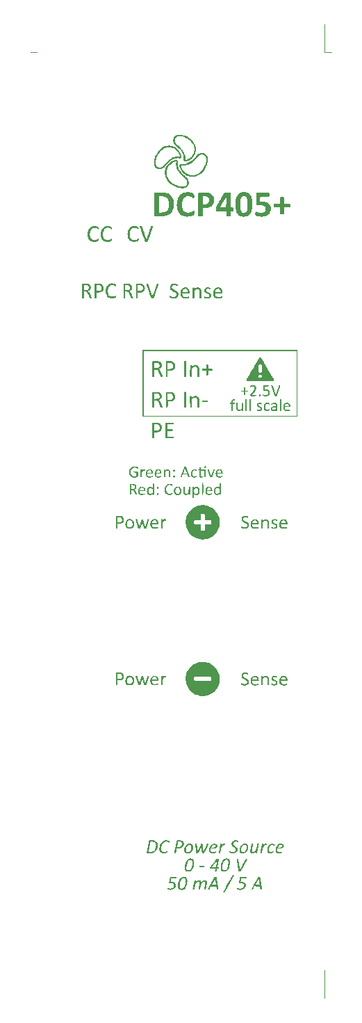
<source format=gbr>
%TF.GenerationSoftware,KiCad,Pcbnew,9.0.6-9.0.6~ubuntu24.04.1*%
%TF.CreationDate,2025-11-23T10:50:39+01:00*%
%TF.ProjectId,EEZ DIB DCP405plus front mask,45455a20-4449-4422-9044-435034303570,r4B2*%
%TF.SameCoordinates,Original*%
%TF.FileFunction,Legend,Top*%
%TF.FilePolarity,Positive*%
%FSLAX46Y46*%
G04 Gerber Fmt 4.6, Leading zero omitted, Abs format (unit mm)*
G04 Created by KiCad (PCBNEW 9.0.6-9.0.6~ubuntu24.04.1) date 2025-11-23 10:50:39*
%MOMM*%
%LPD*%
G01*
G04 APERTURE LIST*
%ADD10C,0.000000*%
G04 APERTURE END LIST*
D10*
%TO.C,G\u002A\u002A\u002A*%
G36*
X157185767Y-89884337D02*
G01*
X157213673Y-89908952D01*
X157220902Y-89923529D01*
X157231759Y-89984608D01*
X157224232Y-90046446D01*
X157220981Y-90056756D01*
X157199921Y-90087229D01*
X157164360Y-90105450D01*
X157117867Y-90110222D01*
X157078756Y-90104447D01*
X157049415Y-90092596D01*
X157031397Y-90071740D01*
X157022511Y-90037809D01*
X157020499Y-89996267D01*
X157023594Y-89944100D01*
X157034295Y-89908875D01*
X157054724Y-89887073D01*
X157087005Y-89875173D01*
X157094366Y-89873789D01*
X157144749Y-89872125D01*
X157185767Y-89884337D01*
G37*
G36*
X160971221Y-88734979D02*
G01*
X161002990Y-88750015D01*
X161020573Y-88778254D01*
X161026684Y-88822297D01*
X161026780Y-88830414D01*
X161023737Y-88871018D01*
X161013605Y-88896835D01*
X161007021Y-88904487D01*
X160977851Y-88920740D01*
X160936415Y-88929647D01*
X160890836Y-88929607D01*
X160884105Y-88928724D01*
X160851581Y-88914199D01*
X160831081Y-88882770D01*
X160823163Y-88835349D01*
X160823084Y-88829231D01*
X160828107Y-88782275D01*
X160844830Y-88751816D01*
X160875733Y-88735393D01*
X160922552Y-88730545D01*
X160971221Y-88734979D01*
G37*
G36*
X157168672Y-89160165D02*
G01*
X157200883Y-89175390D01*
X157220067Y-89204367D01*
X157229546Y-89250046D01*
X157229852Y-89253094D01*
X157229115Y-89306220D01*
X157216717Y-89348330D01*
X157193940Y-89375941D01*
X157182333Y-89382098D01*
X157147617Y-89389407D01*
X157107083Y-89390239D01*
X157073601Y-89384336D01*
X157073459Y-89384284D01*
X157046326Y-89370035D01*
X157030009Y-89348592D01*
X157022192Y-89315167D01*
X157020499Y-89274817D01*
X157023243Y-89222464D01*
X157033261Y-89187593D01*
X157053225Y-89167008D01*
X157085810Y-89157513D01*
X157120110Y-89155745D01*
X157168672Y-89160165D01*
G37*
G36*
X167627894Y-79973835D02*
G01*
X167659078Y-79986172D01*
X167677320Y-80010603D01*
X167685507Y-80050292D01*
X167686804Y-80086586D01*
X167683345Y-80137958D01*
X167671302Y-80172276D01*
X167648180Y-80192778D01*
X167611481Y-80202702D01*
X167596097Y-80204198D01*
X167562187Y-80205116D01*
X167535600Y-80203282D01*
X167527921Y-80201450D01*
X167500721Y-80186491D01*
X167484461Y-80165255D01*
X167476700Y-80132667D01*
X167474961Y-80091414D01*
X167477728Y-80038662D01*
X167487897Y-80003392D01*
X167508265Y-79982406D01*
X167541631Y-79972509D01*
X167580882Y-79970425D01*
X167627894Y-79973835D01*
G37*
G36*
X155180093Y-91997115D02*
G01*
X155213812Y-92013454D01*
X155220422Y-92019245D01*
X155233785Y-92044533D01*
X155240967Y-92082425D01*
X155241878Y-92125236D01*
X155236429Y-92165280D01*
X155224534Y-92194873D01*
X155222479Y-92197587D01*
X155198512Y-92213319D01*
X155161487Y-92223645D01*
X155119163Y-92227102D01*
X155084875Y-92223559D01*
X155055445Y-92207896D01*
X155037106Y-92175462D01*
X155029460Y-92125456D01*
X155029173Y-92110931D01*
X155030921Y-92073585D01*
X155035427Y-92042686D01*
X155039683Y-92029399D01*
X155062354Y-92007427D01*
X155097733Y-91994474D01*
X155139190Y-91990912D01*
X155180093Y-91997115D01*
G37*
G36*
X155194419Y-91282572D02*
G01*
X155222151Y-91296534D01*
X155223439Y-91297759D01*
X155229917Y-91313695D01*
X155235581Y-91344108D01*
X155239088Y-91380842D01*
X155238734Y-91433765D01*
X155229164Y-91469791D01*
X155208191Y-91492006D01*
X155173631Y-91503497D01*
X155150309Y-91506204D01*
X155114459Y-91506522D01*
X155084099Y-91502901D01*
X155074882Y-91500140D01*
X155051346Y-91482860D01*
X155039315Y-91467021D01*
X155033260Y-91443824D01*
X155030850Y-91408874D01*
X155031760Y-91369382D01*
X155035668Y-91332558D01*
X155042249Y-91305613D01*
X155046914Y-91297594D01*
X155073534Y-91283193D01*
X155112239Y-91275894D01*
X155155157Y-91275690D01*
X155194419Y-91282572D01*
G37*
G36*
X158485554Y-79680906D02*
G01*
X158528223Y-79684614D01*
X158562556Y-79690846D01*
X158581220Y-79698626D01*
X158584294Y-79702464D01*
X158586988Y-79709426D01*
X158589327Y-79720829D01*
X158591337Y-79737991D01*
X158593041Y-79762229D01*
X158594465Y-79794860D01*
X158595633Y-79837203D01*
X158596570Y-79890574D01*
X158597300Y-79956290D01*
X158597848Y-80035669D01*
X158598240Y-80130029D01*
X158598499Y-80240686D01*
X158598650Y-80368958D01*
X158598719Y-80516163D01*
X158598730Y-80632779D01*
X158598730Y-81552399D01*
X158575189Y-81568888D01*
X158551901Y-81577247D01*
X158514517Y-81582677D01*
X158469947Y-81584992D01*
X158425102Y-81584006D01*
X158386891Y-81579532D01*
X158368351Y-81574454D01*
X158344519Y-81564875D01*
X158344519Y-80632161D01*
X158344519Y-79699448D01*
X158373647Y-79688236D01*
X158401655Y-79682386D01*
X158441161Y-79680053D01*
X158485554Y-79680906D01*
G37*
G36*
X158491617Y-75929633D02*
G01*
X158533929Y-75933655D01*
X158565693Y-75940982D01*
X158575189Y-75945652D01*
X158598730Y-75962141D01*
X158598730Y-76875738D01*
X158598687Y-77039242D01*
X158598543Y-77182825D01*
X158598279Y-77307749D01*
X158597875Y-77415277D01*
X158597309Y-77506671D01*
X158596562Y-77583193D01*
X158595614Y-77646106D01*
X158594445Y-77696673D01*
X158593034Y-77736157D01*
X158591361Y-77765819D01*
X158589406Y-77786923D01*
X158587149Y-77800731D01*
X158584569Y-77808505D01*
X158583785Y-77809774D01*
X158572144Y-77820593D01*
X158553312Y-77827252D01*
X158522282Y-77830910D01*
X158485807Y-77832439D01*
X158442285Y-77832526D01*
X158404005Y-77830701D01*
X158378411Y-77827348D01*
X158376295Y-77826788D01*
X158349815Y-77818910D01*
X158347109Y-76884388D01*
X158344403Y-75949867D01*
X158371631Y-75939515D01*
X158403444Y-75932352D01*
X158445780Y-75929128D01*
X158491617Y-75929633D01*
G37*
G36*
X160540500Y-137374446D02*
G01*
X160612652Y-137374864D01*
X160678159Y-137375949D01*
X160733911Y-137377594D01*
X160776800Y-137379689D01*
X160803718Y-137382127D01*
X160811299Y-137383915D01*
X160820018Y-137400410D01*
X160822226Y-137429613D01*
X160818688Y-137464338D01*
X160810171Y-137497399D01*
X160797442Y-137521608D01*
X160796507Y-137522682D01*
X160789625Y-137529158D01*
X160780419Y-137534154D01*
X160766282Y-137537861D01*
X160744607Y-137540471D01*
X160712788Y-137542174D01*
X160668218Y-137543161D01*
X160608291Y-137543625D01*
X160530399Y-137543756D01*
X160509176Y-137543759D01*
X160240919Y-137543759D01*
X160234032Y-137516319D01*
X160232973Y-137482942D01*
X160241290Y-137443044D01*
X160256165Y-137407043D01*
X160268036Y-137390646D01*
X160276036Y-137385408D01*
X160289922Y-137381395D01*
X160312222Y-137378457D01*
X160345467Y-137376443D01*
X160392187Y-137375203D01*
X160454909Y-137374587D01*
X160536165Y-137374444D01*
X160540500Y-137374446D01*
G37*
G36*
X153540137Y-89111223D02*
G01*
X153559510Y-89118118D01*
X153574939Y-89125499D01*
X153583663Y-89136029D01*
X153587586Y-89155177D01*
X153588612Y-89188411D01*
X153588639Y-89201800D01*
X153587242Y-89238991D01*
X153583578Y-89267196D01*
X153578439Y-89280338D01*
X153578409Y-89280357D01*
X153563338Y-89281054D01*
X153535149Y-89276236D01*
X153510173Y-89269817D01*
X153461007Y-89260421D01*
X153416790Y-89263787D01*
X153374743Y-89281402D01*
X153332086Y-89314752D01*
X153286040Y-89365322D01*
X153253930Y-89406841D01*
X153223209Y-89448363D01*
X153217913Y-89772270D01*
X153212617Y-90096177D01*
X153135671Y-90099293D01*
X153091212Y-90099770D01*
X153064838Y-90096550D01*
X153053710Y-90089268D01*
X153053468Y-90088700D01*
X153052441Y-90075564D01*
X153051601Y-90043439D01*
X153050960Y-89994522D01*
X153050528Y-89931008D01*
X153050316Y-89855093D01*
X153050336Y-89768973D01*
X153050598Y-89674843D01*
X153050973Y-89598346D01*
X153053735Y-89121699D01*
X153122584Y-89121699D01*
X153191433Y-89121699D01*
X153194531Y-89197822D01*
X153197630Y-89273946D01*
X153273973Y-89196967D01*
X153314702Y-89157699D01*
X153346871Y-89131575D01*
X153375180Y-89115221D01*
X153400205Y-89106345D01*
X153468768Y-89098469D01*
X153540137Y-89111223D01*
G37*
G36*
X161057569Y-80738268D02*
G01*
X161116939Y-80739477D01*
X161161487Y-80742185D01*
X161193333Y-80746978D01*
X161214597Y-80754442D01*
X161227400Y-80765161D01*
X161233860Y-80779723D01*
X161236099Y-80798712D01*
X161236237Y-80822715D01*
X161236178Y-80834786D01*
X161236523Y-80863309D01*
X161236148Y-80886129D01*
X161232937Y-80903880D01*
X161224777Y-80917195D01*
X161209553Y-80926704D01*
X161185150Y-80933041D01*
X161149453Y-80936839D01*
X161100348Y-80938729D01*
X161035720Y-80939345D01*
X160953454Y-80939318D01*
X160886865Y-80939255D01*
X160795067Y-80939226D01*
X160722143Y-80939034D01*
X160665779Y-80938520D01*
X160623667Y-80937527D01*
X160593493Y-80935895D01*
X160572947Y-80933467D01*
X160559717Y-80930085D01*
X160551493Y-80925590D01*
X160545962Y-80919825D01*
X160542992Y-80915714D01*
X160530514Y-80884813D01*
X160525949Y-80844806D01*
X160529050Y-80803982D01*
X160539568Y-80770630D01*
X160547688Y-80759188D01*
X160554621Y-80753148D01*
X160563562Y-80748379D01*
X160576898Y-80744730D01*
X160597020Y-80742053D01*
X160626314Y-80740198D01*
X160667171Y-80739015D01*
X160721977Y-80738355D01*
X160793121Y-80738068D01*
X160882993Y-80738004D01*
X160885880Y-80738004D01*
X160981256Y-80737972D01*
X161057569Y-80738268D01*
G37*
G36*
X165948698Y-80560052D02*
G01*
X165978756Y-80567265D01*
X165982162Y-80568902D01*
X165986216Y-80571620D01*
X165989696Y-80576129D01*
X165992647Y-80583952D01*
X165995113Y-80596610D01*
X165997136Y-80615626D01*
X165998761Y-80642522D01*
X166000032Y-80678822D01*
X166000991Y-80726047D01*
X166001682Y-80785720D01*
X166002149Y-80859363D01*
X166002436Y-80948499D01*
X166002586Y-81054650D01*
X166002643Y-81179339D01*
X166002650Y-81284205D01*
X166002572Y-81429398D01*
X166002323Y-81554662D01*
X166001878Y-81661254D01*
X166001214Y-81750430D01*
X166000309Y-81823445D01*
X165999138Y-81881556D01*
X165997678Y-81926019D01*
X165995905Y-81958088D01*
X165993797Y-81979021D01*
X165991329Y-81990072D01*
X165989410Y-81992591D01*
X165940721Y-82001176D01*
X165888118Y-82000953D01*
X165875545Y-81999304D01*
X165838472Y-81993175D01*
X165835717Y-81288796D01*
X165835200Y-81148938D01*
X165834844Y-81028748D01*
X165834683Y-80926711D01*
X165834748Y-80841311D01*
X165835071Y-80771032D01*
X165835685Y-80714359D01*
X165836622Y-80669775D01*
X165837914Y-80635766D01*
X165839594Y-80610816D01*
X165841694Y-80593409D01*
X165844245Y-80582029D01*
X165847281Y-80575160D01*
X165850833Y-80571288D01*
X165850982Y-80571177D01*
X165875458Y-80562171D01*
X165911148Y-80558409D01*
X165948698Y-80560052D01*
G37*
G36*
X166435937Y-80560052D02*
G01*
X166465995Y-80567265D01*
X166469402Y-80568902D01*
X166473455Y-80571620D01*
X166476936Y-80576129D01*
X166479887Y-80583952D01*
X166482352Y-80596610D01*
X166484376Y-80615626D01*
X166486001Y-80642522D01*
X166487271Y-80678822D01*
X166488230Y-80726047D01*
X166488921Y-80785720D01*
X166489388Y-80859363D01*
X166489675Y-80948499D01*
X166489825Y-81054650D01*
X166489882Y-81179339D01*
X166489890Y-81284205D01*
X166489812Y-81429398D01*
X166489562Y-81554662D01*
X166489117Y-81661254D01*
X166488454Y-81750430D01*
X166487548Y-81823445D01*
X166486377Y-81881556D01*
X166484917Y-81926019D01*
X166483145Y-81958088D01*
X166481036Y-81979021D01*
X166478568Y-81990072D01*
X166476650Y-81992591D01*
X166427960Y-82001176D01*
X166375358Y-82000953D01*
X166362784Y-81999304D01*
X166325711Y-81993175D01*
X166322956Y-81288796D01*
X166322439Y-81148938D01*
X166322084Y-81028748D01*
X166321922Y-80926711D01*
X166321987Y-80841311D01*
X166322310Y-80771032D01*
X166322924Y-80714359D01*
X166323861Y-80669775D01*
X166325154Y-80635766D01*
X166326834Y-80610816D01*
X166328933Y-80593409D01*
X166331485Y-80582029D01*
X166334520Y-80575160D01*
X166338072Y-80571288D01*
X166338221Y-80571177D01*
X166362697Y-80562171D01*
X166398387Y-80558409D01*
X166435937Y-80560052D01*
G37*
G36*
X170122009Y-80560052D02*
G01*
X170152067Y-80567265D01*
X170155474Y-80568902D01*
X170159527Y-80571620D01*
X170163007Y-80576129D01*
X170165959Y-80583952D01*
X170168424Y-80596610D01*
X170170448Y-80615626D01*
X170172073Y-80642522D01*
X170173343Y-80678822D01*
X170174302Y-80726047D01*
X170174993Y-80785720D01*
X170175460Y-80859363D01*
X170175747Y-80948499D01*
X170175897Y-81054650D01*
X170175954Y-81179339D01*
X170175962Y-81284205D01*
X170175884Y-81429398D01*
X170175634Y-81554662D01*
X170175189Y-81661254D01*
X170174526Y-81750430D01*
X170173620Y-81823445D01*
X170172449Y-81881556D01*
X170170989Y-81926019D01*
X170169216Y-81958088D01*
X170167108Y-81979021D01*
X170164640Y-81990072D01*
X170162721Y-81992591D01*
X170114032Y-82001176D01*
X170061430Y-82000953D01*
X170048856Y-81999304D01*
X170011783Y-81993175D01*
X170009028Y-81288796D01*
X170008511Y-81148938D01*
X170008155Y-81028748D01*
X170007994Y-80926711D01*
X170008059Y-80841311D01*
X170008382Y-80771032D01*
X170008996Y-80714359D01*
X170009933Y-80669775D01*
X170011226Y-80635766D01*
X170012905Y-80610816D01*
X170015005Y-80593409D01*
X170017556Y-80582029D01*
X170020592Y-80575160D01*
X170024144Y-80571288D01*
X170024293Y-80571177D01*
X170048769Y-80562171D01*
X170084459Y-80558409D01*
X170122009Y-80560052D01*
G37*
G36*
X140512617Y-36690506D02*
G01*
X140512617Y-38438212D01*
X138752993Y-38440892D01*
X138525606Y-38441225D01*
X138318463Y-38441495D01*
X138130624Y-38441695D01*
X137961148Y-38441817D01*
X137809096Y-38441853D01*
X137673526Y-38441797D01*
X137553499Y-38441640D01*
X137448074Y-38441376D01*
X137356311Y-38440996D01*
X137277270Y-38440493D01*
X137210010Y-38439860D01*
X137153591Y-38439090D01*
X137107074Y-38438174D01*
X137069516Y-38437105D01*
X137039980Y-38435876D01*
X137017523Y-38434479D01*
X137001206Y-38432907D01*
X136990089Y-38431152D01*
X136983231Y-38429207D01*
X136979692Y-38427064D01*
X136979421Y-38426763D01*
X136971194Y-38406398D01*
X136976604Y-38392308D01*
X136979134Y-38390014D01*
X136984335Y-38387923D01*
X136993159Y-38386022D01*
X137006558Y-38384301D01*
X137025486Y-38382748D01*
X137050895Y-38381353D01*
X137083737Y-38380104D01*
X137124965Y-38378991D01*
X137175532Y-38378001D01*
X137236390Y-38377125D01*
X137308492Y-38376351D01*
X137392790Y-38375667D01*
X137490238Y-38375063D01*
X137601787Y-38374528D01*
X137728391Y-38374051D01*
X137871001Y-38373619D01*
X138030571Y-38373224D01*
X138208054Y-38372852D01*
X138404401Y-38372493D01*
X138620565Y-38372137D01*
X138721016Y-38371980D01*
X140454296Y-38369300D01*
X140456976Y-36656050D01*
X140459656Y-34942800D01*
X140486137Y-34942800D01*
X140512617Y-34942800D01*
X140512617Y-36690506D01*
G37*
G36*
X156062571Y-95167723D02*
G01*
X156107070Y-95175924D01*
X156141760Y-95187781D01*
X156155089Y-95196129D01*
X156160074Y-95210991D01*
X156162876Y-95240224D01*
X156163590Y-95277139D01*
X156162312Y-95315044D01*
X156159138Y-95347251D01*
X156154164Y-95367069D01*
X156152609Y-95369347D01*
X156138040Y-95374138D01*
X156109510Y-95371162D01*
X156072114Y-95362351D01*
X156015599Y-95352346D01*
X155965273Y-95355515D01*
X155918481Y-95373274D01*
X155872567Y-95407041D01*
X155824877Y-95458231D01*
X155779639Y-95518377D01*
X155728255Y-95591535D01*
X155728255Y-95955565D01*
X155728255Y-96319596D01*
X155701085Y-96329926D01*
X155664721Y-96337585D01*
X155619979Y-96339011D01*
X155578226Y-96334253D01*
X155561429Y-96329334D01*
X155537596Y-96319754D01*
X155537596Y-95757696D01*
X155537497Y-95631946D01*
X155537374Y-95525744D01*
X155537485Y-95437454D01*
X155538092Y-95365443D01*
X155539455Y-95308074D01*
X155541832Y-95263714D01*
X155545485Y-95230727D01*
X155550672Y-95207479D01*
X155557655Y-95192334D01*
X155566693Y-95183659D01*
X155578045Y-95179817D01*
X155591973Y-95179175D01*
X155608735Y-95180097D01*
X155628592Y-95180948D01*
X155629302Y-95180956D01*
X155669554Y-95183501D01*
X155695444Y-95192665D01*
X155710042Y-95212188D01*
X155716417Y-95245808D01*
X155717663Y-95288584D01*
X155717663Y-95367679D01*
X155758545Y-95315960D01*
X155818232Y-95249817D01*
X155877868Y-95203456D01*
X155939632Y-95175594D01*
X156005705Y-95164948D01*
X156015311Y-95164759D01*
X156062571Y-95167723D01*
G37*
G36*
X156062571Y-114233611D02*
G01*
X156107070Y-114241813D01*
X156141760Y-114253669D01*
X156155089Y-114262018D01*
X156159944Y-114276702D01*
X156162753Y-114305775D01*
X156163585Y-114342549D01*
X156162507Y-114380333D01*
X156159586Y-114412439D01*
X156154890Y-114432176D01*
X156153349Y-114434495D01*
X156135744Y-114438562D01*
X156099609Y-114433763D01*
X156072607Y-114427565D01*
X156015523Y-114418131D01*
X155964964Y-114421583D01*
X155918189Y-114439386D01*
X155872456Y-114473009D01*
X155825024Y-114523916D01*
X155779639Y-114584265D01*
X155728255Y-114657423D01*
X155728255Y-115021454D01*
X155728255Y-115385484D01*
X155701085Y-115395814D01*
X155664721Y-115403474D01*
X155619979Y-115404900D01*
X155578226Y-115400141D01*
X155561429Y-115395222D01*
X155537596Y-115385642D01*
X155537596Y-114823584D01*
X155537498Y-114697894D01*
X155537374Y-114591748D01*
X155537484Y-114503509D01*
X155538086Y-114431540D01*
X155539437Y-114374201D01*
X155541797Y-114329856D01*
X155545424Y-114296867D01*
X155550576Y-114273596D01*
X155557512Y-114258405D01*
X155566489Y-114249657D01*
X155577766Y-114245713D01*
X155591602Y-114244936D01*
X155608254Y-114245689D01*
X155627982Y-114246332D01*
X155628650Y-114246333D01*
X155669006Y-114248597D01*
X155695082Y-114257875D01*
X155709879Y-114277810D01*
X155716394Y-114312046D01*
X155717663Y-114354472D01*
X155717663Y-114433568D01*
X155758545Y-114381848D01*
X155818232Y-114315705D01*
X155877868Y-114269344D01*
X155939632Y-114241483D01*
X156005705Y-114230836D01*
X156015311Y-114230647D01*
X156062571Y-114233611D01*
G37*
G36*
X160574035Y-90777970D02*
G01*
X160589119Y-90779028D01*
X160600758Y-90779372D01*
X160617323Y-90778903D01*
X160631583Y-90778475D01*
X160643711Y-90779557D01*
X160653878Y-90783618D01*
X160662256Y-90792125D01*
X160669017Y-90806548D01*
X160674332Y-90828354D01*
X160678373Y-90859013D01*
X160681312Y-90899993D01*
X160683319Y-90952763D01*
X160684567Y-91018791D01*
X160685227Y-91099545D01*
X160685471Y-91196494D01*
X160685471Y-91311107D01*
X160685397Y-91444852D01*
X160685386Y-91503573D01*
X160685290Y-91650271D01*
X160684988Y-91776937D01*
X160684458Y-91884721D01*
X160683681Y-91974774D01*
X160682636Y-92048249D01*
X160681301Y-92106295D01*
X160679656Y-92150064D01*
X160677680Y-92180706D01*
X160675353Y-92199374D01*
X160672675Y-92207195D01*
X160656464Y-92213399D01*
X160626863Y-92217707D01*
X160591246Y-92219840D01*
X160556983Y-92219520D01*
X160531447Y-92216470D01*
X160522973Y-92212844D01*
X160521770Y-92201316D01*
X160520632Y-92170363D01*
X160519576Y-92121744D01*
X160518620Y-92057219D01*
X160517780Y-91978546D01*
X160517074Y-91887485D01*
X160516520Y-91785795D01*
X160516135Y-91675235D01*
X160515936Y-91557565D01*
X160515911Y-91499006D01*
X160515833Y-91357471D01*
X160515715Y-91235652D01*
X160515728Y-91132084D01*
X160516046Y-91045300D01*
X160516842Y-90973834D01*
X160518288Y-90916218D01*
X160520559Y-90870988D01*
X160523825Y-90836676D01*
X160528262Y-90811815D01*
X160534040Y-90794941D01*
X160541334Y-90784586D01*
X160550316Y-90779283D01*
X160561159Y-90777567D01*
X160574035Y-90777970D01*
G37*
G36*
X140512617Y-151806102D02*
G01*
X140512617Y-153553809D01*
X140490997Y-153556904D01*
X140469950Y-153556195D01*
X140461868Y-153552490D01*
X140461040Y-153541245D01*
X140460237Y-153509939D01*
X140459464Y-153459695D01*
X140458727Y-153391635D01*
X140458030Y-153306883D01*
X140457379Y-153206562D01*
X140456778Y-153091794D01*
X140456231Y-152963703D01*
X140455745Y-152823412D01*
X140455324Y-152672043D01*
X140454972Y-152510721D01*
X140454696Y-152340567D01*
X140454499Y-152162704D01*
X140454386Y-151978257D01*
X140454360Y-151836113D01*
X140454360Y-150127245D01*
X138723839Y-150127245D01*
X138498358Y-150127231D01*
X138293114Y-150127185D01*
X138107160Y-150127095D01*
X137939548Y-150126955D01*
X137789331Y-150126754D01*
X137655561Y-150126483D01*
X137537291Y-150126133D01*
X137433574Y-150125695D01*
X137343463Y-150125161D01*
X137266009Y-150124520D01*
X137200266Y-150123764D01*
X137145286Y-150122884D01*
X137100122Y-150121870D01*
X137063827Y-150120714D01*
X137035453Y-150119406D01*
X137014052Y-150117937D01*
X136998678Y-150116298D01*
X136988383Y-150114481D01*
X136982220Y-150112475D01*
X136979395Y-150110469D01*
X136971194Y-150090108D01*
X136976604Y-150076044D01*
X136979105Y-150073771D01*
X136984238Y-150071701D01*
X136992948Y-150069824D01*
X137006180Y-150068131D01*
X137024879Y-150066612D01*
X137049990Y-150065259D01*
X137082458Y-150064062D01*
X137123227Y-150063011D01*
X137173242Y-150062097D01*
X137233450Y-150061311D01*
X137304793Y-150060643D01*
X137388218Y-150060084D01*
X137484669Y-150059624D01*
X137595091Y-150059255D01*
X137720430Y-150058965D01*
X137861629Y-150058748D01*
X138019634Y-150058591D01*
X138195391Y-150058488D01*
X138389842Y-150058427D01*
X138603935Y-150058400D01*
X138750177Y-150058396D01*
X140512617Y-150058396D01*
X140512617Y-151806102D01*
G37*
G36*
X177477396Y-150058407D02*
G01*
X177684182Y-150058445D01*
X177871674Y-150058520D01*
X178040817Y-150058642D01*
X178192555Y-150058820D01*
X178327833Y-150059063D01*
X178447596Y-150059380D01*
X178552790Y-150059782D01*
X178644358Y-150060277D01*
X178723247Y-150060875D01*
X178790400Y-150061585D01*
X178846763Y-150062417D01*
X178893281Y-150063380D01*
X178930899Y-150064483D01*
X178960561Y-150065736D01*
X178983213Y-150067149D01*
X178999799Y-150068730D01*
X179011265Y-150070489D01*
X179018555Y-150072436D01*
X179022614Y-150074580D01*
X179023943Y-150076044D01*
X179028806Y-150096860D01*
X179021152Y-150110469D01*
X179017937Y-150112655D01*
X179011456Y-150114644D01*
X179000763Y-150116446D01*
X178984909Y-150118070D01*
X178962948Y-150119524D01*
X178933931Y-150120819D01*
X178896912Y-150121963D01*
X178850944Y-150122965D01*
X178795078Y-150123834D01*
X178728368Y-150124580D01*
X178649865Y-150125211D01*
X178558624Y-150125737D01*
X178453695Y-150126166D01*
X178334133Y-150126509D01*
X178198989Y-150126773D01*
X178047316Y-150126969D01*
X177878167Y-150127105D01*
X177690595Y-150127190D01*
X177483651Y-150127234D01*
X177276740Y-150127245D01*
X175546251Y-150127245D01*
X175543571Y-151840527D01*
X175540891Y-153553809D01*
X175517011Y-153557200D01*
X175496249Y-153554524D01*
X175487811Y-153546608D01*
X175487245Y-153534650D01*
X175486728Y-153502627D01*
X175486261Y-153451659D01*
X175485848Y-153382864D01*
X175485489Y-153297362D01*
X175485186Y-153196272D01*
X175484940Y-153080713D01*
X175484754Y-152951805D01*
X175484629Y-152810666D01*
X175484567Y-152658416D01*
X175484568Y-152496175D01*
X175484636Y-152325061D01*
X175484771Y-152146194D01*
X175484976Y-151960693D01*
X175485210Y-151795510D01*
X175487930Y-150058396D01*
X177250370Y-150058396D01*
X177477396Y-150058407D01*
G37*
G36*
X164369030Y-138522144D02*
G01*
X164402490Y-138529490D01*
X164424407Y-138540322D01*
X164428774Y-138546086D01*
X164424361Y-138556838D01*
X164410294Y-138584571D01*
X164387380Y-138627848D01*
X164356424Y-138685229D01*
X164318235Y-138755275D01*
X164273620Y-138836547D01*
X164223384Y-138927607D01*
X164168335Y-139027015D01*
X164109280Y-139133331D01*
X164047026Y-139245118D01*
X163982379Y-139360937D01*
X163916146Y-139479347D01*
X163849135Y-139598911D01*
X163782152Y-139718189D01*
X163716004Y-139835743D01*
X163651498Y-139950132D01*
X163589441Y-140059919D01*
X163530639Y-140163664D01*
X163475901Y-140259929D01*
X163426031Y-140347274D01*
X163381838Y-140424260D01*
X163344128Y-140489449D01*
X163313708Y-140541400D01*
X163291385Y-140578677D01*
X163277965Y-140599838D01*
X163274954Y-140603819D01*
X163253576Y-140615329D01*
X163218355Y-140624061D01*
X163176580Y-140628744D01*
X163135612Y-140628113D01*
X163108034Y-140621365D01*
X163089637Y-140609984D01*
X163089461Y-140604335D01*
X163093485Y-140591884D01*
X163102191Y-140571740D01*
X163116066Y-140543013D01*
X163135593Y-140504810D01*
X163161257Y-140456241D01*
X163193544Y-140396414D01*
X163232938Y-140324439D01*
X163279923Y-140239424D01*
X163334984Y-140140477D01*
X163398606Y-140026708D01*
X163471274Y-139897225D01*
X163553472Y-139751137D01*
X163645685Y-139587553D01*
X163646672Y-139585805D01*
X163723120Y-139450411D01*
X163796934Y-139319927D01*
X163867415Y-139195570D01*
X163933868Y-139078561D01*
X163995593Y-138970119D01*
X164051896Y-138871463D01*
X164102078Y-138783813D01*
X164145442Y-138708388D01*
X164181292Y-138646407D01*
X164208930Y-138599091D01*
X164227659Y-138567657D01*
X164236782Y-138553327D01*
X164237189Y-138552824D01*
X164262834Y-138533993D01*
X164293781Y-138522504D01*
X164330602Y-138519432D01*
X164369030Y-138522144D01*
G37*
G36*
X159687535Y-89105135D02*
G01*
X159769531Y-89124598D01*
X159842646Y-89159105D01*
X159878205Y-89184914D01*
X159897488Y-89202650D01*
X159907567Y-89219006D01*
X159910933Y-89241373D01*
X159910078Y-89277143D01*
X159909981Y-89279164D01*
X159905779Y-89319832D01*
X159896300Y-89341967D01*
X159878976Y-89346526D01*
X159851238Y-89334467D01*
X159819133Y-89313002D01*
X159745712Y-89270247D01*
X159673245Y-89246785D01*
X159603811Y-89242038D01*
X159539486Y-89255428D01*
X159482348Y-89286380D01*
X159434474Y-89334316D01*
X159397941Y-89398657D01*
X159385550Y-89433492D01*
X159375776Y-89481466D01*
X159369699Y-89543100D01*
X159367420Y-89611175D01*
X159369039Y-89678476D01*
X159374655Y-89737783D01*
X159380876Y-89770122D01*
X159408694Y-89843074D01*
X159449325Y-89900315D01*
X159500726Y-89941239D01*
X159560857Y-89965241D01*
X159627676Y-89971715D01*
X159699143Y-89960053D01*
X159773214Y-89929650D01*
X159820316Y-89900589D01*
X159852836Y-89879220D01*
X159880003Y-89863895D01*
X159896052Y-89857858D01*
X159896260Y-89857854D01*
X159908530Y-89867334D01*
X159917108Y-89891656D01*
X159920922Y-89924636D01*
X159918900Y-89960095D01*
X159916285Y-89973315D01*
X159896954Y-90010052D01*
X159860228Y-90043312D01*
X159809772Y-90071908D01*
X159749249Y-90094653D01*
X159682325Y-90110359D01*
X159612665Y-90117840D01*
X159543933Y-90115907D01*
X159499064Y-90108487D01*
X159413526Y-90079671D01*
X159342240Y-90036026D01*
X159285010Y-89977236D01*
X159241638Y-89902987D01*
X159211926Y-89812965D01*
X159195678Y-89706856D01*
X159192205Y-89619530D01*
X159199122Y-89499993D01*
X159219952Y-89396295D01*
X159254814Y-89308199D01*
X159303826Y-89235467D01*
X159367108Y-89177861D01*
X159430959Y-89141180D01*
X159513980Y-89113009D01*
X159600929Y-89101133D01*
X159687535Y-89105135D01*
G37*
G36*
X150443732Y-94773508D02*
G01*
X150528777Y-94776475D01*
X150599024Y-94781954D01*
X150657634Y-94790380D01*
X150707770Y-94802190D01*
X150752592Y-94817820D01*
X150788958Y-94834478D01*
X150866985Y-94885411D01*
X150930761Y-94951692D01*
X150976442Y-95026828D01*
X150991651Y-95061339D01*
X151001628Y-95092052D01*
X151007724Y-95125707D01*
X151011293Y-95169046D01*
X151013026Y-95209128D01*
X151014151Y-95267636D01*
X151012224Y-95312484D01*
X151006523Y-95351066D01*
X150996327Y-95390779D01*
X150994801Y-95395860D01*
X150959054Y-95480021D01*
X150906767Y-95556387D01*
X150841634Y-95620008D01*
X150811326Y-95641743D01*
X150760429Y-95671791D01*
X150710119Y-95694589D01*
X150655955Y-95711243D01*
X150593498Y-95722862D01*
X150518311Y-95730552D01*
X150437471Y-95734972D01*
X150267997Y-95741799D01*
X150262700Y-96032614D01*
X150257404Y-96323428D01*
X150230924Y-96330786D01*
X150187029Y-96337143D01*
X150135039Y-96336248D01*
X150098522Y-96330955D01*
X150066746Y-96324161D01*
X150064026Y-95574459D01*
X150063999Y-95567028D01*
X150262700Y-95567028D01*
X150398476Y-95567028D01*
X150484151Y-95565033D01*
X150549400Y-95559027D01*
X150588668Y-95550868D01*
X150659887Y-95519362D01*
X150718154Y-95471939D01*
X150762066Y-95410444D01*
X150790219Y-95336719D01*
X150800267Y-95272898D01*
X150797670Y-95188455D01*
X150777803Y-95113477D01*
X150741566Y-95049725D01*
X150689861Y-94998960D01*
X150646956Y-94973063D01*
X150625191Y-94963488D01*
X150602691Y-94956543D01*
X150575283Y-94951674D01*
X150538793Y-94948326D01*
X150489047Y-94945945D01*
X150429527Y-94944171D01*
X150262700Y-94939871D01*
X150262700Y-95253450D01*
X150262700Y-95567028D01*
X150063999Y-95567028D01*
X150062862Y-95253450D01*
X150061307Y-94824756D01*
X150087377Y-94798686D01*
X150113447Y-94772616D01*
X150340728Y-94772616D01*
X150443732Y-94773508D01*
G37*
G36*
X164459212Y-80555965D02*
G01*
X164514560Y-80566322D01*
X164537193Y-80575080D01*
X164560590Y-80587607D01*
X164572731Y-80600351D01*
X164577306Y-80620382D01*
X164578005Y-80653267D01*
X164578005Y-80711524D01*
X164546228Y-80708728D01*
X164518276Y-80706179D01*
X164479115Y-80702501D01*
X164448273Y-80699552D01*
X164398849Y-80698670D01*
X164360776Y-80708105D01*
X164332513Y-80729887D01*
X164312519Y-80766046D01*
X164299255Y-80818613D01*
X164291180Y-80889618D01*
X164289922Y-80908322D01*
X164283520Y-81013400D01*
X164395041Y-81013400D01*
X164451351Y-81014164D01*
X164489710Y-81017763D01*
X164513336Y-81026159D01*
X164525444Y-81041313D01*
X164529250Y-81065186D01*
X164528306Y-81094666D01*
X164525044Y-81145802D01*
X164408530Y-81151098D01*
X164292017Y-81156394D01*
X164289242Y-81569085D01*
X164288434Y-81660587D01*
X164287313Y-81745402D01*
X164285939Y-81821208D01*
X164284369Y-81885681D01*
X164282663Y-81936495D01*
X164280880Y-81971329D01*
X164279077Y-81987856D01*
X164278650Y-81988839D01*
X164260584Y-81996060D01*
X164229705Y-82001074D01*
X164194340Y-82002975D01*
X164164945Y-82001188D01*
X164139767Y-81994110D01*
X164125387Y-81984275D01*
X164123645Y-81971265D01*
X164122030Y-81939442D01*
X164120587Y-81891177D01*
X164119359Y-81828842D01*
X164118393Y-81754808D01*
X164117733Y-81671446D01*
X164117424Y-81581127D01*
X164117408Y-81562008D01*
X164117246Y-81152026D01*
X164040453Y-81148914D01*
X163963660Y-81145802D01*
X163960398Y-81094666D01*
X163960538Y-81055572D01*
X163969410Y-81031256D01*
X163990582Y-81018411D01*
X164027624Y-81013728D01*
X164048084Y-81013400D01*
X164114027Y-81013400D01*
X164120692Y-80904830D01*
X164130333Y-80810201D01*
X164147095Y-80733791D01*
X164171970Y-80673543D01*
X164205949Y-80627399D01*
X164250024Y-80593299D01*
X164277408Y-80579581D01*
X164333101Y-80562725D01*
X164396214Y-80554810D01*
X164459212Y-80555965D01*
G37*
G36*
X165737739Y-79118144D02*
G01*
X165757520Y-79122142D01*
X165771656Y-79132056D01*
X165781093Y-79150549D01*
X165786779Y-79180281D01*
X165789661Y-79223914D01*
X165790687Y-79284109D01*
X165790807Y-79340595D01*
X165790807Y-79530498D01*
X165963459Y-79530498D01*
X166037818Y-79531152D01*
X166092301Y-79533175D01*
X166128177Y-79536652D01*
X166146716Y-79541671D01*
X166148822Y-79543208D01*
X166156521Y-79560928D01*
X166161037Y-79590700D01*
X166161533Y-79604643D01*
X166158919Y-79636769D01*
X166152330Y-79660670D01*
X166148822Y-79666077D01*
X166134502Y-79671503D01*
X166103168Y-79675365D01*
X166053551Y-79677751D01*
X165984382Y-79678746D01*
X165963459Y-79678788D01*
X165790807Y-79678788D01*
X165790807Y-79867328D01*
X165790243Y-79944524D01*
X165788492Y-80001964D01*
X165785465Y-80041049D01*
X165781074Y-80063178D01*
X165778097Y-80068579D01*
X165760715Y-80075934D01*
X165730569Y-80080523D01*
X165711366Y-80081290D01*
X165677751Y-80078931D01*
X165652233Y-80072917D01*
X165644635Y-80068579D01*
X165639469Y-80055046D01*
X165635715Y-80025316D01*
X165633284Y-79977988D01*
X165632088Y-79911663D01*
X165631925Y-79867328D01*
X165631925Y-79678788D01*
X165459273Y-79678788D01*
X165384914Y-79678133D01*
X165330431Y-79676111D01*
X165294555Y-79672633D01*
X165276016Y-79667615D01*
X165273910Y-79666077D01*
X165266211Y-79648358D01*
X165261695Y-79618586D01*
X165261199Y-79604643D01*
X165263813Y-79572517D01*
X165270402Y-79548615D01*
X165273910Y-79543208D01*
X165288230Y-79537782D01*
X165319564Y-79533920D01*
X165369181Y-79531535D01*
X165438350Y-79530540D01*
X165459273Y-79530498D01*
X165631925Y-79530498D01*
X165631925Y-79340595D01*
X165632189Y-79266499D01*
X165633611Y-79210924D01*
X165637140Y-79171210D01*
X165643722Y-79144696D01*
X165654305Y-79128721D01*
X165669835Y-79120623D01*
X165691261Y-79117742D01*
X165711366Y-79117403D01*
X165737739Y-79118144D01*
G37*
G36*
X156427495Y-89110551D02*
G01*
X156500198Y-89136807D01*
X156560312Y-89179917D01*
X156607439Y-89239510D01*
X156641182Y-89315214D01*
X156659985Y-89398238D01*
X156662768Y-89428150D01*
X156665292Y-89475675D01*
X156667453Y-89537242D01*
X156669150Y-89609279D01*
X156670281Y-89688216D01*
X156670744Y-89770481D01*
X156670748Y-89774468D01*
X156670644Y-89865455D01*
X156670125Y-89937434D01*
X156669089Y-89992576D01*
X156667434Y-90033055D01*
X156665060Y-90061043D01*
X156661864Y-90078714D01*
X156657745Y-90088241D01*
X156655994Y-90090114D01*
X156636089Y-90096933D01*
X156600697Y-90099802D01*
X156573905Y-90099355D01*
X156506779Y-90096177D01*
X156500849Y-89757228D01*
X156498976Y-89657668D01*
X156496988Y-89576811D01*
X156494576Y-89512180D01*
X156491429Y-89461296D01*
X156487236Y-89421678D01*
X156481686Y-89390849D01*
X156474470Y-89366328D01*
X156465276Y-89345638D01*
X156453794Y-89326298D01*
X156445302Y-89313771D01*
X156414224Y-89283888D01*
X156370488Y-89259873D01*
X156322541Y-89245789D01*
X156299663Y-89243741D01*
X156251803Y-89252351D01*
X156197776Y-89277196D01*
X156141704Y-89315997D01*
X156098981Y-89354708D01*
X156040724Y-89413686D01*
X156035428Y-89754932D01*
X156030132Y-90096177D01*
X155953185Y-90099293D01*
X155908727Y-90099770D01*
X155882352Y-90096550D01*
X155871224Y-90089268D01*
X155870982Y-90088700D01*
X155869956Y-90075564D01*
X155869116Y-90043439D01*
X155868474Y-89994522D01*
X155868042Y-89931008D01*
X155867830Y-89855093D01*
X155867850Y-89768973D01*
X155868113Y-89674843D01*
X155868487Y-89598346D01*
X155871249Y-89121699D01*
X155933048Y-89118495D01*
X155977369Y-89118500D01*
X156004825Y-89126309D01*
X156019246Y-89145210D01*
X156024466Y-89178491D01*
X156024836Y-89197263D01*
X156024836Y-89254344D01*
X156085677Y-89204789D01*
X156152592Y-89156008D01*
X156214801Y-89123917D01*
X156277447Y-89106450D01*
X156342600Y-89101520D01*
X156427495Y-89110551D01*
G37*
G36*
X162045133Y-89117991D02*
G01*
X162073262Y-89123664D01*
X162087437Y-89132492D01*
X162087638Y-89132959D01*
X162087436Y-89140473D01*
X162083845Y-89156568D01*
X162076504Y-89182298D01*
X162065053Y-89218713D01*
X162049129Y-89266868D01*
X162028372Y-89327813D01*
X162002420Y-89402601D01*
X161970912Y-89492284D01*
X161933487Y-89597916D01*
X161889783Y-89720547D01*
X161839439Y-89861231D01*
X161796948Y-89979664D01*
X161781003Y-90022502D01*
X161766592Y-90058434D01*
X161755844Y-90082275D01*
X161752362Y-90088233D01*
X161734703Y-90096005D01*
X161697077Y-90100430D01*
X161655296Y-90101473D01*
X161605818Y-90099743D01*
X161569430Y-90094906D01*
X161551192Y-90088233D01*
X161543982Y-90075658D01*
X161530840Y-90045562D01*
X161512631Y-90000359D01*
X161490221Y-89942464D01*
X161464475Y-89874287D01*
X161436257Y-89798244D01*
X161406433Y-89716746D01*
X161375868Y-89632207D01*
X161345427Y-89547041D01*
X161315976Y-89463660D01*
X161288378Y-89384478D01*
X161263500Y-89311908D01*
X161242207Y-89248362D01*
X161225364Y-89196255D01*
X161213835Y-89157999D01*
X161208486Y-89136008D01*
X161208363Y-89131950D01*
X161218612Y-89122743D01*
X161242845Y-89117810D01*
X161282644Y-89116403D01*
X161320691Y-89117295D01*
X161351469Y-89119617D01*
X161366605Y-89122406D01*
X161373983Y-89133892D01*
X161387329Y-89164212D01*
X161406141Y-89212027D01*
X161429919Y-89275998D01*
X161458163Y-89354787D01*
X161490373Y-89447053D01*
X161517441Y-89526085D01*
X161652632Y-89923761D01*
X161693218Y-89808718D01*
X161707867Y-89766585D01*
X161727733Y-89708559D01*
X161751386Y-89638863D01*
X161777397Y-89561718D01*
X161804338Y-89481347D01*
X161825362Y-89418279D01*
X161849827Y-89345336D01*
X161872592Y-89278681D01*
X161892687Y-89221058D01*
X161909142Y-89175212D01*
X161920987Y-89143886D01*
X161927252Y-89129825D01*
X161927387Y-89129643D01*
X161944178Y-89121301D01*
X161973876Y-89116671D01*
X162009766Y-89115614D01*
X162045133Y-89117991D01*
G37*
G36*
X159114990Y-134682728D02*
G01*
X159208601Y-134704948D01*
X159286430Y-134740355D01*
X159348744Y-134789361D01*
X159395809Y-134852376D01*
X159427892Y-134929810D01*
X159445261Y-135022074D01*
X159448182Y-135129579D01*
X159444286Y-135189405D01*
X159424174Y-135315586D01*
X159388484Y-135433056D01*
X159338422Y-135540056D01*
X159275195Y-135634824D01*
X159200009Y-135715600D01*
X159114072Y-135780625D01*
X159018589Y-135828138D01*
X159002313Y-135834064D01*
X158922481Y-135854096D01*
X158832670Y-135864058D01*
X158741839Y-135863370D01*
X158676452Y-135855144D01*
X158586782Y-135829508D01*
X158512605Y-135789530D01*
X158453893Y-135735163D01*
X158410619Y-135666360D01*
X158382753Y-135583074D01*
X158370269Y-135485260D01*
X158370842Y-135462808D01*
X158578982Y-135462808D01*
X158584717Y-135525472D01*
X158599103Y-135575482D01*
X158623026Y-135616532D01*
X158642080Y-135638151D01*
X158675458Y-135666903D01*
X158710318Y-135685297D01*
X158752220Y-135695015D01*
X158806722Y-135697736D01*
X158837185Y-135697114D01*
X158886608Y-135693955D01*
X158923564Y-135687144D01*
X158956712Y-135674633D01*
X158977786Y-135663859D01*
X159049413Y-135613040D01*
X159111182Y-135544725D01*
X159162231Y-135460598D01*
X159201698Y-135362343D01*
X159228719Y-135251645D01*
X159241218Y-135149590D01*
X159241203Y-135059717D01*
X159227063Y-134985605D01*
X159198692Y-134927134D01*
X159155980Y-134884179D01*
X159098821Y-134856620D01*
X159027107Y-134844333D01*
X158972643Y-134844478D01*
X158891559Y-134859263D01*
X158817692Y-134892974D01*
X158751994Y-134944301D01*
X158695416Y-135011932D01*
X158648912Y-135094557D01*
X158613431Y-135190865D01*
X158589926Y-135299546D01*
X158581011Y-135383799D01*
X158578982Y-135462808D01*
X158370842Y-135462808D01*
X158373139Y-135372871D01*
X158375295Y-135350983D01*
X158397860Y-135220192D01*
X158435157Y-135100909D01*
X158486046Y-134994165D01*
X158549385Y-134900991D01*
X158624032Y-134822419D01*
X158708846Y-134759481D01*
X158802685Y-134713207D01*
X158904407Y-134684629D01*
X159012871Y-134674779D01*
X159114990Y-134682728D01*
G37*
G36*
X169226762Y-134693431D02*
G01*
X169311248Y-134723556D01*
X169378318Y-134764174D01*
X169401977Y-134786099D01*
X169411809Y-134809530D01*
X169413326Y-134833045D01*
X169408992Y-134873001D01*
X169397709Y-134911213D01*
X169382051Y-134941025D01*
X169366005Y-134955309D01*
X169347961Y-134952455D01*
X169318768Y-134936612D01*
X169294030Y-134919035D01*
X169221462Y-134874064D01*
X169146596Y-134849553D01*
X169067123Y-134844777D01*
X169059126Y-134845333D01*
X168980724Y-134861731D01*
X168910439Y-134897454D01*
X168848599Y-134952125D01*
X168795535Y-135025369D01*
X168751575Y-135116808D01*
X168717048Y-135226067D01*
X168713565Y-135240313D01*
X168699618Y-135313871D01*
X168691802Y-135388145D01*
X168690211Y-135458050D01*
X168694936Y-135518500D01*
X168706071Y-135564409D01*
X168707614Y-135568176D01*
X168737845Y-135622537D01*
X168775826Y-135659910D01*
X168824746Y-135682223D01*
X168887793Y-135691407D01*
X168912050Y-135691886D01*
X168988986Y-135686005D01*
X169058627Y-135667469D01*
X169128418Y-135633959D01*
X169159646Y-135614811D01*
X169202407Y-135589093D01*
X169231255Y-135577449D01*
X169248457Y-135580276D01*
X169256281Y-135597974D01*
X169256993Y-135630940D01*
X169256942Y-135631912D01*
X169251133Y-135671968D01*
X169239905Y-135710080D01*
X169235070Y-135720872D01*
X169206088Y-135756484D01*
X169159942Y-135788974D01*
X169100561Y-135817179D01*
X169031875Y-135839938D01*
X168957813Y-135856088D01*
X168882304Y-135864469D01*
X168809277Y-135863917D01*
X168768483Y-135858849D01*
X168684288Y-135836139D01*
X168615884Y-135800013D01*
X168561901Y-135749478D01*
X168520970Y-135683542D01*
X168518040Y-135677176D01*
X168494836Y-135604019D01*
X168483458Y-135517486D01*
X168483367Y-135421404D01*
X168494026Y-135319600D01*
X168514896Y-135215899D01*
X168545440Y-135114129D01*
X168585121Y-135018115D01*
X168619795Y-134953445D01*
X168672109Y-134880985D01*
X168736939Y-134814275D01*
X168808248Y-134758984D01*
X168856565Y-134731187D01*
X168945944Y-134697503D01*
X169040106Y-134680151D01*
X169135047Y-134678878D01*
X169226762Y-134693431D01*
G37*
G36*
X157627188Y-91218588D02*
G01*
X157728190Y-91236842D01*
X157814627Y-91270464D01*
X157886448Y-91319393D01*
X157943602Y-91383566D01*
X157986038Y-91462921D01*
X158013704Y-91557394D01*
X158026549Y-91666923D01*
X158027531Y-91707448D01*
X158020358Y-91825567D01*
X157998162Y-91929384D01*
X157961077Y-92018635D01*
X157909240Y-92093060D01*
X157842784Y-92152395D01*
X157780219Y-92188343D01*
X157682343Y-92222963D01*
X157580484Y-92237358D01*
X157472957Y-92231741D01*
X157455763Y-92229107D01*
X157364388Y-92204424D01*
X157285938Y-92163061D01*
X157220769Y-92105392D01*
X157169237Y-92031790D01*
X157131697Y-91942629D01*
X157113786Y-91870364D01*
X157107734Y-91816526D01*
X157106409Y-91750779D01*
X157108679Y-91696603D01*
X157287302Y-91696603D01*
X157288008Y-91796240D01*
X157298386Y-91878575D01*
X157319197Y-91945523D01*
X157351205Y-91999003D01*
X157395171Y-92040930D01*
X157433593Y-92064495D01*
X157465523Y-92079726D01*
X157492493Y-92088262D01*
X157522459Y-92091529D01*
X157563376Y-92090954D01*
X157577563Y-92090314D01*
X157627882Y-92086357D01*
X157664847Y-92078990D01*
X157696231Y-92066350D01*
X157710708Y-92058383D01*
X157762693Y-92015988D01*
X157803778Y-91957479D01*
X157833146Y-91885373D01*
X157849980Y-91802187D01*
X157853463Y-91710439D01*
X157846958Y-91638463D01*
X157827950Y-91549692D01*
X157798527Y-91479025D01*
X157757945Y-91425716D01*
X157705462Y-91389021D01*
X157640333Y-91368196D01*
X157571291Y-91362406D01*
X157500922Y-91367687D01*
X157444227Y-91384804D01*
X157396163Y-91415667D01*
X157373231Y-91437440D01*
X157338482Y-91480769D01*
X157313939Y-91528731D01*
X157298075Y-91585927D01*
X157289365Y-91656958D01*
X157287302Y-91696603D01*
X157108679Y-91696603D01*
X157109372Y-91680054D01*
X157116188Y-91611278D01*
X157126420Y-91551382D01*
X157136099Y-91516382D01*
X157168934Y-91441708D01*
X157210170Y-91376472D01*
X157256286Y-91326083D01*
X157264292Y-91319434D01*
X157339605Y-91272208D01*
X157426872Y-91238461D01*
X157520542Y-91219733D01*
X157615070Y-91217567D01*
X157627188Y-91218588D01*
G37*
G36*
X168536107Y-81008569D02*
G01*
X168575627Y-81010568D01*
X168605580Y-81015006D01*
X168631770Y-81022787D01*
X168660002Y-81034816D01*
X168663738Y-81036558D01*
X168716431Y-81064558D01*
X168751098Y-81091963D01*
X168770556Y-81121960D01*
X168777622Y-81157738D01*
X168777796Y-81165639D01*
X168774822Y-81211830D01*
X168765110Y-81238420D01*
X168747480Y-81246248D01*
X168720749Y-81236158D01*
X168699355Y-81221475D01*
X168644170Y-81183800D01*
X168593698Y-81160496D01*
X168540173Y-81148820D01*
X168485738Y-81145985D01*
X168440476Y-81146736D01*
X168409255Y-81150282D01*
X168384970Y-81158212D01*
X168360511Y-81172115D01*
X168356191Y-81174944D01*
X168307348Y-81219752D01*
X168269773Y-81281276D01*
X168243969Y-81357988D01*
X168230437Y-81448358D01*
X168229679Y-81550860D01*
X168230143Y-81558873D01*
X168239687Y-81642136D01*
X168257720Y-81709376D01*
X168285639Y-81764534D01*
X168317037Y-81803665D01*
X168366234Y-81843013D01*
X168423563Y-81865009D01*
X168486512Y-81871247D01*
X168541019Y-81866295D01*
X168593410Y-81849959D01*
X168649783Y-81820016D01*
X168678394Y-81801291D01*
X168712936Y-81779500D01*
X168742092Y-81764468D01*
X168760670Y-81758780D01*
X168763035Y-81759114D01*
X168772301Y-81771187D01*
X168776975Y-81800042D01*
X168777796Y-81829145D01*
X168776306Y-81868321D01*
X168770466Y-81893754D01*
X168758228Y-81912763D01*
X168752738Y-81918570D01*
X168704259Y-81954749D01*
X168640842Y-81984000D01*
X168568005Y-82004912D01*
X168491263Y-82016077D01*
X168416132Y-82016084D01*
X168385886Y-82012338D01*
X168297801Y-81988174D01*
X168222885Y-81947568D01*
X168161356Y-81890842D01*
X168113434Y-81818318D01*
X168079337Y-81730319D01*
X168059282Y-81627166D01*
X168053420Y-81521824D01*
X168060224Y-81402485D01*
X168080911Y-81298886D01*
X168115714Y-81210567D01*
X168164866Y-81137068D01*
X168228600Y-81077928D01*
X168299294Y-81036283D01*
X168327952Y-81023804D01*
X168354051Y-81015643D01*
X168383382Y-81010904D01*
X168421733Y-81008691D01*
X168474894Y-81008107D01*
X168481216Y-81008104D01*
X168536107Y-81008569D01*
G37*
G36*
X156654499Y-90873145D02*
G01*
X156749071Y-90893328D01*
X156834579Y-90925894D01*
X156875085Y-90948378D01*
X156916071Y-90981049D01*
X156938424Y-91017524D01*
X156944659Y-91062843D01*
X156943177Y-91084817D01*
X156937915Y-91118620D01*
X156929031Y-91137493D01*
X156913281Y-91142060D01*
X156887421Y-91132944D01*
X156848205Y-91110771D01*
X156838625Y-91104917D01*
X156772230Y-91067230D01*
X156714130Y-91042451D01*
X156657478Y-91028679D01*
X156595426Y-91024008D01*
X156550699Y-91024873D01*
X156499661Y-91028149D01*
X156462461Y-91033720D01*
X156431764Y-91043261D01*
X156400232Y-91058450D01*
X156397642Y-91059857D01*
X156328101Y-91109719D01*
X156270904Y-91176161D01*
X156226470Y-91258254D01*
X156195216Y-91355068D01*
X156177560Y-91465676D01*
X156173494Y-91557895D01*
X156180396Y-91679403D01*
X156201037Y-91785247D01*
X156235314Y-91875265D01*
X156283127Y-91949296D01*
X156344374Y-92007177D01*
X156418953Y-92048748D01*
X156494951Y-92071591D01*
X156584306Y-92079431D01*
X156675929Y-92066809D01*
X156770416Y-92033596D01*
X156842997Y-91995406D01*
X156878882Y-91975870D01*
X156909164Y-91962797D01*
X156928328Y-91958491D01*
X156930382Y-91958900D01*
X156940237Y-91969586D01*
X156945246Y-91994490D01*
X156946354Y-92026932D01*
X156944981Y-92064298D01*
X156939157Y-92088401D01*
X156926324Y-92107078D01*
X156917225Y-92116133D01*
X156863444Y-92154578D01*
X156793999Y-92186122D01*
X156713531Y-92209917D01*
X156626677Y-92225113D01*
X156538077Y-92230859D01*
X156452371Y-92226307D01*
X156384969Y-92213628D01*
X156287470Y-92177432D01*
X156202010Y-92124352D01*
X156129992Y-92055529D01*
X156072816Y-91972101D01*
X156062086Y-91951321D01*
X156032890Y-91885250D01*
X156011976Y-91821362D01*
X155997894Y-91753291D01*
X155989196Y-91674673D01*
X155985797Y-91616152D01*
X155987450Y-91479645D01*
X156004379Y-91354368D01*
X156035997Y-91241239D01*
X156081716Y-91141173D01*
X156140948Y-91055086D01*
X156213104Y-90983895D01*
X156297596Y-90928515D01*
X156393837Y-90889864D01*
X156462016Y-90874212D01*
X156556826Y-90866416D01*
X156654499Y-90873145D01*
G37*
G36*
X150439911Y-113839360D02*
G01*
X150525143Y-113842211D01*
X150595511Y-113847485D01*
X150654145Y-113855611D01*
X150704176Y-113867017D01*
X150748735Y-113882130D01*
X150788832Y-113900303D01*
X150867506Y-113951108D01*
X150930532Y-114016190D01*
X150975805Y-114091036D01*
X150991284Y-114126198D01*
X151001429Y-114157144D01*
X151007617Y-114190677D01*
X151011223Y-114233599D01*
X151013026Y-114275017D01*
X151014151Y-114333524D01*
X151012224Y-114378372D01*
X151006523Y-114416954D01*
X150996327Y-114456667D01*
X150994801Y-114461749D01*
X150956994Y-114550585D01*
X150901263Y-114629002D01*
X150828894Y-114695501D01*
X150753123Y-114742640D01*
X150704874Y-114763026D01*
X150647631Y-114778591D01*
X150578059Y-114789939D01*
X150492823Y-114797674D01*
X150432175Y-114800859D01*
X150267997Y-114807687D01*
X150262700Y-115098502D01*
X150257404Y-115389317D01*
X150230924Y-115396674D01*
X150187029Y-115403031D01*
X150135039Y-115402136D01*
X150098522Y-115396843D01*
X150066746Y-115390049D01*
X150064027Y-114642275D01*
X150063994Y-114632916D01*
X150262700Y-114632916D01*
X150398476Y-114632916D01*
X150484151Y-114630921D01*
X150549400Y-114624915D01*
X150588668Y-114616757D01*
X150659887Y-114585250D01*
X150718154Y-114537827D01*
X150762066Y-114476332D01*
X150790219Y-114402607D01*
X150800267Y-114338787D01*
X150797670Y-114254343D01*
X150777803Y-114179365D01*
X150741566Y-114115613D01*
X150689861Y-114064848D01*
X150646956Y-114038952D01*
X150625191Y-114029376D01*
X150602691Y-114022431D01*
X150575283Y-114017562D01*
X150538793Y-114014214D01*
X150489047Y-114011833D01*
X150429527Y-114010059D01*
X150262700Y-114005759D01*
X150262700Y-114319338D01*
X150262700Y-114632916D01*
X150063994Y-114632916D01*
X150063513Y-114498448D01*
X150063118Y-114374294D01*
X150062994Y-114319338D01*
X150062878Y-114268303D01*
X150062832Y-114178964D01*
X150063018Y-114104768D01*
X150063472Y-114044202D01*
X150064233Y-113995757D01*
X150065337Y-113957923D01*
X150066823Y-113929187D01*
X150068729Y-113908041D01*
X150071091Y-113892973D01*
X150073947Y-113882473D01*
X150077335Y-113875030D01*
X150081293Y-113869133D01*
X150083332Y-113866503D01*
X150105356Y-113838504D01*
X150336683Y-113838504D01*
X150439911Y-113839360D01*
G37*
G36*
X147770413Y-66491918D02*
G01*
X147876835Y-66492683D01*
X147965107Y-66494922D01*
X148038237Y-66499040D01*
X148099234Y-66505443D01*
X148151104Y-66514537D01*
X148196856Y-66526728D01*
X148239497Y-66542422D01*
X148279088Y-66560560D01*
X148363989Y-66613566D01*
X148433481Y-66680266D01*
X148486934Y-66759179D01*
X148523720Y-66848822D01*
X148543209Y-66947715D01*
X148544773Y-67054376D01*
X148530807Y-67153559D01*
X148499486Y-67254001D01*
X148450651Y-67344321D01*
X148385860Y-67422426D01*
X148306670Y-67486223D01*
X148265140Y-67510554D01*
X148214986Y-67535221D01*
X148168112Y-67554005D01*
X148120093Y-67567814D01*
X148066504Y-67577553D01*
X148002917Y-67584131D01*
X147924908Y-67588453D01*
X147876816Y-67590121D01*
X147688806Y-67595761D01*
X147688806Y-67921507D01*
X147688679Y-68014991D01*
X147688231Y-68089484D01*
X147687358Y-68147178D01*
X147685955Y-68190264D01*
X147683920Y-68220936D01*
X147681147Y-68241386D01*
X147677535Y-68253804D01*
X147672978Y-68260385D01*
X147672763Y-68260568D01*
X147653284Y-68268156D01*
X147619562Y-68273921D01*
X147578495Y-68277408D01*
X147536981Y-68278164D01*
X147501915Y-68275733D01*
X147487555Y-68272776D01*
X147461074Y-68264781D01*
X147458366Y-67405005D01*
X147688806Y-67405005D01*
X147855632Y-67400071D01*
X147923193Y-67397650D01*
X147974094Y-67394581D01*
X148012860Y-67390289D01*
X148044014Y-67384198D01*
X148072082Y-67375730D01*
X148085385Y-67370807D01*
X148157927Y-67332190D01*
X148215991Y-67278637D01*
X148258815Y-67211358D01*
X148285637Y-67131565D01*
X148295692Y-67040468D01*
X148295732Y-67037045D01*
X148291467Y-66957364D01*
X148276042Y-66891804D01*
X148247694Y-66835502D01*
X148204661Y-66783591D01*
X148203465Y-66782391D01*
X148171434Y-66752662D01*
X148140096Y-66729958D01*
X148105806Y-66713225D01*
X148064921Y-66701411D01*
X148013798Y-66693463D01*
X147948790Y-66688329D01*
X147866256Y-66684954D01*
X147866224Y-66684953D01*
X147688806Y-66679498D01*
X147688806Y-67042252D01*
X147688806Y-67405005D01*
X147458366Y-67405005D01*
X147458364Y-67404226D01*
X147457224Y-67042252D01*
X147455653Y-66543671D01*
X147481715Y-66517610D01*
X147507776Y-66491549D01*
X147770413Y-66491918D01*
G37*
G36*
X152818384Y-66507858D02*
G01*
X152919217Y-66508382D01*
X153001926Y-66509917D01*
X153069561Y-66512886D01*
X153125175Y-66517717D01*
X153171818Y-66524835D01*
X153212542Y-66534665D01*
X153250399Y-66547634D01*
X153288440Y-66564167D01*
X153314946Y-66577146D01*
X153395694Y-66629208D01*
X153462392Y-66695572D01*
X153514282Y-66774048D01*
X153550611Y-66862444D01*
X153570621Y-66958571D01*
X153573558Y-67060238D01*
X153558665Y-67165254D01*
X153540327Y-67230548D01*
X153501860Y-67321960D01*
X153451825Y-67398007D01*
X153387248Y-67462687D01*
X153342882Y-67495941D01*
X153279834Y-67533703D01*
X153213165Y-67562401D01*
X153139243Y-67582880D01*
X153054438Y-67595983D01*
X152955119Y-67602555D01*
X152879411Y-67603725D01*
X152720082Y-67603725D01*
X152720082Y-67931482D01*
X152720053Y-68023337D01*
X152719861Y-68096318D01*
X152719348Y-68152735D01*
X152718357Y-68194896D01*
X152716728Y-68225113D01*
X152714305Y-68245695D01*
X152710929Y-68258952D01*
X152706442Y-68267193D01*
X152700687Y-68272730D01*
X152696540Y-68275727D01*
X152668968Y-68286412D01*
X152628966Y-68292059D01*
X152583937Y-68292743D01*
X152541288Y-68288542D01*
X152508424Y-68279531D01*
X152498491Y-68273679D01*
X152475804Y-68255143D01*
X152478747Y-67415244D01*
X152720082Y-67415244D01*
X152893288Y-67411507D01*
X153066494Y-67407770D01*
X153139157Y-67370698D01*
X153210186Y-67323849D01*
X153264083Y-67264554D01*
X153300811Y-67192878D01*
X153320331Y-67108887D01*
X153323776Y-67049069D01*
X153320005Y-66977454D01*
X153307544Y-66918522D01*
X153284482Y-66864887D01*
X153269595Y-66839658D01*
X153238642Y-66797788D01*
X153203069Y-66764780D01*
X153160007Y-66739557D01*
X153106586Y-66721044D01*
X153039937Y-66708163D01*
X152957189Y-66699838D01*
X152886908Y-66696095D01*
X152720082Y-66689481D01*
X152720082Y-67052362D01*
X152720082Y-67415244D01*
X152478747Y-67415244D01*
X152478781Y-67405413D01*
X152480018Y-67052362D01*
X152481758Y-66555682D01*
X152505915Y-66531560D01*
X152513554Y-66524403D01*
X152522121Y-66518828D01*
X152534159Y-66514640D01*
X152552211Y-66511648D01*
X152578819Y-66509658D01*
X152616528Y-66508477D01*
X152667879Y-66507913D01*
X152735415Y-66507772D01*
X152818384Y-66507858D01*
G37*
G36*
X165476290Y-81015596D02*
G01*
X165499640Y-81020808D01*
X165502280Y-81022199D01*
X165505546Y-81028549D01*
X165508207Y-81044081D01*
X165510297Y-81070337D01*
X165511849Y-81108857D01*
X165512897Y-81161182D01*
X165513473Y-81228852D01*
X165513611Y-81313409D01*
X165513345Y-81416392D01*
X165512872Y-81511492D01*
X165510115Y-81992310D01*
X165475690Y-81999349D01*
X165439154Y-82002254D01*
X165406841Y-81999383D01*
X165388603Y-81994872D01*
X165378066Y-81987225D01*
X165372769Y-81971288D01*
X165370251Y-81941907D01*
X165369271Y-81920672D01*
X165366125Y-81848965D01*
X165308364Y-81901756D01*
X165231550Y-81960008D01*
X165151187Y-81998013D01*
X165068242Y-82015501D01*
X164983685Y-82012203D01*
X164943434Y-82003332D01*
X164873073Y-81973229D01*
X164814545Y-81926243D01*
X164769335Y-81863976D01*
X164738927Y-81788028D01*
X164736948Y-81780500D01*
X164732314Y-81758472D01*
X164728693Y-81731719D01*
X164726005Y-81697790D01*
X164724171Y-81654234D01*
X164723111Y-81598600D01*
X164722744Y-81528438D01*
X164722992Y-81441295D01*
X164723500Y-81367406D01*
X164726295Y-81018696D01*
X164796125Y-81015602D01*
X164841832Y-81015618D01*
X164869120Y-81020794D01*
X164877660Y-81026612D01*
X164881545Y-81041738D01*
X164884882Y-81077210D01*
X164887681Y-81133207D01*
X164889948Y-81209905D01*
X164891690Y-81307485D01*
X164892567Y-81384543D01*
X164893499Y-81479193D01*
X164894455Y-81555094D01*
X164895602Y-81614680D01*
X164897108Y-81660386D01*
X164899143Y-81694646D01*
X164901873Y-81719895D01*
X164905468Y-81738567D01*
X164910095Y-81753097D01*
X164915922Y-81765919D01*
X164919362Y-81772496D01*
X164955743Y-81822366D01*
X165002610Y-81854091D01*
X165061718Y-81868825D01*
X165066275Y-81869243D01*
X165118588Y-81867190D01*
X165168907Y-81850891D01*
X165220640Y-81818680D01*
X165277195Y-81768894D01*
X165282573Y-81763560D01*
X165345936Y-81700196D01*
X165345936Y-81369509D01*
X165346180Y-81268758D01*
X165346948Y-81187692D01*
X165348295Y-81124815D01*
X165350278Y-81078633D01*
X165352950Y-81047652D01*
X165356368Y-81030375D01*
X165358647Y-81026111D01*
X165376054Y-81019203D01*
X165406676Y-81015006D01*
X165442695Y-81013733D01*
X165476290Y-81015596D01*
G37*
G36*
X165785846Y-134677431D02*
G01*
X165888784Y-134691838D01*
X165975127Y-134719151D01*
X166045365Y-134759909D01*
X166099987Y-134814653D01*
X166139481Y-134883922D01*
X166164339Y-134968257D01*
X166175049Y-135068199D01*
X166175540Y-135107562D01*
X166166165Y-135230998D01*
X166141152Y-135350365D01*
X166101810Y-135462943D01*
X166049448Y-135566016D01*
X165985375Y-135656864D01*
X165910901Y-135732771D01*
X165854051Y-135775066D01*
X165767702Y-135819011D01*
X165669951Y-135848980D01*
X165566096Y-135864035D01*
X165461433Y-135863236D01*
X165402474Y-135855144D01*
X165314160Y-135830372D01*
X165241797Y-135792162D01*
X165184672Y-135739744D01*
X165142072Y-135672350D01*
X165113285Y-135589210D01*
X165102327Y-135531322D01*
X165096082Y-135417881D01*
X165098520Y-135392771D01*
X165305936Y-135392771D01*
X165305999Y-135457103D01*
X165315834Y-135537149D01*
X165337398Y-135599876D01*
X165371734Y-135646258D01*
X165419885Y-135677269D01*
X165482895Y-135693882D01*
X165561805Y-135697070D01*
X165563076Y-135697023D01*
X165616559Y-135692989D01*
X165657666Y-135684450D01*
X165695045Y-135669492D01*
X165700984Y-135666516D01*
X165769129Y-135620065D01*
X165829806Y-135555055D01*
X165881852Y-135473145D01*
X165924109Y-135375999D01*
X165941106Y-135322574D01*
X165955345Y-135257772D01*
X165963940Y-135187219D01*
X165966886Y-135116133D01*
X165964176Y-135049728D01*
X165955806Y-134993222D01*
X165941770Y-134951831D01*
X165941509Y-134951339D01*
X165916966Y-134916991D01*
X165884511Y-134885318D01*
X165873477Y-134877194D01*
X165850877Y-134863430D01*
X165829688Y-134854831D01*
X165803938Y-134850202D01*
X165767659Y-134848346D01*
X165728044Y-134848054D01*
X165656239Y-134851619D01*
X165598363Y-134864024D01*
X165548110Y-134887831D01*
X165499176Y-134925602D01*
X165471423Y-134952358D01*
X165419366Y-135018135D01*
X165375314Y-135099565D01*
X165340742Y-135192148D01*
X165317125Y-135291383D01*
X165305936Y-135392771D01*
X165098520Y-135392771D01*
X165107593Y-135299326D01*
X165135664Y-135180017D01*
X165179102Y-135064312D01*
X165236714Y-134956570D01*
X165274970Y-134901010D01*
X165346378Y-134823508D01*
X165431100Y-134761055D01*
X165526438Y-134714833D01*
X165629691Y-134686022D01*
X165738160Y-134675805D01*
X165785846Y-134677431D01*
G37*
G36*
X168393392Y-134686141D02*
G01*
X168422477Y-134698474D01*
X168439990Y-134711959D01*
X168447126Y-134726845D01*
X168446396Y-134751046D01*
X168444197Y-134766905D01*
X168436199Y-134806100D01*
X168425297Y-134843243D01*
X168421987Y-134851909D01*
X168410170Y-134875308D01*
X168396465Y-134883337D01*
X168372682Y-134880846D01*
X168316590Y-134870827D01*
X168275744Y-134866362D01*
X168244887Y-134867681D01*
X168218761Y-134875012D01*
X168192109Y-134888587D01*
X168191842Y-134888743D01*
X168134665Y-134931472D01*
X168077950Y-134990647D01*
X168025032Y-135061725D01*
X167979244Y-135140165D01*
X167943921Y-135221423D01*
X167940580Y-135231040D01*
X167932690Y-135258722D01*
X167921654Y-135303521D01*
X167908304Y-135361747D01*
X167893469Y-135429709D01*
X167877980Y-135503716D01*
X167867091Y-135557657D01*
X167849059Y-135646547D01*
X167834043Y-135716211D01*
X167821614Y-135768328D01*
X167811345Y-135804573D01*
X167802810Y-135826626D01*
X167796290Y-135835701D01*
X167775837Y-135842871D01*
X167740996Y-135847620D01*
X167705631Y-135849013D01*
X167665420Y-135848005D01*
X167641608Y-135844258D01*
X167629478Y-135836687D01*
X167626170Y-135830750D01*
X167626853Y-135817124D01*
X167631408Y-135784738D01*
X167639475Y-135735587D01*
X167650693Y-135671669D01*
X167664700Y-135594978D01*
X167681135Y-135507512D01*
X167699639Y-135411267D01*
X167719849Y-135308239D01*
X167728727Y-135263586D01*
X167753771Y-135138655D01*
X167775203Y-135033041D01*
X167793366Y-134945251D01*
X167808603Y-134873791D01*
X167821258Y-134817167D01*
X167831673Y-134773884D01*
X167840193Y-134742450D01*
X167847161Y-134721369D01*
X167852919Y-134709148D01*
X167857181Y-134704577D01*
X167878053Y-134698906D01*
X167911278Y-134695238D01*
X167935356Y-134694468D01*
X167972496Y-134696185D01*
X167993157Y-134702114D01*
X168001210Y-134711584D01*
X168002539Y-134730725D01*
X167999554Y-134765496D01*
X167992936Y-134810939D01*
X167983364Y-134862095D01*
X167975961Y-134895719D01*
X167976945Y-134903944D01*
X167988005Y-134894994D01*
X168009573Y-134868477D01*
X168017314Y-134858174D01*
X168077849Y-134788079D01*
X168145353Y-134733490D01*
X168195228Y-134704077D01*
X168239880Y-134687838D01*
X168292587Y-134679317D01*
X168346155Y-134678692D01*
X168393392Y-134686141D01*
G37*
G36*
X175543571Y-36656050D02*
G01*
X175546251Y-38369300D01*
X177279531Y-38371980D01*
X177504612Y-38372339D01*
X177709462Y-38372695D01*
X177895033Y-38373060D01*
X178062277Y-38373444D01*
X178212148Y-38373858D01*
X178345597Y-38374314D01*
X178463577Y-38374823D01*
X178567042Y-38375395D01*
X178656943Y-38376043D01*
X178734233Y-38376776D01*
X178799865Y-38377607D01*
X178854791Y-38378546D01*
X178899964Y-38379604D01*
X178936336Y-38380793D01*
X178964861Y-38382123D01*
X178986491Y-38383606D01*
X179002178Y-38385252D01*
X179012875Y-38387073D01*
X179019535Y-38389081D01*
X179023109Y-38391285D01*
X179023943Y-38392308D01*
X179028806Y-38413124D01*
X179021152Y-38426732D01*
X179017953Y-38428902D01*
X179011498Y-38430878D01*
X179000845Y-38432670D01*
X178985055Y-38434286D01*
X178963188Y-38435735D01*
X178934304Y-38437026D01*
X178897462Y-38438168D01*
X178851723Y-38439170D01*
X178796147Y-38440041D01*
X178729794Y-38440790D01*
X178651723Y-38441425D01*
X178560995Y-38441956D01*
X178456670Y-38442391D01*
X178337807Y-38442739D01*
X178203467Y-38443010D01*
X178052709Y-38443212D01*
X177884594Y-38443354D01*
X177698181Y-38443444D01*
X177492530Y-38443493D01*
X177266702Y-38443508D01*
X177249895Y-38443509D01*
X177015592Y-38443480D01*
X176801664Y-38443389D01*
X176607302Y-38443230D01*
X176431697Y-38442998D01*
X176274041Y-38442685D01*
X176133523Y-38442286D01*
X176009336Y-38441795D01*
X175900671Y-38441205D01*
X175806717Y-38440512D01*
X175726667Y-38439707D01*
X175659711Y-38438787D01*
X175605041Y-38437743D01*
X175561846Y-38436571D01*
X175529319Y-38435264D01*
X175506650Y-38433816D01*
X175493030Y-38432222D01*
X175487651Y-38430474D01*
X175487526Y-38430268D01*
X175486991Y-38418393D01*
X175486504Y-38386452D01*
X175486067Y-38335565D01*
X175485681Y-38266848D01*
X175485349Y-38181422D01*
X175485070Y-38080405D01*
X175484848Y-37964915D01*
X175484682Y-37836071D01*
X175484575Y-37694992D01*
X175484529Y-37542797D01*
X175484544Y-37380603D01*
X175484622Y-37209529D01*
X175484765Y-37030695D01*
X175484974Y-36845219D01*
X175485210Y-36679914D01*
X175487930Y-34942800D01*
X175514410Y-34942800D01*
X175540891Y-34942800D01*
X175543571Y-36656050D01*
G37*
G36*
X154863502Y-95173748D02*
G01*
X154956671Y-95200191D01*
X155037440Y-95243207D01*
X155105094Y-95302017D01*
X155158918Y-95375846D01*
X155198194Y-95463918D01*
X155222207Y-95565455D01*
X155230240Y-95676079D01*
X155229306Y-95716623D01*
X155225069Y-95742767D01*
X155215755Y-95761241D01*
X155204425Y-95774057D01*
X155178426Y-95800056D01*
X154809457Y-95800056D01*
X154440488Y-95800056D01*
X154447091Y-95871553D01*
X154461683Y-95960630D01*
X154488004Y-96033347D01*
X154526992Y-96091575D01*
X154579584Y-96137183D01*
X154580682Y-96137914D01*
X154647616Y-96170250D01*
X154727522Y-96188375D01*
X154817612Y-96192232D01*
X154915098Y-96181766D01*
X155017193Y-96156920D01*
X155046575Y-96147258D01*
X155091541Y-96132566D01*
X155129489Y-96121947D01*
X155155794Y-96116587D01*
X155165239Y-96116812D01*
X155175677Y-96133399D01*
X155182365Y-96162947D01*
X155184429Y-96197428D01*
X155180999Y-96228815D01*
X155178348Y-96237559D01*
X155158328Y-96262798D01*
X155120518Y-96285922D01*
X155068255Y-96306369D01*
X155004877Y-96323579D01*
X154933722Y-96336989D01*
X154858125Y-96346037D01*
X154781426Y-96350162D01*
X154706961Y-96348802D01*
X154638067Y-96341396D01*
X154603078Y-96334377D01*
X154508643Y-96301647D01*
X154427643Y-96252761D01*
X154360383Y-96188189D01*
X154307168Y-96108400D01*
X154268304Y-96013864D01*
X154244096Y-95905051D01*
X154234851Y-95782429D01*
X154234761Y-95768279D01*
X154242102Y-95651765D01*
X154443908Y-95651765D01*
X154736540Y-95651765D01*
X155029173Y-95651765D01*
X155029173Y-95606023D01*
X155020246Y-95532424D01*
X154995054Y-95464389D01*
X154955979Y-95405736D01*
X154905401Y-95360284D01*
X154861510Y-95337214D01*
X154801504Y-95322233D01*
X154734879Y-95318674D01*
X154670457Y-95326410D01*
X154626552Y-95340592D01*
X154566352Y-95379023D01*
X154515353Y-95433252D01*
X154476611Y-95498805D01*
X154453179Y-95571207D01*
X154448791Y-95600956D01*
X154443908Y-95651765D01*
X154242102Y-95651765D01*
X154242638Y-95643264D01*
X154265841Y-95531047D01*
X154303728Y-95432368D01*
X154355654Y-95347970D01*
X154420977Y-95278591D01*
X154499055Y-95224975D01*
X154589243Y-95187860D01*
X154690899Y-95167989D01*
X154758650Y-95164652D01*
X154863502Y-95173748D01*
G37*
G36*
X162801170Y-90786661D02*
G01*
X162840891Y-90796055D01*
X162840891Y-91505332D01*
X162840891Y-92214609D01*
X162772042Y-92214609D01*
X162703193Y-92214609D01*
X162700048Y-92142577D01*
X162696904Y-92070544D01*
X162641791Y-92120361D01*
X162566173Y-92176316D01*
X162484117Y-92214487D01*
X162398679Y-92233904D01*
X162312916Y-92233593D01*
X162294552Y-92230824D01*
X162215545Y-92206847D01*
X162148123Y-92165479D01*
X162092628Y-92107286D01*
X162049399Y-92032834D01*
X162018780Y-91942686D01*
X162001112Y-91837407D01*
X161996528Y-91737962D01*
X161997981Y-91713197D01*
X162174967Y-91713197D01*
X162175002Y-91732666D01*
X162176470Y-91806551D01*
X162181044Y-91864277D01*
X162189826Y-91910775D01*
X162203913Y-91950977D01*
X162224408Y-91989813D01*
X162236684Y-92009175D01*
X162276821Y-92051891D01*
X162328466Y-92079406D01*
X162387528Y-92090847D01*
X162449913Y-92085345D01*
X162503807Y-92066045D01*
X162538118Y-92044648D01*
X162577864Y-92013530D01*
X162614824Y-91979168D01*
X162617105Y-91976798D01*
X162676712Y-91914306D01*
X162676712Y-91723091D01*
X162676712Y-91531876D01*
X162617118Y-91472282D01*
X162550561Y-91415790D01*
X162484551Y-91379721D01*
X162419649Y-91364244D01*
X162356411Y-91369531D01*
X162321437Y-91381850D01*
X162272785Y-91413225D01*
X162233040Y-91460143D01*
X162200105Y-91525112D01*
X162198709Y-91528602D01*
X162188579Y-91556759D01*
X162181733Y-91584189D01*
X162177578Y-91616000D01*
X162175521Y-91657301D01*
X162174967Y-91713197D01*
X161997981Y-91713197D01*
X162003614Y-91617214D01*
X162024361Y-91511631D01*
X162058548Y-91421555D01*
X162105954Y-91347326D01*
X162166361Y-91289286D01*
X162239548Y-91247775D01*
X162325294Y-91223135D01*
X162329384Y-91222438D01*
X162412291Y-91217806D01*
X162490227Y-91232954D01*
X162566123Y-91268514D01*
X162578027Y-91275980D01*
X162611805Y-91299160D01*
X162639907Y-91320735D01*
X162655528Y-91335280D01*
X162660357Y-91339366D01*
X162664218Y-91337108D01*
X162667285Y-91326373D01*
X162669732Y-91305026D01*
X162671732Y-91270932D01*
X162673461Y-91221957D01*
X162675091Y-91155967D01*
X162676712Y-91075341D01*
X162682008Y-90796038D01*
X162721729Y-90786653D01*
X162765907Y-90782610D01*
X162801170Y-90786661D01*
G37*
G36*
X167686494Y-81011531D02*
G01*
X167759116Y-81036769D01*
X167760949Y-81037661D01*
X167792399Y-81056089D01*
X167809715Y-81076044D01*
X167818071Y-81099332D01*
X167822562Y-81133627D01*
X167820630Y-81164960D01*
X167820231Y-81166674D01*
X167814542Y-81182258D01*
X167804843Y-81189988D01*
X167787564Y-81189589D01*
X167759136Y-81180788D01*
X167715988Y-81163309D01*
X167702692Y-81157641D01*
X167635083Y-81135851D01*
X167571213Y-81128611D01*
X167513749Y-81134970D01*
X167465358Y-81153976D01*
X167428704Y-81184677D01*
X167406455Y-81226122D01*
X167400816Y-81265384D01*
X167403045Y-81296862D01*
X167412628Y-81320164D01*
X167433908Y-81344607D01*
X167440883Y-81351341D01*
X167480361Y-81380428D01*
X167537875Y-81410578D01*
X167582212Y-81429450D01*
X167669442Y-81466624D01*
X167737753Y-81502471D01*
X167789154Y-81538934D01*
X167825655Y-81577956D01*
X167849268Y-81621480D01*
X167862003Y-81671449D01*
X167865129Y-81702903D01*
X167862561Y-81777141D01*
X167844577Y-81839789D01*
X167809575Y-81895316D01*
X167787501Y-81919515D01*
X167732415Y-81960890D01*
X167662931Y-81991550D01*
X167583436Y-82010580D01*
X167498314Y-82017063D01*
X167411950Y-82010086D01*
X167381910Y-82004218D01*
X167311167Y-81983531D01*
X167260112Y-81957605D01*
X167227655Y-81925338D01*
X167212710Y-81885631D01*
X167214187Y-81837382D01*
X167214614Y-81835038D01*
X167224074Y-81807778D01*
X167240703Y-81797820D01*
X167267202Y-81804530D01*
X167290549Y-81817256D01*
X167369468Y-81855342D01*
X167451455Y-81876489D01*
X167525367Y-81879681D01*
X167593159Y-81869280D01*
X167643084Y-81848481D01*
X167676232Y-81816346D01*
X167693693Y-81771934D01*
X167697161Y-81731545D01*
X167692603Y-81695358D01*
X167677782Y-81664277D01*
X167650363Y-81636214D01*
X167608013Y-81609078D01*
X167548398Y-81580781D01*
X167512033Y-81565801D01*
X167427160Y-81528861D01*
X167361065Y-81492356D01*
X167311484Y-81454280D01*
X167276149Y-81412631D01*
X167252797Y-81365404D01*
X167242197Y-81327138D01*
X167237064Y-81253753D01*
X167251773Y-81184610D01*
X167285033Y-81122468D01*
X167335554Y-81070087D01*
X167374657Y-81043903D01*
X167443259Y-81016015D01*
X167522285Y-81001255D01*
X167605457Y-80999727D01*
X167686494Y-81011531D01*
G37*
G36*
X159032336Y-91236802D02*
G01*
X159061335Y-91241981D01*
X159073259Y-91247545D01*
X159076517Y-91256495D01*
X159079226Y-91277154D01*
X159081424Y-91310868D01*
X159083144Y-91358979D01*
X159084424Y-91422834D01*
X159085297Y-91503777D01*
X159085801Y-91603151D01*
X159085970Y-91722303D01*
X159085970Y-91728192D01*
X159085876Y-91842701D01*
X159085560Y-91937784D01*
X159084964Y-92015194D01*
X159084036Y-92076690D01*
X159082720Y-92124027D01*
X159080962Y-92158961D01*
X159078705Y-92183248D01*
X159075897Y-92198644D01*
X159072481Y-92206906D01*
X159070975Y-92208572D01*
X159051170Y-92215443D01*
X159016855Y-92218264D01*
X158994182Y-92217813D01*
X158932384Y-92214609D01*
X158927087Y-92142422D01*
X158921791Y-92070235D01*
X158884719Y-92108590D01*
X158814486Y-92167342D01*
X158734712Y-92209639D01*
X158689082Y-92224674D01*
X158641243Y-92235502D01*
X158602205Y-92239128D01*
X158561270Y-92235866D01*
X158525061Y-92229519D01*
X158458590Y-92206184D01*
X158398219Y-92165263D01*
X158347577Y-92110209D01*
X158310294Y-92044476D01*
X158299646Y-92015025D01*
X158295615Y-91994422D01*
X158292373Y-91960856D01*
X158289873Y-91912842D01*
X158288066Y-91848895D01*
X158286904Y-91767531D01*
X158286337Y-91667266D01*
X158286262Y-91605560D01*
X158286262Y-91240131D01*
X158343953Y-91236857D01*
X158381269Y-91236063D01*
X158413135Y-91237636D01*
X158425386Y-91239542D01*
X158449128Y-91245501D01*
X158452432Y-91592357D01*
X158453390Y-91687492D01*
X158454367Y-91763862D01*
X158455529Y-91823886D01*
X158457040Y-91869984D01*
X158459066Y-91904573D01*
X158461773Y-91930074D01*
X158465324Y-91948904D01*
X158469886Y-91963484D01*
X158475624Y-91976232D01*
X158479104Y-91982898D01*
X158518248Y-92038078D01*
X158565479Y-92074120D01*
X158619265Y-92090760D01*
X158678075Y-92087733D01*
X158740375Y-92064775D01*
X158786385Y-92035865D01*
X158822454Y-92006821D01*
X158855713Y-91975893D01*
X158876775Y-91952430D01*
X158905903Y-91914146D01*
X158905903Y-91594978D01*
X158906276Y-91496611D01*
X158907366Y-91413069D01*
X158909128Y-91345708D01*
X158911520Y-91295881D01*
X158914497Y-91264944D01*
X158916868Y-91255323D01*
X158926851Y-91243678D01*
X158944612Y-91237395D01*
X158975646Y-91235018D01*
X158994191Y-91234835D01*
X159032336Y-91236802D01*
G37*
G36*
X163299207Y-134680660D02*
G01*
X163349753Y-134692262D01*
X163353094Y-134693612D01*
X163373949Y-134703439D01*
X163383574Y-134714463D01*
X163384882Y-134733621D01*
X163381622Y-134761552D01*
X163374127Y-134801588D01*
X163363595Y-134839588D01*
X163359342Y-134851039D01*
X163347446Y-134874823D01*
X163334046Y-134883253D01*
X163311127Y-134881135D01*
X163309630Y-134880846D01*
X163250795Y-134870668D01*
X163207561Y-134866607D01*
X163175256Y-134868626D01*
X163149209Y-134876688D01*
X163143310Y-134879550D01*
X163092964Y-134913765D01*
X163040225Y-134963815D01*
X162988667Y-135025210D01*
X162941866Y-135093458D01*
X162903395Y-135164069D01*
X162887690Y-135200696D01*
X162879327Y-135227467D01*
X162867814Y-135271535D01*
X162853968Y-135329389D01*
X162838605Y-135397514D01*
X162822544Y-135472401D01*
X162808415Y-135541428D01*
X162790017Y-135631846D01*
X162774733Y-135703179D01*
X162762104Y-135757227D01*
X162751675Y-135795786D01*
X162742989Y-135820654D01*
X162735588Y-135833628D01*
X162733703Y-135835361D01*
X162712338Y-135842964D01*
X162676190Y-135847788D01*
X162642579Y-135849013D01*
X162602367Y-135848005D01*
X162578556Y-135844258D01*
X162566425Y-135836687D01*
X162563117Y-135830750D01*
X162563800Y-135817124D01*
X162568356Y-135784738D01*
X162576423Y-135735587D01*
X162587640Y-135671669D01*
X162601647Y-135594978D01*
X162618083Y-135507512D01*
X162636586Y-135411267D01*
X162656796Y-135308239D01*
X162665674Y-135263586D01*
X162690718Y-135138655D01*
X162712150Y-135033041D01*
X162730313Y-134945251D01*
X162745550Y-134873791D01*
X162758205Y-134817167D01*
X162768621Y-134773884D01*
X162777141Y-134742450D01*
X162784109Y-134721369D01*
X162789867Y-134709148D01*
X162794128Y-134704577D01*
X162817034Y-134698187D01*
X162850502Y-134695090D01*
X162886816Y-134695228D01*
X162918257Y-134698542D01*
X162937107Y-134704974D01*
X162937881Y-134705662D01*
X162942228Y-134720196D01*
X162940333Y-134750348D01*
X162932032Y-134798187D01*
X162929825Y-134808935D01*
X162921168Y-134851100D01*
X162914427Y-134885366D01*
X162910629Y-134906448D01*
X162910157Y-134910124D01*
X162915602Y-134906813D01*
X162930384Y-134889755D01*
X162951524Y-134862437D01*
X162955780Y-134856692D01*
X163017244Y-134785706D01*
X163087153Y-134730341D01*
X163132175Y-134704213D01*
X163181341Y-134687071D01*
X163240044Y-134679075D01*
X163299207Y-134680660D01*
G37*
G36*
X158226865Y-38374670D02*
G01*
X158433220Y-38374709D01*
X158620283Y-38374784D01*
X158789002Y-38374907D01*
X158940324Y-38375085D01*
X159075194Y-38375329D01*
X159194561Y-38375649D01*
X159299369Y-38376052D01*
X159390567Y-38376550D01*
X159469100Y-38377151D01*
X159535916Y-38377865D01*
X159591961Y-38378701D01*
X159638182Y-38379669D01*
X159675525Y-38380778D01*
X159704938Y-38382037D01*
X159727366Y-38383457D01*
X159743756Y-38385047D01*
X159755056Y-38386815D01*
X159762211Y-38388772D01*
X159766169Y-38390927D01*
X159767396Y-38392308D01*
X159772259Y-38413123D01*
X159764605Y-38426732D01*
X159761402Y-38428906D01*
X159754940Y-38430886D01*
X159744277Y-38432680D01*
X159728471Y-38434298D01*
X159706579Y-38435748D01*
X159677661Y-38437041D01*
X159640774Y-38438183D01*
X159594977Y-38439185D01*
X159539327Y-38440056D01*
X159472882Y-38440803D01*
X159394701Y-38441438D01*
X159303842Y-38441967D01*
X159199362Y-38442401D01*
X159080320Y-38442748D01*
X158945775Y-38443017D01*
X158794783Y-38443217D01*
X158626403Y-38443358D01*
X158439694Y-38443447D01*
X158233713Y-38443494D01*
X158007518Y-38443508D01*
X158000273Y-38443509D01*
X157773446Y-38443495D01*
X157566861Y-38443449D01*
X157379576Y-38443361D01*
X157210650Y-38443222D01*
X157059140Y-38443024D01*
X156924106Y-38442757D01*
X156804604Y-38442413D01*
X156699693Y-38441982D01*
X156608431Y-38441455D01*
X156529876Y-38440825D01*
X156463087Y-38440080D01*
X156407121Y-38439214D01*
X156361036Y-38438216D01*
X156323891Y-38437078D01*
X156294743Y-38435790D01*
X156272651Y-38434345D01*
X156256672Y-38432732D01*
X156245866Y-38430943D01*
X156239289Y-38428970D01*
X156236001Y-38426802D01*
X156235942Y-38426732D01*
X156227741Y-38406372D01*
X156233151Y-38392308D01*
X156235655Y-38390031D01*
X156240794Y-38387957D01*
X156249513Y-38386077D01*
X156262759Y-38384382D01*
X156281479Y-38382863D01*
X156306621Y-38381509D01*
X156339129Y-38380311D01*
X156379952Y-38379260D01*
X156430036Y-38378347D01*
X156490327Y-38377561D01*
X156561772Y-38376894D01*
X156645318Y-38376336D01*
X156741911Y-38375878D01*
X156852499Y-38375510D01*
X156978027Y-38375222D01*
X157119443Y-38375006D01*
X157277693Y-38374851D01*
X157453724Y-38374749D01*
X157648482Y-38374689D01*
X157862915Y-38374663D01*
X158000273Y-38374659D01*
X158226865Y-38374670D01*
G37*
G36*
X158226865Y-150058407D02*
G01*
X158433220Y-150058445D01*
X158620283Y-150058521D01*
X158789002Y-150058643D01*
X158940324Y-150058822D01*
X159075194Y-150059066D01*
X159194561Y-150059385D01*
X159299369Y-150059789D01*
X159390567Y-150060286D01*
X159469100Y-150060887D01*
X159535916Y-150061601D01*
X159591961Y-150062437D01*
X159638182Y-150063405D01*
X159675525Y-150064514D01*
X159704938Y-150065774D01*
X159727366Y-150067194D01*
X159743756Y-150068783D01*
X159755056Y-150070552D01*
X159762211Y-150072509D01*
X159766169Y-150074664D01*
X159767396Y-150076044D01*
X159772259Y-150096860D01*
X159764605Y-150110469D01*
X159761402Y-150112643D01*
X159754940Y-150114622D01*
X159744277Y-150116417D01*
X159728471Y-150118034D01*
X159706579Y-150119485D01*
X159677661Y-150120777D01*
X159640774Y-150121920D01*
X159594977Y-150122922D01*
X159539327Y-150123792D01*
X159472882Y-150124540D01*
X159394701Y-150125174D01*
X159303842Y-150125704D01*
X159199362Y-150126137D01*
X159080320Y-150126484D01*
X158945775Y-150126753D01*
X158794783Y-150126954D01*
X158626403Y-150127094D01*
X158439694Y-150127183D01*
X158233713Y-150127231D01*
X158007518Y-150127245D01*
X158000273Y-150127245D01*
X157773446Y-150127232D01*
X157566861Y-150127185D01*
X157379576Y-150127097D01*
X157210650Y-150126959D01*
X157059140Y-150126761D01*
X156924106Y-150126494D01*
X156804604Y-150126149D01*
X156699693Y-150125718D01*
X156608431Y-150125192D01*
X156529876Y-150124561D01*
X156463087Y-150123817D01*
X156407121Y-150122950D01*
X156361036Y-150121952D01*
X156323891Y-150120814D01*
X156294743Y-150119527D01*
X156272651Y-150118081D01*
X156256672Y-150116469D01*
X156245866Y-150114680D01*
X156239289Y-150112706D01*
X156236001Y-150110538D01*
X156235942Y-150110469D01*
X156227741Y-150090108D01*
X156233151Y-150076044D01*
X156235655Y-150073767D01*
X156240794Y-150071693D01*
X156249513Y-150069814D01*
X156262759Y-150068119D01*
X156281479Y-150066599D01*
X156306621Y-150065245D01*
X156339129Y-150064048D01*
X156379952Y-150062997D01*
X156430036Y-150062083D01*
X156490327Y-150061298D01*
X156561772Y-150060631D01*
X156645318Y-150060073D01*
X156741911Y-150059614D01*
X156852499Y-150059246D01*
X156978027Y-150058959D01*
X157119443Y-150058742D01*
X157277693Y-150058587D01*
X157453724Y-150058485D01*
X157648482Y-150058426D01*
X157862915Y-150058399D01*
X158000273Y-150058396D01*
X158226865Y-150058407D01*
G37*
G36*
X169496278Y-95185850D02*
G01*
X169570898Y-95199650D01*
X169626974Y-95222573D01*
X169664882Y-95254815D01*
X169685003Y-95296571D01*
X169688722Y-95329267D01*
X169685715Y-95374874D01*
X169676833Y-95401291D01*
X169665271Y-95408146D01*
X169651022Y-95403850D01*
X169623566Y-95392555D01*
X169588689Y-95376650D01*
X169586614Y-95375661D01*
X169509126Y-95345589D01*
X169434821Y-95329789D01*
X169366167Y-95327848D01*
X169305633Y-95339350D01*
X169255688Y-95363879D01*
X169218801Y-95401020D01*
X169199997Y-95440703D01*
X169193447Y-95494509D01*
X169207464Y-95543670D01*
X169242087Y-95588236D01*
X169297352Y-95628258D01*
X169359714Y-95658385D01*
X169455965Y-95699258D01*
X169533376Y-95735368D01*
X169593536Y-95767557D01*
X169638035Y-95796667D01*
X169665489Y-95820394D01*
X169707800Y-95878229D01*
X169733091Y-95944176D01*
X169742032Y-96014695D01*
X169735296Y-96086248D01*
X169713553Y-96155295D01*
X169677476Y-96218295D01*
X169627735Y-96271710D01*
X169572969Y-96308092D01*
X169502196Y-96335306D01*
X169418544Y-96353097D01*
X169328379Y-96360901D01*
X169238063Y-96358156D01*
X169156573Y-96344939D01*
X169094033Y-96325770D01*
X169042352Y-96301946D01*
X169005767Y-96275603D01*
X168995636Y-96263896D01*
X168985657Y-96238026D01*
X168979956Y-96200570D01*
X168979208Y-96160819D01*
X168984088Y-96128060D01*
X168985477Y-96123983D01*
X168998384Y-96109915D01*
X169021994Y-96110434D01*
X169058161Y-96125731D01*
X169070971Y-96132792D01*
X169149957Y-96171474D01*
X169225766Y-96193912D01*
X169305860Y-96202181D01*
X169321042Y-96202325D01*
X169399363Y-96196196D01*
X169460599Y-96178023D01*
X169505344Y-96147430D01*
X169534197Y-96104039D01*
X169546224Y-96059948D01*
X169547290Y-96014028D01*
X169534704Y-95973571D01*
X169506919Y-95936967D01*
X169462386Y-95902611D01*
X169399558Y-95868896D01*
X169335994Y-95841666D01*
X169241307Y-95800940D01*
X169165715Y-95761085D01*
X169107259Y-95720649D01*
X169063977Y-95678181D01*
X169033910Y-95632229D01*
X169024566Y-95611065D01*
X169006586Y-95536907D01*
X169007367Y-95461020D01*
X169025778Y-95387664D01*
X169060689Y-95321101D01*
X169110970Y-95265592D01*
X169117602Y-95260176D01*
X169165170Y-95227069D01*
X169213586Y-95204032D01*
X169267989Y-95189640D01*
X169333518Y-95182464D01*
X169402734Y-95180976D01*
X169496278Y-95185850D01*
G37*
G36*
X151862209Y-114238989D02*
G01*
X151961356Y-114263837D01*
X152047197Y-114305162D01*
X152119792Y-114363006D01*
X152179201Y-114437415D01*
X152225484Y-114528434D01*
X152250086Y-114601987D01*
X152260703Y-114657136D01*
X152267234Y-114726333D01*
X152269666Y-114802835D01*
X152267988Y-114879902D01*
X152262187Y-114950791D01*
X152252249Y-115008760D01*
X152250857Y-115014234D01*
X152214151Y-115116047D01*
X152162176Y-115205513D01*
X152096489Y-115281101D01*
X152018645Y-115341282D01*
X151930201Y-115384523D01*
X151852681Y-115405925D01*
X151811402Y-115411066D01*
X151757561Y-115414167D01*
X151699277Y-115415117D01*
X151644667Y-115413806D01*
X151601852Y-115410121D01*
X151597313Y-115409419D01*
X151501405Y-115383346D01*
X151415441Y-115339697D01*
X151341500Y-115280012D01*
X151281662Y-115205833D01*
X151253123Y-115154437D01*
X151225443Y-115083262D01*
X151207094Y-115004524D01*
X151197266Y-114913739D01*
X151194994Y-114833214D01*
X151197267Y-114793232D01*
X151399392Y-114793232D01*
X151400880Y-114882817D01*
X151412036Y-114968918D01*
X151432343Y-115047372D01*
X151461284Y-115114017D01*
X151494651Y-115160853D01*
X151540285Y-115198116D01*
X151597576Y-115228139D01*
X151657139Y-115246133D01*
X151663838Y-115247233D01*
X151693805Y-115251187D01*
X151718808Y-115252600D01*
X151745832Y-115251220D01*
X151781866Y-115246796D01*
X151816274Y-115241741D01*
X151852348Y-115231706D01*
X151892140Y-115214092D01*
X151907567Y-115205215D01*
X151960818Y-115163030D01*
X152001695Y-115110766D01*
X152031193Y-115046146D01*
X152050311Y-114966894D01*
X152060044Y-114870733D01*
X152060731Y-114855352D01*
X152058964Y-114740605D01*
X152044088Y-114642329D01*
X152015992Y-114560266D01*
X151974567Y-114494159D01*
X151919701Y-114443751D01*
X151872828Y-114417485D01*
X151822184Y-114402535D01*
X151760087Y-114395422D01*
X151694809Y-114396256D01*
X151634623Y-114405149D01*
X151605660Y-114413907D01*
X151551525Y-114444684D01*
X151501239Y-114491659D01*
X151459104Y-114549853D01*
X151429418Y-114614284D01*
X151427490Y-114620262D01*
X151408090Y-114704326D01*
X151399392Y-114793232D01*
X151197267Y-114793232D01*
X151202088Y-114708437D01*
X151223929Y-114598407D01*
X151260766Y-114502423D01*
X151312848Y-114419788D01*
X151360223Y-114367882D01*
X151435634Y-114309072D01*
X151520500Y-114267048D01*
X151616613Y-114241179D01*
X151725763Y-114230832D01*
X151749697Y-114230571D01*
X151862209Y-114238989D01*
G37*
G36*
X153311828Y-91228279D02*
G01*
X153398409Y-91255998D01*
X153470815Y-91299430D01*
X153528968Y-91358471D01*
X153572787Y-91433020D01*
X153602193Y-91522974D01*
X153616573Y-91620840D01*
X153619560Y-91664532D01*
X153619663Y-91692716D01*
X153615885Y-91710985D01*
X153607232Y-91724929D01*
X153595902Y-91736958D01*
X153568417Y-91764443D01*
X153253985Y-91764443D01*
X152939553Y-91764443D01*
X152945387Y-91820968D01*
X152957288Y-91893621D01*
X152977528Y-91951642D01*
X153008254Y-92000656D01*
X153018721Y-92013183D01*
X153057594Y-92050032D01*
X153101138Y-92075227D01*
X153153792Y-92090317D01*
X153219997Y-92096848D01*
X153260282Y-92097384D01*
X153314720Y-92095791D01*
X153359020Y-92090769D01*
X153402758Y-92080624D01*
X153455508Y-92063662D01*
X153460310Y-92061992D01*
X153510592Y-92045249D01*
X153544256Y-92037345D01*
X153564398Y-92039363D01*
X153574117Y-92052388D01*
X153576507Y-92077504D01*
X153575510Y-92102326D01*
X153569782Y-92137707D01*
X153555424Y-92160711D01*
X153546270Y-92168419D01*
X153511192Y-92186480D01*
X153460044Y-92202836D01*
X153397917Y-92216725D01*
X153329905Y-92227384D01*
X153261099Y-92234051D01*
X153196594Y-92235962D01*
X153141481Y-92232356D01*
X153130670Y-92230665D01*
X153034968Y-92206065D01*
X152955597Y-92168712D01*
X152891094Y-92117351D01*
X152839995Y-92050725D01*
X152800838Y-91967579D01*
X152791196Y-91939213D01*
X152780818Y-91902230D01*
X152774019Y-91865987D01*
X152770163Y-91824522D01*
X152768612Y-91771868D01*
X152768544Y-91727370D01*
X152771664Y-91639655D01*
X152771961Y-91637337D01*
X152939809Y-91637337D01*
X153196740Y-91637337D01*
X153453670Y-91637337D01*
X153446592Y-91581728D01*
X153431305Y-91515712D01*
X153404521Y-91455992D01*
X153369140Y-91408038D01*
X153342498Y-91385496D01*
X153298331Y-91365724D01*
X153242502Y-91354086D01*
X153183245Y-91351438D01*
X153128793Y-91358633D01*
X153116870Y-91362078D01*
X153062668Y-91390592D01*
X153015476Y-91436211D01*
X152977960Y-91495306D01*
X152952790Y-91564248D01*
X152946833Y-91593416D01*
X152939809Y-91637337D01*
X152771961Y-91637337D01*
X152780973Y-91567088D01*
X152797834Y-91504186D01*
X152823611Y-91445471D01*
X152849932Y-91400390D01*
X152904526Y-91333777D01*
X152973027Y-91281159D01*
X153052553Y-91243607D01*
X153140223Y-91222197D01*
X153233155Y-91218002D01*
X153311828Y-91228279D01*
G37*
G36*
X168348552Y-95177414D02*
G01*
X168436847Y-95192021D01*
X168513542Y-95223327D01*
X168577386Y-95270592D01*
X168627125Y-95333079D01*
X168634576Y-95346056D01*
X168649125Y-95373880D01*
X168661168Y-95400514D01*
X168670976Y-95428294D01*
X168678819Y-95459560D01*
X168684966Y-95496649D01*
X168689689Y-95541899D01*
X168693258Y-95597647D01*
X168695943Y-95666232D01*
X168698014Y-95749992D01*
X168699741Y-95851265D01*
X168700677Y-95917781D01*
X168706037Y-96316199D01*
X168681303Y-96333523D01*
X168651938Y-96345032D01*
X168611042Y-96350350D01*
X168567468Y-96349050D01*
X168530268Y-96340783D01*
X168503796Y-96330719D01*
X168499710Y-95935633D01*
X168498367Y-95824731D01*
X168496795Y-95733257D01*
X168494918Y-95659454D01*
X168492663Y-95601566D01*
X168489953Y-95557838D01*
X168486713Y-95526514D01*
X168482870Y-95505836D01*
X168481098Y-95500017D01*
X168457633Y-95454234D01*
X168423353Y-95411155D01*
X168383873Y-95376710D01*
X168345719Y-95357096D01*
X168282599Y-95345816D01*
X168221780Y-95351480D01*
X168161065Y-95374914D01*
X168098262Y-95416950D01*
X168035206Y-95474317D01*
X167962200Y-95548051D01*
X167962200Y-95939120D01*
X167962200Y-96330188D01*
X167935030Y-96340518D01*
X167905900Y-96346782D01*
X167866617Y-96349632D01*
X167826910Y-96348888D01*
X167796507Y-96344372D01*
X167792725Y-96343127D01*
X167773674Y-96330761D01*
X167769055Y-96325427D01*
X167767549Y-96312865D01*
X167766132Y-96281149D01*
X167764835Y-96232308D01*
X167763685Y-96168374D01*
X167762711Y-96091375D01*
X167761943Y-96003343D01*
X167761409Y-95906307D01*
X167761138Y-95802296D01*
X167761111Y-95766928D01*
X167761143Y-95643242D01*
X167761348Y-95539079D01*
X167761772Y-95452777D01*
X167762461Y-95382674D01*
X167763461Y-95327109D01*
X167764818Y-95284421D01*
X167766577Y-95252948D01*
X167768784Y-95231028D01*
X167771486Y-95217000D01*
X167774727Y-95209202D01*
X167776551Y-95207132D01*
X167794932Y-95200548D01*
X167826667Y-95196136D01*
X167864011Y-95194199D01*
X167899216Y-95195038D01*
X167924536Y-95198955D01*
X167929721Y-95201164D01*
X167935330Y-95214674D01*
X167939324Y-95243980D01*
X167941002Y-95283716D01*
X167941016Y-95287808D01*
X167941016Y-95367472D01*
X168001921Y-95313148D01*
X168080641Y-95251212D01*
X168157447Y-95208597D01*
X168235514Y-95184061D01*
X168318015Y-95176360D01*
X168348552Y-95177414D01*
G37*
G36*
X156262823Y-134272872D02*
G01*
X156322627Y-134280486D01*
X156345322Y-134285615D01*
X156401469Y-134304380D01*
X156457486Y-134328906D01*
X156507226Y-134356073D01*
X156544541Y-134382761D01*
X156553312Y-134391179D01*
X156568808Y-134411396D01*
X156574664Y-134432944D01*
X156573128Y-134464960D01*
X156572603Y-134469528D01*
X156563219Y-134519385D01*
X156549068Y-134557414D01*
X156531817Y-134579512D01*
X156526779Y-134582239D01*
X156511315Y-134579167D01*
X156485818Y-134565618D01*
X156462513Y-134549476D01*
X156375774Y-134494744D01*
X156286937Y-134460170D01*
X156197375Y-134445018D01*
X156108463Y-134448549D01*
X156021577Y-134470023D01*
X155938091Y-134508704D01*
X155859380Y-134563853D01*
X155786818Y-134634731D01*
X155721782Y-134720601D01*
X155665644Y-134820724D01*
X155619780Y-134934361D01*
X155596242Y-135014678D01*
X155571475Y-135137712D01*
X155561579Y-135250773D01*
X155566240Y-135352867D01*
X155585145Y-135443000D01*
X155617983Y-135520177D01*
X155664440Y-135583406D01*
X155724202Y-135631690D01*
X155796958Y-135664038D01*
X155800954Y-135665225D01*
X155880389Y-135678685D01*
X155968792Y-135677034D01*
X156061250Y-135661164D01*
X156152849Y-135631967D01*
X156238678Y-135590335D01*
X156249595Y-135583785D01*
X156293920Y-135559455D01*
X156324699Y-135549869D01*
X156343451Y-135554875D01*
X156351598Y-135573617D01*
X156351309Y-135609819D01*
X156343347Y-135652314D01*
X156330018Y-135692880D01*
X156313632Y-135723295D01*
X156307737Y-135729897D01*
X156274808Y-135753609D01*
X156227315Y-135779461D01*
X156171271Y-135804562D01*
X156112689Y-135826019D01*
X156099050Y-135830266D01*
X156048787Y-135841377D01*
X155985464Y-135849591D01*
X155915349Y-135854666D01*
X155844713Y-135856361D01*
X155779824Y-135854434D01*
X155726953Y-135848643D01*
X155710756Y-135845237D01*
X155615152Y-135810963D01*
X155532913Y-135760777D01*
X155464457Y-135695535D01*
X155410204Y-135616091D01*
X155370572Y-135523303D01*
X155345980Y-135418025D01*
X155336848Y-135301115D01*
X155343593Y-135173428D01*
X155351991Y-135112248D01*
X155384313Y-134964803D01*
X155431482Y-134826260D01*
X155492366Y-134698786D01*
X155565829Y-134584545D01*
X155650738Y-134485702D01*
X155707071Y-134434387D01*
X155764618Y-134393355D01*
X155834751Y-134353070D01*
X155909161Y-134317757D01*
X155979538Y-134291641D01*
X155998355Y-134286300D01*
X156053542Y-134276390D01*
X156120922Y-134270838D01*
X156193135Y-134269661D01*
X156262823Y-134272872D01*
G37*
G36*
X158355111Y-138712290D02*
G01*
X158442603Y-138722844D01*
X158514867Y-138743798D01*
X158575942Y-138776753D01*
X158626482Y-138819816D01*
X158673649Y-138880669D01*
X158708373Y-138954838D01*
X158730722Y-139043011D01*
X158740765Y-139145878D01*
X158738570Y-139264127D01*
X158724205Y-139398449D01*
X158698522Y-139545677D01*
X158659544Y-139707177D01*
X158611749Y-139849528D01*
X158555054Y-139972886D01*
X158489372Y-140077404D01*
X158414618Y-140163234D01*
X158330708Y-140230533D01*
X158312742Y-140241829D01*
X158247837Y-140272149D01*
X158169367Y-140295092D01*
X158083997Y-140309567D01*
X157998393Y-140314483D01*
X157919221Y-140308750D01*
X157911519Y-140307480D01*
X157822416Y-140283057D01*
X157748096Y-140243495D01*
X157688381Y-140188620D01*
X157643095Y-140118261D01*
X157612059Y-140032244D01*
X157607062Y-140010903D01*
X157595428Y-139924833D01*
X157593185Y-139824141D01*
X157594737Y-139797447D01*
X157805506Y-139797447D01*
X157805980Y-139874770D01*
X157811310Y-139942426D01*
X157821366Y-139996486D01*
X157832890Y-140027620D01*
X157873140Y-140083558D01*
X157925404Y-140122382D01*
X157988723Y-140143726D01*
X158062136Y-140147222D01*
X158122083Y-140138174D01*
X158189726Y-140112210D01*
X158252770Y-140066346D01*
X158310791Y-140001452D01*
X158363368Y-139918398D01*
X158410080Y-139818053D01*
X158450504Y-139701285D01*
X158484219Y-139568964D01*
X158510803Y-139421960D01*
X158525308Y-139307353D01*
X158532472Y-139202150D01*
X158529594Y-139114155D01*
X158516396Y-139041779D01*
X158492601Y-138983431D01*
X158461428Y-138941103D01*
X158413834Y-138904745D01*
X158354912Y-138884535D01*
X158283056Y-138879981D01*
X158264871Y-138881070D01*
X158187092Y-138896971D01*
X158116282Y-138931876D01*
X158052344Y-138985952D01*
X157995177Y-139059365D01*
X157944684Y-139152281D01*
X157900765Y-139264867D01*
X157863321Y-139397288D01*
X157832254Y-139549711D01*
X157819653Y-139629506D01*
X157810021Y-139714383D01*
X157805506Y-139797447D01*
X157594737Y-139797447D01*
X157599657Y-139712845D01*
X157614170Y-139594962D01*
X157636050Y-139474511D01*
X157664623Y-139355510D01*
X157699213Y-139241976D01*
X157739146Y-139137930D01*
X157761822Y-139088862D01*
X157795571Y-139023937D01*
X157826873Y-138972327D01*
X157860351Y-138927379D01*
X157900625Y-138882437D01*
X157916428Y-138866239D01*
X157995047Y-138801677D01*
X158085548Y-138753884D01*
X158186058Y-138723517D01*
X158294704Y-138711233D01*
X158355111Y-138712290D01*
G37*
G36*
X151862209Y-95173100D02*
G01*
X151961356Y-95197949D01*
X152047197Y-95239273D01*
X152119792Y-95297118D01*
X152179201Y-95371527D01*
X152225484Y-95462546D01*
X152250086Y-95536099D01*
X152260703Y-95591248D01*
X152267234Y-95660445D01*
X152269666Y-95736947D01*
X152267988Y-95814014D01*
X152262187Y-95884903D01*
X152252249Y-95942872D01*
X152250857Y-95948346D01*
X152213468Y-96053521D01*
X152161371Y-96144015D01*
X152095155Y-96219218D01*
X152015409Y-96278517D01*
X151922722Y-96321301D01*
X151878428Y-96334624D01*
X151822795Y-96344249D01*
X151754913Y-96349072D01*
X151682853Y-96349109D01*
X151614686Y-96344376D01*
X151558484Y-96334889D01*
X151554944Y-96333978D01*
X151459548Y-96298678D01*
X151377904Y-96247398D01*
X151310537Y-96180708D01*
X151257971Y-96099174D01*
X151220731Y-96003364D01*
X151210137Y-95960665D01*
X151203873Y-95919904D01*
X151198860Y-95866015D01*
X151195729Y-95807046D01*
X151194994Y-95767325D01*
X151197301Y-95726752D01*
X151399546Y-95726752D01*
X151400877Y-95816864D01*
X151411988Y-95903301D01*
X151432378Y-95981951D01*
X151461543Y-96048703D01*
X151494651Y-96094965D01*
X151540285Y-96132227D01*
X151597576Y-96162251D01*
X151657139Y-96180245D01*
X151663838Y-96181345D01*
X151693805Y-96185299D01*
X151718808Y-96186712D01*
X151745832Y-96185332D01*
X151781866Y-96180908D01*
X151816274Y-96175853D01*
X151852348Y-96165818D01*
X151892140Y-96148204D01*
X151907567Y-96139327D01*
X151960818Y-96097141D01*
X152001695Y-96044877D01*
X152031193Y-95980258D01*
X152050311Y-95901006D01*
X152060044Y-95804844D01*
X152060731Y-95789463D01*
X152058848Y-95675162D01*
X152043880Y-95576724D01*
X152015992Y-95494400D01*
X151975354Y-95428440D01*
X151922131Y-95379091D01*
X151856491Y-95346604D01*
X151778601Y-95331229D01*
X151752677Y-95329987D01*
X151680289Y-95332659D01*
X151621917Y-95344856D01*
X151571721Y-95368727D01*
X151523860Y-95406419D01*
X151510922Y-95418903D01*
X151476611Y-95455657D01*
X151453795Y-95488278D01*
X151437089Y-95525431D01*
X151428240Y-95551946D01*
X151408500Y-95637075D01*
X151399546Y-95726752D01*
X151197301Y-95726752D01*
X151202088Y-95642549D01*
X151223929Y-95532519D01*
X151260766Y-95436535D01*
X151312848Y-95353900D01*
X151360223Y-95301994D01*
X151435634Y-95243184D01*
X151520500Y-95201160D01*
X151616613Y-95175291D01*
X151725763Y-95164944D01*
X151749697Y-95164683D01*
X151862209Y-95173100D01*
G37*
G36*
X156381012Y-79690564D02*
G01*
X156465258Y-79691599D01*
X156495982Y-79692004D01*
X156592304Y-79693484D01*
X156670048Y-79695199D01*
X156731818Y-79697300D01*
X156780220Y-79699941D01*
X156817859Y-79703274D01*
X156847342Y-79707451D01*
X156871272Y-79712625D01*
X156877504Y-79714322D01*
X156981328Y-79753584D01*
X157071261Y-79807814D01*
X157146288Y-79876020D01*
X157205393Y-79957208D01*
X157247560Y-80050383D01*
X157258492Y-80087026D01*
X157268830Y-80146283D01*
X157273588Y-80217785D01*
X157272767Y-80293343D01*
X157266370Y-80364767D01*
X157258426Y-80408555D01*
X157228490Y-80497848D01*
X157183279Y-80582980D01*
X157126709Y-80657007D01*
X157106952Y-80677117D01*
X157051161Y-80725563D01*
X156995128Y-80763163D01*
X156931491Y-80794250D01*
X156866912Y-80818456D01*
X156835361Y-80828675D01*
X156806340Y-80836362D01*
X156775732Y-80842013D01*
X156739422Y-80846125D01*
X156693294Y-80849193D01*
X156633234Y-80851714D01*
X156575628Y-80853573D01*
X156369081Y-80859814D01*
X156366290Y-81212320D01*
X156363498Y-81564826D01*
X156336472Y-81575101D01*
X156308120Y-81580993D01*
X156267076Y-81583990D01*
X156221367Y-81584117D01*
X156179020Y-81581404D01*
X156148064Y-81575875D01*
X156143997Y-81574454D01*
X156120165Y-81564875D01*
X156120165Y-80655669D01*
X156363785Y-80655669D01*
X156546499Y-80651561D01*
X156613194Y-80649928D01*
X156662833Y-80648074D01*
X156699543Y-80645394D01*
X156727449Y-80641286D01*
X156750679Y-80635146D01*
X156773356Y-80626371D01*
X156799002Y-80614643D01*
X156873938Y-80570228D01*
X156931784Y-80514779D01*
X156974623Y-80446275D01*
X156976470Y-80442339D01*
X156996325Y-80382094D01*
X157007614Y-80310516D01*
X157010028Y-80235388D01*
X157003256Y-80164492D01*
X156989619Y-80112226D01*
X156951257Y-80038310D01*
X156897771Y-79978923D01*
X156830162Y-79934858D01*
X156749433Y-79906906D01*
X156723599Y-79901910D01*
X156686382Y-79897662D01*
X156634619Y-79894150D01*
X156574947Y-79891720D01*
X156514000Y-79890719D01*
X156509427Y-79890711D01*
X156363785Y-79890631D01*
X156363785Y-80273150D01*
X156363785Y-80655669D01*
X156120165Y-80655669D01*
X156120165Y-80649081D01*
X156120165Y-80273150D01*
X156120165Y-79733286D01*
X156149089Y-79710535D01*
X156157874Y-79704076D01*
X156167553Y-79699009D01*
X156180565Y-79695206D01*
X156199349Y-79692534D01*
X156226346Y-79690865D01*
X156263996Y-79690067D01*
X156314738Y-79690010D01*
X156381012Y-79690564D01*
G37*
G36*
X163566454Y-136487936D02*
G01*
X163665234Y-136501718D01*
X163748948Y-136530311D01*
X163817992Y-136574082D01*
X163872765Y-136633398D01*
X163913665Y-136708626D01*
X163941091Y-136800132D01*
X163948082Y-136839380D01*
X163955094Y-136926868D01*
X163953024Y-137029001D01*
X163942535Y-137141615D01*
X163924289Y-137260546D01*
X163898951Y-137381629D01*
X163867182Y-137500701D01*
X163829647Y-137613597D01*
X163821242Y-137635749D01*
X163768100Y-137751167D01*
X163704686Y-137851222D01*
X163632074Y-137934764D01*
X163551333Y-138000642D01*
X163463535Y-138047703D01*
X163425048Y-138061509D01*
X163364277Y-138075598D01*
X163292982Y-138084946D01*
X163219777Y-138088937D01*
X163153274Y-138086953D01*
X163122862Y-138083126D01*
X163035270Y-138058613D01*
X162961692Y-138018249D01*
X162902159Y-137962093D01*
X162856699Y-137890206D01*
X162825344Y-137802649D01*
X162808123Y-137699483D01*
X162805065Y-137580769D01*
X162805164Y-137579513D01*
X163018180Y-137579513D01*
X163018923Y-137665256D01*
X163026997Y-137738376D01*
X163042960Y-137795601D01*
X163044473Y-137799119D01*
X163079055Y-137852241D01*
X163128006Y-137892222D01*
X163180521Y-137913797D01*
X163234762Y-137920375D01*
X163297298Y-137917454D01*
X163357995Y-137905985D01*
X163392858Y-137893871D01*
X163456795Y-137854199D01*
X163515447Y-137794188D01*
X163568714Y-137714040D01*
X163616493Y-137613959D01*
X163658682Y-137494145D01*
X163695179Y-137354801D01*
X163716056Y-137252474D01*
X163728340Y-137172055D01*
X163736607Y-137088667D01*
X163740802Y-137006584D01*
X163740872Y-136930078D01*
X163736760Y-136863419D01*
X163728412Y-136810879D01*
X163722000Y-136789561D01*
X163689675Y-136732437D01*
X163643223Y-136690712D01*
X163583591Y-136664895D01*
X163511725Y-136655498D01*
X163476109Y-136656725D01*
X163397497Y-136673321D01*
X163325332Y-136709668D01*
X163260778Y-136765002D01*
X163209273Y-136831771D01*
X163171433Y-136900708D01*
X163136465Y-136983197D01*
X163104926Y-137075968D01*
X163077374Y-137175747D01*
X163054365Y-137279263D01*
X163036459Y-137383244D01*
X163024211Y-137484418D01*
X163018180Y-137579513D01*
X162805164Y-137579513D01*
X162814682Y-137458744D01*
X162841482Y-137285359D01*
X162877936Y-137126972D01*
X162923695Y-136984496D01*
X162978411Y-136858846D01*
X163041736Y-136750934D01*
X163113323Y-136661675D01*
X163121583Y-136653140D01*
X163202946Y-136582928D01*
X163289958Y-136532312D01*
X163384514Y-136500590D01*
X163488510Y-136487056D01*
X163566454Y-136487936D01*
G37*
G36*
X170945685Y-81002284D02*
G01*
X171031844Y-81022286D01*
X171110847Y-81058744D01*
X171163857Y-81097388D01*
X171206411Y-81146934D01*
X171241689Y-81212421D01*
X171268070Y-81289378D01*
X171283931Y-81373330D01*
X171287954Y-81439735D01*
X171285982Y-81479932D01*
X171278624Y-81505953D01*
X171266954Y-81521824D01*
X171260044Y-81527846D01*
X171251134Y-81532605D01*
X171237844Y-81536250D01*
X171217794Y-81538928D01*
X171188605Y-81540788D01*
X171147898Y-81541978D01*
X171093293Y-81542646D01*
X171022410Y-81542940D01*
X170932871Y-81543008D01*
X170926637Y-81543008D01*
X170607504Y-81543008D01*
X170614987Y-81609149D01*
X170631901Y-81690407D01*
X170662239Y-81758584D01*
X170704920Y-81811259D01*
X170705451Y-81811741D01*
X170741865Y-81840000D01*
X170780669Y-81859048D01*
X170826893Y-81870292D01*
X170885572Y-81875143D01*
X170933301Y-81875529D01*
X170990686Y-81873733D01*
X171035542Y-81868835D01*
X171076457Y-81859439D01*
X171118664Y-81845378D01*
X171169319Y-81827425D01*
X171203632Y-81817521D01*
X171224957Y-81815908D01*
X171236645Y-81822830D01*
X171242051Y-81838531D01*
X171243859Y-81854467D01*
X171244702Y-81898290D01*
X171236414Y-81927680D01*
X171215780Y-81948545D01*
X171183721Y-81965038D01*
X171105946Y-81990762D01*
X171015809Y-82007925D01*
X170920648Y-82015754D01*
X170827804Y-82013475D01*
X170780167Y-82007596D01*
X170694685Y-81983666D01*
X170617633Y-81942830D01*
X170552193Y-81887433D01*
X170501543Y-81819822D01*
X170486676Y-81791067D01*
X170457472Y-81706929D01*
X170439845Y-81611070D01*
X170434103Y-81509712D01*
X170440121Y-81415902D01*
X170608378Y-81415902D01*
X170864979Y-81415902D01*
X171121580Y-81415902D01*
X171114526Y-81355879D01*
X171102905Y-81303394D01*
X171082119Y-81251255D01*
X171055512Y-81206202D01*
X171026425Y-81174974D01*
X171023875Y-81173123D01*
X170963207Y-81143273D01*
X170894951Y-81130561D01*
X170824456Y-81135351D01*
X170762587Y-81155358D01*
X170704148Y-81193886D01*
X170659125Y-81248394D01*
X170628128Y-81317986D01*
X170615790Y-81370885D01*
X170608378Y-81415902D01*
X170440121Y-81415902D01*
X170440559Y-81409076D01*
X170459523Y-81315382D01*
X170462440Y-81305590D01*
X170485169Y-81248106D01*
X170516624Y-81190052D01*
X170552752Y-81137785D01*
X170589494Y-81097663D01*
X170601246Y-81088037D01*
X170680151Y-81041615D01*
X170766251Y-81011889D01*
X170855958Y-80998799D01*
X170945685Y-81002284D01*
G37*
G36*
X161507328Y-91233059D02*
G01*
X161585192Y-91265087D01*
X161655192Y-91314136D01*
X161671304Y-91329317D01*
X161715274Y-91379727D01*
X161746793Y-91432579D01*
X161767757Y-91492792D01*
X161780062Y-91565281D01*
X161784377Y-91622571D01*
X161786529Y-91660512D01*
X161787531Y-91691034D01*
X161785351Y-91714940D01*
X161777954Y-91733034D01*
X161763310Y-91746120D01*
X161739384Y-91755000D01*
X161704146Y-91760479D01*
X161655561Y-91763359D01*
X161591597Y-91764446D01*
X161510222Y-91764541D01*
X161425488Y-91764443D01*
X161111088Y-91764443D01*
X161116061Y-91809459D01*
X161129304Y-91891152D01*
X161149979Y-91955415D01*
X161179794Y-92005218D01*
X161220460Y-92043526D01*
X161266041Y-92069836D01*
X161298301Y-92083604D01*
X161327693Y-92091963D01*
X161361365Y-92096130D01*
X161406463Y-92097327D01*
X161426837Y-92097265D01*
X161482600Y-92095545D01*
X161528423Y-92090161D01*
X161574249Y-92079397D01*
X161626308Y-92062805D01*
X161669120Y-92048958D01*
X161704406Y-92038974D01*
X161727439Y-92034112D01*
X161733510Y-92034233D01*
X161742866Y-92049966D01*
X161748695Y-92078308D01*
X161749711Y-92110806D01*
X161747697Y-92127684D01*
X161733201Y-92155796D01*
X161703559Y-92176689D01*
X161649081Y-92197812D01*
X161580036Y-92215048D01*
X161502821Y-92227558D01*
X161423834Y-92234501D01*
X161349469Y-92235040D01*
X161296425Y-92230112D01*
X161213622Y-92208908D01*
X161137999Y-92173523D01*
X161075107Y-92126711D01*
X161062557Y-92114116D01*
X161014678Y-92053847D01*
X160979575Y-91987556D01*
X160956136Y-91911786D01*
X160943249Y-91823078D01*
X160939754Y-91732243D01*
X160943859Y-91637337D01*
X161119665Y-91637337D01*
X161370051Y-91637337D01*
X161620438Y-91637337D01*
X161614846Y-91575665D01*
X161599650Y-91502954D01*
X161569207Y-91441926D01*
X161525060Y-91394757D01*
X161468753Y-91363628D01*
X161463131Y-91361684D01*
X161404670Y-91351587D01*
X161339837Y-91355098D01*
X161277511Y-91371120D01*
X161240080Y-91389223D01*
X161198774Y-91424174D01*
X161162461Y-91471930D01*
X161135150Y-91525607D01*
X161120853Y-91578319D01*
X161119665Y-91595894D01*
X161119665Y-91637337D01*
X160943859Y-91637337D01*
X160943882Y-91636802D01*
X160950621Y-91595894D01*
X160957371Y-91554915D01*
X160981448Y-91480580D01*
X160998874Y-91442281D01*
X161046191Y-91369549D01*
X161107043Y-91310242D01*
X161178372Y-91264874D01*
X161257122Y-91233958D01*
X161340236Y-91218007D01*
X161424657Y-91217537D01*
X161507328Y-91233059D01*
G37*
G36*
X149152105Y-59494297D02*
G01*
X149285910Y-59524204D01*
X149359317Y-59548709D01*
X149412870Y-59572500D01*
X149464148Y-59602245D01*
X149508114Y-59634447D01*
X149539731Y-59665609D01*
X149550075Y-59681123D01*
X149557792Y-59708336D01*
X149562147Y-59747676D01*
X149563025Y-59791191D01*
X149560313Y-59830928D01*
X149553898Y-59858936D01*
X149552653Y-59861553D01*
X149540586Y-59876182D01*
X149523455Y-59880185D01*
X149498241Y-59872818D01*
X149461924Y-59853336D01*
X149425429Y-59830227D01*
X149316669Y-59768946D01*
X149207410Y-59727119D01*
X149099041Y-59705043D01*
X148992953Y-59703016D01*
X148902048Y-59718193D01*
X148804272Y-59753903D01*
X148718658Y-59806659D01*
X148645456Y-59875991D01*
X148584917Y-59961426D01*
X148537292Y-60062492D01*
X148502831Y-60178718D01*
X148481784Y-60309632D01*
X148474402Y-60454762D01*
X148475493Y-60521477D01*
X148481184Y-60621092D01*
X148491390Y-60705071D01*
X148507317Y-60778705D01*
X148530171Y-60847283D01*
X148561157Y-60916094D01*
X148568817Y-60931084D01*
X148623221Y-61016901D01*
X148688866Y-61085619D01*
X148767278Y-61138371D01*
X148859985Y-61176293D01*
X148919315Y-61191602D01*
X149028156Y-61204034D01*
X149139698Y-61195921D01*
X149252774Y-61167547D01*
X149366215Y-61119196D01*
X149468288Y-61058406D01*
X149498540Y-61040130D01*
X149524309Y-61028392D01*
X149534752Y-61026039D01*
X149553708Y-61035832D01*
X149566525Y-61063742D01*
X149572497Y-61107412D01*
X149571987Y-61150268D01*
X149567912Y-61190492D01*
X149559813Y-61217709D01*
X149544774Y-61240066D01*
X149536647Y-61248967D01*
X149490025Y-61287230D01*
X149426695Y-61323984D01*
X149351131Y-61357426D01*
X149267807Y-61385751D01*
X149181198Y-61407157D01*
X149119025Y-61417308D01*
X149055027Y-61424155D01*
X149001333Y-61426631D01*
X148948261Y-61424704D01*
X148886131Y-61418345D01*
X148871532Y-61416508D01*
X148754387Y-61392096D01*
X148644219Y-61350688D01*
X148543920Y-61293893D01*
X148456383Y-61223321D01*
X148390351Y-61148619D01*
X148321606Y-61038680D01*
X148267667Y-60914876D01*
X148228960Y-60778902D01*
X148205916Y-60632452D01*
X148198962Y-60477222D01*
X148201410Y-60401056D01*
X148217984Y-60245876D01*
X148249270Y-60102696D01*
X148294723Y-59972367D01*
X148353797Y-59855740D01*
X148425948Y-59753668D01*
X148510630Y-59667002D01*
X148607299Y-59596593D01*
X148715410Y-59543293D01*
X148760609Y-59527311D01*
X148890990Y-59495905D01*
X149020977Y-59484882D01*
X149152105Y-59494297D01*
G37*
G36*
X156462660Y-75935009D02*
G01*
X156569550Y-75935730D01*
X156658265Y-75937727D01*
X156731794Y-75941422D01*
X156793130Y-75947236D01*
X156845263Y-75955590D01*
X156891185Y-75966905D01*
X156933886Y-75981604D01*
X156976358Y-76000107D01*
X156997275Y-76010330D01*
X157085316Y-76065390D01*
X157156929Y-76133686D01*
X157211850Y-76214759D01*
X157249818Y-76308154D01*
X157270568Y-76413413D01*
X157274710Y-76492252D01*
X157271616Y-76574639D01*
X157261141Y-76644922D01*
X157241501Y-76711429D01*
X157213756Y-76776536D01*
X157160858Y-76863952D01*
X157091677Y-76940130D01*
X157009582Y-77001704D01*
X156964144Y-77026246D01*
X156914239Y-77049028D01*
X156870096Y-77066410D01*
X156827343Y-77079226D01*
X156781611Y-77088311D01*
X156728526Y-77094500D01*
X156663720Y-77098628D01*
X156582820Y-77101528D01*
X156567684Y-77101945D01*
X156363785Y-77107404D01*
X156363785Y-77460361D01*
X156363570Y-77563742D01*
X156362892Y-77647409D01*
X156361699Y-77712827D01*
X156359940Y-77761460D01*
X156357564Y-77794774D01*
X156354519Y-77814235D01*
X156351181Y-77821107D01*
X156332949Y-77825945D01*
X156300115Y-77829522D01*
X156259232Y-77831648D01*
X156216857Y-77832132D01*
X156179542Y-77830785D01*
X156153844Y-77827415D01*
X156151942Y-77826892D01*
X156125461Y-77818910D01*
X156122759Y-76903642D01*
X156363785Y-76903642D01*
X156505333Y-76903642D01*
X156563918Y-76902822D01*
X156620351Y-76900586D01*
X156668404Y-76897270D01*
X156701851Y-76893210D01*
X156703161Y-76892969D01*
X156791657Y-76866760D01*
X156867241Y-76824561D01*
X156928780Y-76767203D01*
X156975143Y-76695517D01*
X156976935Y-76691799D01*
X156988933Y-76664616D01*
X156996879Y-76639604D01*
X157001592Y-76611281D01*
X157003889Y-76574166D01*
X157004589Y-76522779D01*
X157004610Y-76506436D01*
X157004165Y-76450252D01*
X157002356Y-76410197D01*
X156998473Y-76381224D01*
X156991807Y-76358287D01*
X156981645Y-76336340D01*
X156980319Y-76333836D01*
X156931483Y-76262236D01*
X156870007Y-76207352D01*
X156816725Y-76177337D01*
X156792178Y-76166563D01*
X156770156Y-76158611D01*
X156746736Y-76152961D01*
X156717998Y-76149093D01*
X156680021Y-76146485D01*
X156628882Y-76144619D01*
X156560660Y-76142974D01*
X156557092Y-76142896D01*
X156363785Y-76138684D01*
X156363785Y-76521163D01*
X156363785Y-76903642D01*
X156122759Y-76903642D01*
X156122755Y-76902418D01*
X156121629Y-76521163D01*
X156120049Y-75985926D01*
X156147485Y-75960193D01*
X156174922Y-75934459D01*
X156462660Y-75935009D01*
G37*
G36*
X155255195Y-89101815D02*
G01*
X155273567Y-89104487D01*
X155364758Y-89128584D01*
X155441601Y-89168139D01*
X155503768Y-89222730D01*
X155550929Y-89291932D01*
X155582755Y-89375322D01*
X155598918Y-89472476D01*
X155601023Y-89526248D01*
X155601247Y-89558580D01*
X155600418Y-89584514D01*
X155596438Y-89604754D01*
X155587212Y-89620002D01*
X155570643Y-89630962D01*
X155544634Y-89638337D01*
X155507089Y-89642829D01*
X155455911Y-89645144D01*
X155389004Y-89645982D01*
X155304270Y-89646049D01*
X155243955Y-89646011D01*
X154933843Y-89646011D01*
X154933843Y-89691992D01*
X154942688Y-89770266D01*
X154968214Y-89839642D01*
X155008911Y-89897439D01*
X155063268Y-89940976D01*
X155078934Y-89949377D01*
X155111076Y-89963928D01*
X155139474Y-89972847D01*
X155171233Y-89977434D01*
X155213456Y-89978990D01*
X155241004Y-89979036D01*
X155295497Y-89977724D01*
X155340493Y-89973262D01*
X155383407Y-89964130D01*
X155431654Y-89948812D01*
X155483445Y-89929384D01*
X155515797Y-89917272D01*
X155534454Y-89912862D01*
X155545374Y-89915947D01*
X155554514Y-89926320D01*
X155554942Y-89926905D01*
X155567309Y-89958907D01*
X155567262Y-89996691D01*
X155555202Y-90029679D01*
X155550836Y-90035401D01*
X155518204Y-90059338D01*
X155465179Y-90080166D01*
X155391535Y-90097960D01*
X155337614Y-90107173D01*
X155280316Y-90115276D01*
X155236457Y-90119622D01*
X155198650Y-90120329D01*
X155159507Y-90117518D01*
X155111641Y-90111306D01*
X155108614Y-90110869D01*
X155028821Y-90090289D01*
X154952754Y-90053910D01*
X154887182Y-90005274D01*
X154866254Y-89984124D01*
X154817881Y-89916494D01*
X154783301Y-89835966D01*
X154762113Y-89741208D01*
X154753911Y-89630890D01*
X154753776Y-89613310D01*
X154757453Y-89525737D01*
X154758546Y-89518905D01*
X154933843Y-89518905D01*
X155182759Y-89518905D01*
X155431675Y-89518905D01*
X155431675Y-89472572D01*
X155422399Y-89400126D01*
X155395861Y-89338244D01*
X155353992Y-89288885D01*
X155298726Y-89254011D01*
X155231994Y-89235582D01*
X155195659Y-89233149D01*
X155126417Y-89240425D01*
X155067524Y-89264192D01*
X155015864Y-89304499D01*
X154984584Y-89344052D01*
X154957966Y-89394026D01*
X154939809Y-89445938D01*
X154933843Y-89487526D01*
X154933843Y-89518905D01*
X154758546Y-89518905D01*
X154763566Y-89487526D01*
X154769511Y-89450359D01*
X154791491Y-89379320D01*
X154806924Y-89342439D01*
X154853215Y-89264292D01*
X154914286Y-89199623D01*
X154987577Y-89149736D01*
X155070531Y-89115937D01*
X155160590Y-89099528D01*
X155255195Y-89101815D01*
G37*
G36*
X161197128Y-76301640D02*
G01*
X161234082Y-76307832D01*
X161255006Y-76316378D01*
X161262140Y-76321887D01*
X161267665Y-76328896D01*
X161271785Y-76339950D01*
X161274707Y-76357598D01*
X161276636Y-76384387D01*
X161277779Y-76422865D01*
X161278341Y-76475578D01*
X161278529Y-76545074D01*
X161278547Y-76607662D01*
X161278547Y-76882458D01*
X161532386Y-76882458D01*
X161616585Y-76882433D01*
X161681978Y-76882978D01*
X161730942Y-76885022D01*
X161765854Y-76889493D01*
X161789088Y-76897322D01*
X161803022Y-76909437D01*
X161810031Y-76926768D01*
X161812491Y-76950242D01*
X161812779Y-76980791D01*
X161812800Y-76992106D01*
X161812518Y-77022234D01*
X161809797Y-77045769D01*
X161802314Y-77063526D01*
X161787744Y-77076318D01*
X161763763Y-77084960D01*
X161728047Y-77090265D01*
X161678271Y-77093047D01*
X161612111Y-77094121D01*
X161527243Y-77094301D01*
X161520993Y-77094301D01*
X161278547Y-77094301D01*
X161278547Y-77369324D01*
X161278473Y-77452871D01*
X161278130Y-77517726D01*
X161277341Y-77566383D01*
X161275927Y-77601334D01*
X161273710Y-77625072D01*
X161270510Y-77640091D01*
X161266149Y-77648882D01*
X161260449Y-77653939D01*
X161258059Y-77655313D01*
X161234230Y-77661727D01*
X161197677Y-77665088D01*
X161156248Y-77665417D01*
X161117794Y-77662737D01*
X161090161Y-77657067D01*
X161085240Y-77654837D01*
X161079585Y-77650007D01*
X161075204Y-77641261D01*
X161071938Y-77626130D01*
X161069625Y-77602142D01*
X161068105Y-77566828D01*
X161067219Y-77517716D01*
X161066805Y-77452337D01*
X161066704Y-77369171D01*
X161066704Y-77094301D01*
X160824258Y-77094301D01*
X160738041Y-77094177D01*
X160670685Y-77093226D01*
X160619863Y-77090584D01*
X160583250Y-77085384D01*
X160558523Y-77076759D01*
X160543356Y-77063843D01*
X160535424Y-77045770D01*
X160532403Y-77021675D01*
X160531968Y-76990691D01*
X160531981Y-76985406D01*
X160532030Y-76954520D01*
X160533570Y-76930514D01*
X160538969Y-76912523D01*
X160550596Y-76899682D01*
X160570819Y-76891126D01*
X160602005Y-76885989D01*
X160646524Y-76883407D01*
X160706744Y-76882515D01*
X160785031Y-76882447D01*
X160813789Y-76882458D01*
X161066704Y-76882458D01*
X161066704Y-76602138D01*
X161066776Y-76517705D01*
X161067108Y-76451990D01*
X161067873Y-76402523D01*
X161069245Y-76366838D01*
X161071397Y-76342467D01*
X161074503Y-76326944D01*
X161078737Y-76317799D01*
X161084272Y-76312567D01*
X161087192Y-76310854D01*
X161115348Y-76302877D01*
X161154772Y-76299897D01*
X161197128Y-76301640D01*
G37*
G36*
X166875399Y-78857711D02*
G01*
X166955295Y-78887651D01*
X167024105Y-78933297D01*
X167049138Y-78957127D01*
X167068392Y-78982528D01*
X167089843Y-79018111D01*
X167102670Y-79043258D01*
X167116527Y-79076374D01*
X167124718Y-79107485D01*
X167128564Y-79144180D01*
X167129383Y-79194050D01*
X167129369Y-79196845D01*
X167126618Y-79261041D01*
X167118314Y-79321198D01*
X167103265Y-79379367D01*
X167080279Y-79437604D01*
X167048162Y-79497962D01*
X167005722Y-79562494D01*
X166951768Y-79633254D01*
X166885106Y-79712297D01*
X166804544Y-79801675D01*
X166735155Y-79875807D01*
X166575656Y-80044217D01*
X166868194Y-80047036D01*
X166970965Y-80048466D01*
X167053019Y-80050571D01*
X167114246Y-80053347D01*
X167154534Y-80056789D01*
X167173776Y-80060891D01*
X167174852Y-80061573D01*
X167183835Y-80079817D01*
X167188238Y-80110142D01*
X167187961Y-80143924D01*
X167182906Y-80172539D01*
X167176262Y-80185093D01*
X167162396Y-80188597D01*
X167130266Y-80191583D01*
X167082784Y-80194051D01*
X167022865Y-80196002D01*
X166953420Y-80197435D01*
X166877365Y-80198351D01*
X166797611Y-80198749D01*
X166717073Y-80198629D01*
X166638664Y-80197992D01*
X166565297Y-80196838D01*
X166499886Y-80195166D01*
X166445343Y-80192976D01*
X166404582Y-80190269D01*
X166380517Y-80187044D01*
X166375494Y-80185093D01*
X166368529Y-80168090D01*
X166363912Y-80137584D01*
X166362784Y-80111408D01*
X166362784Y-80050433D01*
X166487242Y-79916775D01*
X166580206Y-79816167D01*
X166659209Y-79728708D01*
X166725399Y-79652701D01*
X166779930Y-79586451D01*
X166823953Y-79528261D01*
X166858619Y-79476435D01*
X166885079Y-79429279D01*
X166904485Y-79385096D01*
X166917988Y-79342191D01*
X166926740Y-79298867D01*
X166931062Y-79263118D01*
X166930918Y-79188536D01*
X166914909Y-79125963D01*
X166882220Y-79072504D01*
X166875235Y-79064433D01*
X166839468Y-79032062D01*
X166799420Y-79012095D01*
X166749892Y-79002838D01*
X166685686Y-79002594D01*
X166685650Y-79002596D01*
X166647307Y-79005586D01*
X166615023Y-79011526D01*
X166582231Y-79022472D01*
X166542363Y-79040478D01*
X166505798Y-79058860D01*
X166456405Y-79083459D01*
X166422594Y-79097086D01*
X166401413Y-79099030D01*
X166389909Y-79088579D01*
X166385130Y-79065021D01*
X166384130Y-79029537D01*
X166389036Y-78989551D01*
X166405963Y-78957438D01*
X166437797Y-78929813D01*
X166487424Y-78903293D01*
X166494513Y-78900112D01*
X166593975Y-78864679D01*
X166692262Y-78845970D01*
X166786895Y-78843733D01*
X166875399Y-78857711D01*
G37*
G36*
X167092994Y-95183917D02*
G01*
X167186192Y-95209880D01*
X167266710Y-95252360D01*
X167333938Y-95310709D01*
X167387270Y-95384279D01*
X167426098Y-95472422D01*
X167449816Y-95574491D01*
X167457721Y-95676447D01*
X167458521Y-95710105D01*
X167458572Y-95737630D01*
X167455956Y-95759636D01*
X167448752Y-95776737D01*
X167435042Y-95789548D01*
X167412905Y-95798682D01*
X167380422Y-95804754D01*
X167335673Y-95808378D01*
X167276739Y-95810169D01*
X167201699Y-95810739D01*
X167108635Y-95810704D01*
X167038275Y-95810648D01*
X166667489Y-95810648D01*
X166675140Y-95882097D01*
X166692832Y-95975529D01*
X166724215Y-96052860D01*
X166769370Y-96114222D01*
X166828379Y-96159747D01*
X166852760Y-96172163D01*
X166879742Y-96183201D01*
X166906074Y-96190480D01*
X166937215Y-96194750D01*
X166978627Y-96196760D01*
X167035495Y-96197262D01*
X167092929Y-96196739D01*
X167136532Y-96194423D01*
X167173650Y-96189190D01*
X167211626Y-96179916D01*
X167257804Y-96165478D01*
X167270242Y-96161347D01*
X167316056Y-96147125D01*
X167355557Y-96136848D01*
X167383791Y-96131690D01*
X167394590Y-96131886D01*
X167404463Y-96145641D01*
X167410338Y-96173117D01*
X167411881Y-96207171D01*
X167408759Y-96240658D01*
X167400859Y-96266030D01*
X167379380Y-96286839D01*
X167340285Y-96305992D01*
X167287111Y-96323006D01*
X167223396Y-96337393D01*
X167152675Y-96348668D01*
X167078485Y-96356346D01*
X167004364Y-96359942D01*
X166933846Y-96358968D01*
X166870470Y-96352941D01*
X166828839Y-96344570D01*
X166739241Y-96311476D01*
X166659025Y-96263398D01*
X166591541Y-96202890D01*
X166540140Y-96132509D01*
X166532776Y-96118834D01*
X166505797Y-96050574D01*
X166485450Y-95967621D01*
X166472237Y-95875560D01*
X166466664Y-95779976D01*
X166469233Y-95686455D01*
X166472381Y-95662358D01*
X166668094Y-95662358D01*
X166967115Y-95662358D01*
X167266135Y-95662358D01*
X167259390Y-95597818D01*
X167242369Y-95514226D01*
X167210734Y-95445379D01*
X167165172Y-95391946D01*
X167106371Y-95354592D01*
X167035019Y-95333984D01*
X166983154Y-95329893D01*
X166902626Y-95338478D01*
X166832454Y-95365193D01*
X166773503Y-95409229D01*
X166726640Y-95469778D01*
X166692731Y-95546030D01*
X166675587Y-95617341D01*
X166668094Y-95662358D01*
X166472381Y-95662358D01*
X166480450Y-95600582D01*
X166484348Y-95582321D01*
X166518213Y-95476941D01*
X166567058Y-95386002D01*
X166629916Y-95310284D01*
X166705821Y-95250570D01*
X166793804Y-95207642D01*
X166892900Y-95182282D01*
X166987721Y-95175118D01*
X167092994Y-95183917D01*
G37*
G36*
X152374915Y-59491042D02*
G01*
X152471327Y-59507191D01*
X152564003Y-59532187D01*
X152648812Y-59564889D01*
X152721623Y-59604155D01*
X152778307Y-59648844D01*
X152784074Y-59654776D01*
X152798306Y-59673535D01*
X152806932Y-59696548D01*
X152811772Y-59730261D01*
X152813681Y-59759561D01*
X152813238Y-59819076D01*
X152804900Y-59858957D01*
X152788658Y-59879233D01*
X152776704Y-59882041D01*
X152761131Y-59876613D01*
X152732460Y-59861971D01*
X152695272Y-59840573D01*
X152666961Y-59823105D01*
X152573177Y-59770086D01*
X152483804Y-59733810D01*
X152393242Y-59712351D01*
X152323848Y-59704975D01*
X152215346Y-59707865D01*
X152116099Y-59729662D01*
X152026534Y-59770013D01*
X151947079Y-59828567D01*
X151878161Y-59904972D01*
X151820208Y-59998876D01*
X151773647Y-60109929D01*
X151754353Y-60173325D01*
X151746091Y-60206567D01*
X151740039Y-60238958D01*
X151735863Y-60274696D01*
X151733229Y-60317977D01*
X151731805Y-60372998D01*
X151731256Y-60443956D01*
X151731217Y-60464609D01*
X151731403Y-60539502D01*
X151732375Y-60597394D01*
X151734463Y-60642462D01*
X151738001Y-60678886D01*
X151743319Y-60710842D01*
X151750750Y-60742510D01*
X151754350Y-60755894D01*
X151793341Y-60870761D01*
X151842302Y-60967364D01*
X151902023Y-61046531D01*
X151973294Y-61109090D01*
X152056903Y-61155869D01*
X152153640Y-61187695D01*
X152169540Y-61191275D01*
X152279474Y-61203928D01*
X152391700Y-61195886D01*
X152505244Y-61167384D01*
X152619129Y-61118657D01*
X152720082Y-61058406D01*
X152761141Y-61034760D01*
X152790995Y-61028201D01*
X152810909Y-61039517D01*
X152822149Y-61069494D01*
X152825979Y-61118921D01*
X152826003Y-61124342D01*
X152822246Y-61180728D01*
X152809235Y-61222825D01*
X152784363Y-61256461D01*
X152756584Y-61279478D01*
X152673426Y-61328587D01*
X152575461Y-61368711D01*
X152467532Y-61398766D01*
X152354487Y-61417673D01*
X152241170Y-61424349D01*
X152135502Y-61418106D01*
X152008005Y-61392672D01*
X151892957Y-61350211D01*
X151790604Y-61291012D01*
X151701193Y-61215365D01*
X151624970Y-61123557D01*
X151562181Y-61015880D01*
X151513073Y-60892621D01*
X151477891Y-60754071D01*
X151459020Y-60623492D01*
X151451119Y-60464044D01*
X151459588Y-60311191D01*
X151483941Y-60166541D01*
X151523696Y-60031704D01*
X151578367Y-59908288D01*
X151647472Y-59797903D01*
X151730527Y-59702158D01*
X151738372Y-59694596D01*
X151825221Y-59622022D01*
X151916513Y-59566392D01*
X152016245Y-59525882D01*
X152128412Y-59498672D01*
X152187401Y-59489854D01*
X152278896Y-59484883D01*
X152374915Y-59491042D01*
G37*
G36*
X159160115Y-136490851D02*
G01*
X159243219Y-136494660D01*
X159310550Y-136505469D01*
X159366761Y-136524659D01*
X159416502Y-136553613D01*
X159443851Y-136575105D01*
X159481857Y-136617365D01*
X159516761Y-136673889D01*
X159544933Y-136737763D01*
X159562561Y-136801105D01*
X159571832Y-136882581D01*
X159572965Y-136979123D01*
X159566547Y-137086495D01*
X159553166Y-137200458D01*
X159533410Y-137316777D01*
X159507867Y-137431215D01*
X159477125Y-137539533D01*
X159449057Y-137619256D01*
X159392623Y-137742870D01*
X159326957Y-137847604D01*
X159252127Y-137933373D01*
X159168203Y-138000093D01*
X159113598Y-138030905D01*
X159011688Y-138070254D01*
X158907471Y-138089544D01*
X158798131Y-138089173D01*
X158747021Y-138082780D01*
X158684700Y-138066637D01*
X158622478Y-138039762D01*
X158566920Y-138005678D01*
X158524593Y-137967912D01*
X158518000Y-137959843D01*
X158485479Y-137910977D01*
X158461885Y-137859575D01*
X158445868Y-137800892D01*
X158436080Y-137730181D01*
X158431613Y-137656124D01*
X158432512Y-137607312D01*
X158637798Y-137607312D01*
X158641752Y-137699404D01*
X158656452Y-137774061D01*
X158682530Y-137832463D01*
X158720617Y-137875789D01*
X158771347Y-137905218D01*
X158802895Y-137915411D01*
X158850354Y-137920913D01*
X158907766Y-137917878D01*
X158966165Y-137907299D01*
X159011720Y-137892335D01*
X159075625Y-137853489D01*
X159134510Y-137794132D01*
X159188313Y-137714348D01*
X159236970Y-137614222D01*
X159260104Y-137554464D01*
X159288855Y-137464306D01*
X159313550Y-137366878D01*
X159333775Y-137265790D01*
X159349116Y-137164653D01*
X159359159Y-137067078D01*
X159363490Y-136976676D01*
X159361695Y-136897057D01*
X159353361Y-136831833D01*
X159346095Y-136804165D01*
X159316010Y-136742374D01*
X159272474Y-136696813D01*
X159216012Y-136667792D01*
X159147148Y-136655620D01*
X159096458Y-136656847D01*
X159022859Y-136670918D01*
X158958210Y-136699858D01*
X158900704Y-136745158D01*
X158848537Y-136808313D01*
X158799904Y-136890814D01*
X158790346Y-136909965D01*
X158746891Y-137013617D01*
X158709029Y-137132412D01*
X158677982Y-137260766D01*
X158654972Y-137393094D01*
X158641220Y-137523811D01*
X158637798Y-137607312D01*
X158432512Y-137607312D01*
X158434762Y-137485089D01*
X158456768Y-137311138D01*
X158497937Y-137132324D01*
X158530558Y-137026086D01*
X158581528Y-136894085D01*
X158639989Y-136781532D01*
X158706388Y-136687898D01*
X158781170Y-136612652D01*
X158864782Y-136555265D01*
X158957670Y-136515207D01*
X158961932Y-136513848D01*
X159003227Y-136502351D01*
X159043054Y-136495219D01*
X159088475Y-136491632D01*
X159146554Y-136490770D01*
X159160115Y-136490851D01*
G37*
G36*
X154821754Y-114232789D02*
G01*
X154879207Y-114240242D01*
X154882282Y-114240935D01*
X154970029Y-114271045D01*
X155048114Y-114317182D01*
X155113535Y-114376999D01*
X155163290Y-114448150D01*
X155173481Y-114468633D01*
X155201119Y-114545040D01*
X155220545Y-114632081D01*
X155229762Y-114720137D01*
X155230240Y-114741967D01*
X155229306Y-114782511D01*
X155225069Y-114808656D01*
X155215755Y-114827129D01*
X155204425Y-114839945D01*
X155178426Y-114865944D01*
X154809457Y-114865944D01*
X154440488Y-114865944D01*
X154447091Y-114937441D01*
X154461604Y-115026271D01*
X154487769Y-115098771D01*
X154526580Y-115156919D01*
X154579035Y-115202697D01*
X154581329Y-115204231D01*
X154646435Y-115235543D01*
X154724829Y-115253358D01*
X154813422Y-115257615D01*
X154909128Y-115248257D01*
X155008858Y-115225224D01*
X155046575Y-115213080D01*
X155097608Y-115196611D01*
X155137211Y-115186387D01*
X155162127Y-115183178D01*
X155168006Y-115184410D01*
X155176555Y-115200084D01*
X155181109Y-115229089D01*
X155181659Y-115263950D01*
X155178196Y-115297194D01*
X155170712Y-115321346D01*
X155168175Y-115325131D01*
X155150825Y-115338046D01*
X155121105Y-115353335D01*
X155098463Y-115362700D01*
X155010989Y-115388491D01*
X154912327Y-115405999D01*
X154809620Y-115414666D01*
X154710009Y-115413932D01*
X154620636Y-115403237D01*
X154609742Y-115400999D01*
X154515665Y-115370685D01*
X154434409Y-115323830D01*
X154366394Y-115261068D01*
X154312042Y-115183034D01*
X154271775Y-115090365D01*
X154246014Y-114983694D01*
X154235179Y-114863656D01*
X154234841Y-114835884D01*
X154242121Y-114717654D01*
X154446604Y-114717654D01*
X154737888Y-114717654D01*
X155029173Y-114717654D01*
X155029173Y-114671911D01*
X155019697Y-114595749D01*
X154992733Y-114525626D01*
X154950474Y-114465329D01*
X154895113Y-114418647D01*
X154876309Y-114407880D01*
X154844234Y-114394908D01*
X154806368Y-114387738D01*
X154755543Y-114385087D01*
X154748480Y-114385014D01*
X154702420Y-114385674D01*
X154669240Y-114389654D01*
X154640691Y-114398750D01*
X154608524Y-114414759D01*
X154606303Y-114415976D01*
X154569113Y-114440643D01*
X154535196Y-114470134D01*
X154519262Y-114488388D01*
X154492349Y-114533103D01*
X154469274Y-114585163D01*
X154453031Y-114636632D01*
X154446614Y-114679575D01*
X154446604Y-114680978D01*
X154446604Y-114717654D01*
X154242121Y-114717654D01*
X154242656Y-114708964D01*
X154248345Y-114680978D01*
X154265700Y-114595613D01*
X154303719Y-114496274D01*
X154356461Y-114411395D01*
X154423671Y-114341419D01*
X154505097Y-114286792D01*
X154561855Y-114261114D01*
X154615511Y-114246309D01*
X154681990Y-114236321D01*
X154753376Y-114231648D01*
X154821754Y-114232789D01*
G37*
G36*
X160306828Y-88863289D02*
G01*
X160330440Y-88868834D01*
X160345195Y-88882197D01*
X160353166Y-88906751D01*
X160356420Y-88945868D01*
X160357029Y-89000261D01*
X160357029Y-89116403D01*
X160668741Y-89116403D01*
X160759823Y-89116529D01*
X160832019Y-89116986D01*
X160887626Y-89117889D01*
X160928942Y-89119356D01*
X160958263Y-89121503D01*
X160977887Y-89124445D01*
X160990112Y-89128301D01*
X160997098Y-89133047D01*
X161001137Y-89139093D01*
X161004477Y-89149652D01*
X161007181Y-89166587D01*
X161009315Y-89191762D01*
X161010942Y-89227039D01*
X161012127Y-89274281D01*
X161012936Y-89335352D01*
X161013431Y-89412116D01*
X161013679Y-89506435D01*
X161013743Y-89613694D01*
X161013648Y-89727730D01*
X161013326Y-89822345D01*
X161012722Y-89899297D01*
X161011781Y-89960349D01*
X161010446Y-90007261D01*
X161008664Y-90041795D01*
X161006378Y-90065711D01*
X161003533Y-90080771D01*
X161000074Y-90088735D01*
X160998780Y-90090114D01*
X160978874Y-90096933D01*
X160943483Y-90099802D01*
X160916690Y-90099355D01*
X160849565Y-90096177D01*
X160844268Y-89677787D01*
X160838972Y-89259397D01*
X160598001Y-89256550D01*
X160357029Y-89253703D01*
X160357029Y-89540496D01*
X160357484Y-89631586D01*
X160358795Y-89711930D01*
X160360880Y-89779175D01*
X160363655Y-89830963D01*
X160367040Y-89864939D01*
X160368659Y-89873477D01*
X160389715Y-89922924D01*
X160423194Y-89955499D01*
X160468188Y-89970794D01*
X160523788Y-89968398D01*
X160559108Y-89959213D01*
X160590166Y-89950180D01*
X160612127Y-89945893D01*
X160618596Y-89946415D01*
X160625272Y-89963591D01*
X160628837Y-89993121D01*
X160628941Y-90026359D01*
X160625234Y-90054654D01*
X160623238Y-90061116D01*
X160605161Y-90085698D01*
X160572025Y-90100777D01*
X160536812Y-90106795D01*
X160489392Y-90110100D01*
X160437530Y-90110666D01*
X160388993Y-90108463D01*
X160351548Y-90103465D01*
X160344227Y-90101596D01*
X160290077Y-90074418D01*
X160245691Y-90028942D01*
X160220620Y-89985919D01*
X160192851Y-89926703D01*
X160189418Y-89590850D01*
X160185984Y-89254997D01*
X160109976Y-89251901D01*
X160033968Y-89248805D01*
X160030583Y-89207446D01*
X160029927Y-89173412D01*
X160032761Y-89144263D01*
X160033433Y-89141245D01*
X160038357Y-89128182D01*
X160048250Y-89120727D01*
X160068132Y-89117325D01*
X160103025Y-89116421D01*
X160113611Y-89116403D01*
X160187555Y-89116403D01*
X160187555Y-89000261D01*
X160188229Y-88943988D01*
X160191632Y-88905516D01*
X160199833Y-88881472D01*
X160214902Y-88868486D01*
X160238909Y-88863183D01*
X160272292Y-88862191D01*
X160306828Y-88863289D01*
G37*
G36*
X170366520Y-55950724D02*
G01*
X170426754Y-55960765D01*
X170469415Y-55977884D01*
X170495844Y-56002521D01*
X170503475Y-56018037D01*
X170506909Y-56039144D01*
X170509762Y-56080594D01*
X170512012Y-56141552D01*
X170513636Y-56221183D01*
X170514609Y-56318653D01*
X170514911Y-56425281D01*
X170514911Y-56799722D01*
X170870444Y-56799722D01*
X170964966Y-56800026D01*
X171049153Y-56800903D01*
X171120977Y-56802295D01*
X171178413Y-56804149D01*
X171219433Y-56806407D01*
X171242011Y-56809015D01*
X171245192Y-56810005D01*
X171269378Y-56834727D01*
X171286490Y-56879257D01*
X171296546Y-56943654D01*
X171299577Y-57022417D01*
X171296835Y-57099235D01*
X171288415Y-57157335D01*
X171273795Y-57198547D01*
X171252451Y-57224700D01*
X171239401Y-57232562D01*
X171220924Y-57236421D01*
X171183785Y-57239515D01*
X171127460Y-57241861D01*
X171051425Y-57243475D01*
X170955157Y-57244376D01*
X170863954Y-57244593D01*
X170514911Y-57244593D01*
X170514911Y-57619034D01*
X170514583Y-57726997D01*
X170513625Y-57820532D01*
X170512072Y-57898320D01*
X170509960Y-57959042D01*
X170507325Y-58001382D01*
X170504204Y-58024022D01*
X170503791Y-58025372D01*
X170486720Y-58052979D01*
X170464071Y-58071380D01*
X170440588Y-58077597D01*
X170401144Y-58082576D01*
X170350932Y-58086185D01*
X170295145Y-58088291D01*
X170238978Y-58088764D01*
X170187623Y-58087471D01*
X170146275Y-58084282D01*
X170123001Y-58080019D01*
X170104369Y-58074669D01*
X170089145Y-58069445D01*
X170076984Y-58062311D01*
X170067544Y-58051235D01*
X170060482Y-58034180D01*
X170055455Y-58009113D01*
X170052120Y-57973998D01*
X170050134Y-57926801D01*
X170049154Y-57865488D01*
X170048837Y-57788025D01*
X170048841Y-57692375D01*
X170048856Y-57640157D01*
X170048856Y-57244593D01*
X169688241Y-57244593D01*
X169327626Y-57244593D01*
X169302498Y-57219465D01*
X169279572Y-57187235D01*
X169264429Y-57142718D01*
X169256354Y-57083002D01*
X169254503Y-57024200D01*
X169258346Y-56942167D01*
X169269906Y-56878445D01*
X169289041Y-56833685D01*
X169298259Y-56821794D01*
X169304369Y-56815895D01*
X169312021Y-56811153D01*
X169323419Y-56807442D01*
X169340767Y-56804635D01*
X169366268Y-56802606D01*
X169402124Y-56801230D01*
X169450541Y-56800379D01*
X169513721Y-56799929D01*
X169593868Y-56799752D01*
X169683839Y-56799722D01*
X170048856Y-56799722D01*
X170048856Y-56403285D01*
X170048856Y-56006848D01*
X170076411Y-55985173D01*
X170102595Y-55968996D01*
X170135629Y-55957835D01*
X170179372Y-55950996D01*
X170237683Y-55947786D01*
X170287370Y-55947324D01*
X170366520Y-55950724D01*
G37*
G36*
X170588507Y-95183873D02*
G01*
X170681688Y-95209734D01*
X170762112Y-95252097D01*
X170829209Y-95310357D01*
X170882411Y-95383908D01*
X170921151Y-95472146D01*
X170944861Y-95574467D01*
X170952836Y-95675355D01*
X170953746Y-95709330D01*
X170953896Y-95737106D01*
X170951366Y-95759304D01*
X170944236Y-95776547D01*
X170930586Y-95789456D01*
X170908496Y-95798652D01*
X170876045Y-95804758D01*
X170831313Y-95808394D01*
X170772380Y-95810183D01*
X170697326Y-95810746D01*
X170604230Y-95810704D01*
X170534922Y-95810648D01*
X170165369Y-95810648D01*
X170165369Y-95840479D01*
X170169826Y-95892364D01*
X170181586Y-95951640D01*
X170198232Y-96008020D01*
X170212994Y-96043249D01*
X170250823Y-96100876D01*
X170300208Y-96144773D01*
X170350732Y-96172861D01*
X170376748Y-96183611D01*
X170402712Y-96190699D01*
X170433988Y-96194852D01*
X170475944Y-96196797D01*
X170530908Y-96197262D01*
X170588341Y-96196739D01*
X170631945Y-96194423D01*
X170669063Y-96189190D01*
X170707039Y-96179916D01*
X170753217Y-96165478D01*
X170765654Y-96161347D01*
X170811468Y-96147125D01*
X170850970Y-96136848D01*
X170879204Y-96131690D01*
X170890003Y-96131886D01*
X170899876Y-96145641D01*
X170905751Y-96173117D01*
X170907294Y-96207171D01*
X170904172Y-96240658D01*
X170896272Y-96266030D01*
X170874792Y-96286839D01*
X170835698Y-96305992D01*
X170782524Y-96323006D01*
X170718809Y-96337393D01*
X170648088Y-96348668D01*
X170573898Y-96356346D01*
X170499776Y-96359942D01*
X170429259Y-96358968D01*
X170365883Y-96352941D01*
X170324252Y-96344570D01*
X170234654Y-96311476D01*
X170154438Y-96263398D01*
X170086954Y-96202890D01*
X170035553Y-96132509D01*
X170028188Y-96118834D01*
X169995608Y-96036133D01*
X169973894Y-95940478D01*
X169962996Y-95836896D01*
X169962860Y-95730416D01*
X169969757Y-95662358D01*
X170163507Y-95662358D01*
X170462387Y-95662358D01*
X170761267Y-95662358D01*
X170753846Y-95596157D01*
X170736324Y-95512066D01*
X170704612Y-95443317D01*
X170659182Y-95390368D01*
X170600506Y-95353673D01*
X170529054Y-95333690D01*
X170478567Y-95329893D01*
X170398039Y-95338478D01*
X170327866Y-95365193D01*
X170268916Y-95409229D01*
X170222053Y-95469778D01*
X170188144Y-95546030D01*
X170170999Y-95617341D01*
X170163507Y-95662358D01*
X169969757Y-95662358D01*
X169973435Y-95626065D01*
X169994669Y-95528870D01*
X170026508Y-95443859D01*
X170035384Y-95426451D01*
X170090851Y-95345383D01*
X170160812Y-95278846D01*
X170243440Y-95227866D01*
X170336909Y-95193467D01*
X170439391Y-95176675D01*
X170483134Y-95175118D01*
X170588507Y-95183873D01*
G37*
G36*
X154195419Y-89101418D02*
G01*
X154278331Y-89116731D01*
X154354492Y-89147057D01*
X154416742Y-89189784D01*
X154468876Y-89248976D01*
X154509663Y-89323131D01*
X154537616Y-89408463D01*
X154551252Y-89501187D01*
X154552369Y-89535416D01*
X154552633Y-89563832D01*
X154551870Y-89586620D01*
X154547981Y-89604422D01*
X154538864Y-89617879D01*
X154522421Y-89627632D01*
X154496548Y-89634322D01*
X154459148Y-89638591D01*
X154408118Y-89641078D01*
X154341359Y-89642427D01*
X154256770Y-89643277D01*
X154197235Y-89643808D01*
X153871991Y-89646901D01*
X153879424Y-89712596D01*
X153895294Y-89790190D01*
X153923240Y-89856007D01*
X153961707Y-89906535D01*
X153967876Y-89912217D01*
X154005027Y-89941210D01*
X154041987Y-89960603D01*
X154084427Y-89972111D01*
X154138020Y-89977445D01*
X154187096Y-89978425D01*
X154242012Y-89977482D01*
X154285050Y-89973558D01*
X154325472Y-89965095D01*
X154372536Y-89950537D01*
X154391148Y-89944113D01*
X154434010Y-89930078D01*
X154469672Y-89920205D01*
X154493291Y-89915740D01*
X154499718Y-89916206D01*
X154507398Y-89931477D01*
X154510304Y-89959491D01*
X154508803Y-89992440D01*
X154503264Y-90022516D01*
X154494054Y-90041911D01*
X154493790Y-90042182D01*
X154470753Y-90056536D01*
X154431450Y-90072022D01*
X154380646Y-90087218D01*
X154323103Y-90100707D01*
X154263586Y-90111067D01*
X154261765Y-90111322D01*
X154203434Y-90118386D01*
X154157041Y-90120877D01*
X154113837Y-90118795D01*
X154065075Y-90112138D01*
X154059990Y-90111294D01*
X153964620Y-90086700D01*
X153884224Y-90047239D01*
X153818317Y-89992530D01*
X153766414Y-89922192D01*
X153735103Y-89855613D01*
X153724970Y-89821351D01*
X153714735Y-89774125D01*
X153706071Y-89722083D01*
X153703324Y-89700931D01*
X153698579Y-89593293D01*
X153706018Y-89518905D01*
X153872765Y-89518905D01*
X154129366Y-89518905D01*
X154385967Y-89518905D01*
X154379019Y-89458000D01*
X154362063Y-89384282D01*
X154330127Y-89322283D01*
X154284684Y-89274760D01*
X154278531Y-89270258D01*
X154250199Y-89252667D01*
X154222315Y-89242275D01*
X154186762Y-89236738D01*
X154155050Y-89234599D01*
X154108316Y-89233672D01*
X154074042Y-89237381D01*
X154043772Y-89247012D01*
X154028859Y-89253788D01*
X153971423Y-89293064D01*
X153925824Y-89348416D01*
X153893773Y-89417316D01*
X153880046Y-89473888D01*
X153872765Y-89518905D01*
X153706018Y-89518905D01*
X153709044Y-89488652D01*
X153733797Y-89390805D01*
X153771916Y-89303547D01*
X153815440Y-89238952D01*
X153873888Y-89183957D01*
X153944991Y-89142389D01*
X154024868Y-89114564D01*
X154109637Y-89100802D01*
X154195419Y-89101418D01*
G37*
G36*
X162716355Y-89104885D02*
G01*
X162783251Y-89115974D01*
X162815968Y-89126004D01*
X162889315Y-89165005D01*
X162950749Y-89220441D01*
X162999264Y-89290587D01*
X163033852Y-89373717D01*
X163053508Y-89468105D01*
X163057846Y-89540713D01*
X163058076Y-89567687D01*
X163057179Y-89589320D01*
X163053053Y-89606222D01*
X163043596Y-89619003D01*
X163026707Y-89628272D01*
X163000283Y-89634642D01*
X162962224Y-89638720D01*
X162910427Y-89641119D01*
X162842791Y-89642447D01*
X162757214Y-89643315D01*
X162702740Y-89643808D01*
X162377496Y-89646901D01*
X162384929Y-89712596D01*
X162400798Y-89790190D01*
X162428745Y-89856007D01*
X162467212Y-89906535D01*
X162473380Y-89912217D01*
X162510532Y-89941210D01*
X162547492Y-89960603D01*
X162589932Y-89972111D01*
X162643525Y-89977445D01*
X162692600Y-89978425D01*
X162747516Y-89977482D01*
X162790555Y-89973558D01*
X162830977Y-89965095D01*
X162878040Y-89950537D01*
X162896653Y-89944113D01*
X162939514Y-89930078D01*
X162975177Y-89920205D01*
X162998796Y-89915740D01*
X163005223Y-89916206D01*
X163012902Y-89931477D01*
X163015808Y-89959491D01*
X163014308Y-89992440D01*
X163008769Y-90022516D01*
X162999559Y-90041911D01*
X162999294Y-90042182D01*
X162976258Y-90056536D01*
X162936955Y-90072022D01*
X162886150Y-90087218D01*
X162828607Y-90100707D01*
X162769090Y-90111067D01*
X162767269Y-90111322D01*
X162708939Y-90118386D01*
X162662545Y-90120877D01*
X162619342Y-90118795D01*
X162570580Y-90112138D01*
X162565494Y-90111294D01*
X162469980Y-90086606D01*
X162389378Y-90046954D01*
X162323331Y-89992058D01*
X162271480Y-89921638D01*
X162241140Y-89857014D01*
X162222381Y-89791364D01*
X162209741Y-89713217D01*
X162204009Y-89630576D01*
X162205972Y-89551447D01*
X162208597Y-89526264D01*
X162210104Y-89518905D01*
X162378270Y-89518905D01*
X162634871Y-89518905D01*
X162891472Y-89518905D01*
X162884524Y-89458000D01*
X162867616Y-89384444D01*
X162835803Y-89322517D01*
X162790608Y-89275070D01*
X162784247Y-89270406D01*
X162753659Y-89251820D01*
X162722695Y-89241186D01*
X162682370Y-89235781D01*
X162666631Y-89234744D01*
X162623220Y-89234384D01*
X162582803Y-89237550D01*
X162557411Y-89242681D01*
X162501593Y-89271805D01*
X162453531Y-89318076D01*
X162415736Y-89378114D01*
X162390717Y-89448543D01*
X162385627Y-89473888D01*
X162378270Y-89518905D01*
X162210104Y-89518905D01*
X162230649Y-89418584D01*
X162266869Y-89325269D01*
X162316744Y-89247019D01*
X162379759Y-89184535D01*
X162455403Y-89138518D01*
X162506963Y-89119005D01*
X162570055Y-89106216D01*
X162642571Y-89101571D01*
X162716355Y-89104885D01*
G37*
G36*
X167024794Y-114243690D02*
G01*
X167127209Y-114257736D01*
X167215840Y-114287790D01*
X167290753Y-114333919D01*
X167352013Y-114396191D01*
X167399683Y-114474672D01*
X167433831Y-114569430D01*
X167454520Y-114680533D01*
X167455610Y-114690268D01*
X167460755Y-114754077D01*
X167459997Y-114800476D01*
X167452635Y-114832592D01*
X167437969Y-114853549D01*
X167416204Y-114866134D01*
X167398524Y-114868832D01*
X167361854Y-114871219D01*
X167308388Y-114873236D01*
X167240320Y-114874825D01*
X167159843Y-114875926D01*
X167069151Y-114876480D01*
X167028166Y-114876536D01*
X166667489Y-114876536D01*
X166675140Y-114947985D01*
X166692832Y-115041417D01*
X166724215Y-115118748D01*
X166769370Y-115180110D01*
X166828379Y-115225635D01*
X166852760Y-115238051D01*
X166879742Y-115249089D01*
X166906074Y-115256368D01*
X166937215Y-115260638D01*
X166978627Y-115262648D01*
X167035495Y-115263150D01*
X167092929Y-115262628D01*
X167136532Y-115260312D01*
X167173650Y-115255078D01*
X167211626Y-115245805D01*
X167257804Y-115231366D01*
X167270242Y-115227236D01*
X167316056Y-115213013D01*
X167355557Y-115202736D01*
X167383791Y-115197579D01*
X167394590Y-115197775D01*
X167404463Y-115211529D01*
X167410338Y-115239005D01*
X167411881Y-115273059D01*
X167408759Y-115306547D01*
X167400859Y-115331918D01*
X167379524Y-115352510D01*
X167340590Y-115371545D01*
X167287613Y-115388528D01*
X167224152Y-115402962D01*
X167153764Y-115414353D01*
X167080006Y-115422204D01*
X167006437Y-115426020D01*
X166936614Y-115425304D01*
X166874095Y-115419561D01*
X166832247Y-115411155D01*
X166744238Y-115380084D01*
X166669186Y-115336695D01*
X166623620Y-115299593D01*
X166566678Y-115236304D01*
X166523250Y-115162073D01*
X166492733Y-115075144D01*
X166474520Y-114973763D01*
X166468006Y-114856174D01*
X166467974Y-114848396D01*
X166473755Y-114728246D01*
X166668094Y-114728246D01*
X166967115Y-114728246D01*
X167266135Y-114728246D01*
X167259450Y-114664287D01*
X167242321Y-114581744D01*
X167210049Y-114512094D01*
X167163547Y-114456732D01*
X167103731Y-114417050D01*
X167094413Y-114412854D01*
X167061827Y-114403890D01*
X167016632Y-114397843D01*
X166977129Y-114395930D01*
X166931756Y-114396728D01*
X166898515Y-114401497D01*
X166868446Y-114412236D01*
X166840961Y-114426301D01*
X166777328Y-114472232D01*
X166728495Y-114532388D01*
X166693966Y-114607540D01*
X166675587Y-114683229D01*
X166668094Y-114728246D01*
X166473755Y-114728246D01*
X166473829Y-114726708D01*
X166492203Y-114620642D01*
X166523729Y-114528281D01*
X166569045Y-114447708D01*
X166622019Y-114383814D01*
X166697093Y-114321393D01*
X166782840Y-114277087D01*
X166879473Y-114250822D01*
X166987203Y-114242522D01*
X167024794Y-114243690D01*
G37*
G36*
X169426220Y-81004956D02*
G01*
X169496214Y-81020382D01*
X169554625Y-81047338D01*
X169605235Y-81087066D01*
X169625491Y-81107456D01*
X169642178Y-81127130D01*
X169655642Y-81148302D01*
X169666228Y-81173190D01*
X169674280Y-81204009D01*
X169680144Y-81242977D01*
X169684165Y-81292308D01*
X169686688Y-81354220D01*
X169688059Y-81430929D01*
X169688621Y-81524651D01*
X169688722Y-81623193D01*
X169688722Y-81996113D01*
X169654298Y-82002478D01*
X169618930Y-82004401D01*
X169588097Y-82000304D01*
X169569402Y-81993447D01*
X169559073Y-81981707D01*
X169553624Y-81958954D01*
X169551024Y-81935100D01*
X169547492Y-81903242D01*
X169543485Y-81889256D01*
X169537145Y-81889873D01*
X169529840Y-81897837D01*
X169501330Y-81923871D01*
X169459355Y-81951802D01*
X169410819Y-81977719D01*
X169362629Y-81997712D01*
X169342755Y-82003771D01*
X169280343Y-82015892D01*
X169221727Y-82016948D01*
X169160570Y-82008251D01*
X169086337Y-81983958D01*
X169025118Y-81944053D01*
X168978355Y-81890668D01*
X168947493Y-81825940D01*
X168933977Y-81752002D01*
X168934562Y-81741042D01*
X169106908Y-81741042D01*
X169119787Y-81791345D01*
X169146076Y-81834358D01*
X169180952Y-81862603D01*
X169227644Y-81877945D01*
X169283696Y-81882032D01*
X169340600Y-81874988D01*
X169384620Y-81859678D01*
X169416899Y-81839741D01*
X169454019Y-81811345D01*
X169479527Y-81788579D01*
X169529840Y-81739759D01*
X169529840Y-81645664D01*
X169529840Y-81551569D01*
X169384198Y-81555506D01*
X169306373Y-81559332D01*
X169246346Y-81566783D01*
X169200884Y-81578939D01*
X169166752Y-81596879D01*
X169140718Y-81621683D01*
X169126962Y-81641413D01*
X169108835Y-81689160D01*
X169106908Y-81741042D01*
X168934562Y-81741042D01*
X168937864Y-81679179D01*
X168958691Y-81610475D01*
X168997666Y-81552539D01*
X169054651Y-81505441D01*
X169129506Y-81469254D01*
X169222094Y-81444049D01*
X169332278Y-81429895D01*
X169428027Y-81426574D01*
X169532762Y-81426494D01*
X169525341Y-81344608D01*
X169515041Y-81274550D01*
X169497170Y-81222041D01*
X169469574Y-81184151D01*
X169430103Y-81157948D01*
X169376602Y-81140504D01*
X169375175Y-81140180D01*
X169316929Y-81133040D01*
X169254575Y-81137984D01*
X169184540Y-81155692D01*
X169103246Y-81186846D01*
X169082836Y-81195869D01*
X169037525Y-81214577D01*
X169007426Y-81221444D01*
X168989605Y-81215560D01*
X168981124Y-81196014D01*
X168979047Y-81163664D01*
X168981316Y-81130177D01*
X168990550Y-81105605D01*
X169010394Y-81085712D01*
X169044490Y-81066261D01*
X169074737Y-81052412D01*
X169162444Y-81021001D01*
X169252424Y-81004052D01*
X169340852Y-80999807D01*
X169426220Y-81004956D01*
G37*
G36*
X170054111Y-78856244D02*
G01*
X170063878Y-78859029D01*
X170077521Y-78873648D01*
X170080632Y-78887731D01*
X170077199Y-78901396D01*
X170067298Y-78933284D01*
X170051520Y-78981641D01*
X170030460Y-79044719D01*
X170004712Y-79120765D01*
X169974868Y-79208030D01*
X169941524Y-79304762D01*
X169905272Y-79409211D01*
X169866706Y-79519626D01*
X169856619Y-79548394D01*
X169805639Y-79693134D01*
X169761139Y-79818298D01*
X169722919Y-79924413D01*
X169690784Y-80012010D01*
X169664534Y-80081614D01*
X169643971Y-80133756D01*
X169628899Y-80168962D01*
X169619118Y-80187762D01*
X169615648Y-80191404D01*
X169581258Y-80197476D01*
X169536246Y-80201322D01*
X169491116Y-80202289D01*
X169464445Y-80200833D01*
X169436028Y-80194822D01*
X169416946Y-80185550D01*
X169415420Y-80183972D01*
X169410277Y-80172076D01*
X169398909Y-80142235D01*
X169382044Y-80096513D01*
X169360410Y-80036974D01*
X169334734Y-79965681D01*
X169305743Y-79884696D01*
X169274166Y-79796084D01*
X169240729Y-79701908D01*
X169206161Y-79604231D01*
X169171190Y-79505115D01*
X169136542Y-79406626D01*
X169102945Y-79310825D01*
X169071128Y-79219776D01*
X169041817Y-79135543D01*
X169015740Y-79060189D01*
X168993626Y-78995776D01*
X168976201Y-78944369D01*
X168964193Y-78908031D01*
X168958330Y-78888824D01*
X168957863Y-78886491D01*
X168967631Y-78869865D01*
X168994544Y-78858668D01*
X169035018Y-78853959D01*
X169065044Y-78854741D01*
X169099464Y-78858224D01*
X169124688Y-78862617D01*
X169133624Y-78865947D01*
X169138221Y-78876976D01*
X169148963Y-78906205D01*
X169165201Y-78951769D01*
X169186284Y-79011804D01*
X169211562Y-79084445D01*
X169240385Y-79167828D01*
X169272103Y-79260087D01*
X169306065Y-79359357D01*
X169323598Y-79410784D01*
X169358717Y-79513811D01*
X169392099Y-79611541D01*
X169423063Y-79701995D01*
X169450927Y-79783191D01*
X169475011Y-79853150D01*
X169494634Y-79909892D01*
X169509113Y-79951436D01*
X169517770Y-79975802D01*
X169519596Y-79980664D01*
X169522631Y-79986517D01*
X169526212Y-79988450D01*
X169530886Y-79985021D01*
X169537195Y-79974788D01*
X169545686Y-79956310D01*
X169556902Y-79928143D01*
X169571390Y-79888847D01*
X169589693Y-79836980D01*
X169612357Y-79771099D01*
X169639926Y-79689762D01*
X169672946Y-79591529D01*
X169711961Y-79474955D01*
X169721719Y-79445760D01*
X169762860Y-79323360D01*
X169800471Y-79212904D01*
X169834135Y-79115557D01*
X169863436Y-79032480D01*
X169887960Y-78964835D01*
X169907290Y-78913787D01*
X169921010Y-78880496D01*
X169928707Y-78866126D01*
X169929034Y-78865840D01*
X169950693Y-78858035D01*
X169984593Y-78853540D01*
X170021982Y-78852796D01*
X170054111Y-78856244D01*
G37*
G36*
X170588473Y-114249780D02*
G01*
X170681670Y-114275685D01*
X170762138Y-114318099D01*
X170829288Y-114376396D01*
X170882534Y-114449954D01*
X170921289Y-114538148D01*
X170944965Y-114640355D01*
X170952836Y-114739923D01*
X170953834Y-114773061D01*
X170954253Y-114800116D01*
X170952166Y-114821717D01*
X170945641Y-114838494D01*
X170932747Y-114851078D01*
X170911556Y-114860096D01*
X170880137Y-114866180D01*
X170836560Y-114869959D01*
X170778894Y-114872063D01*
X170705209Y-114873120D01*
X170613576Y-114873762D01*
X170541024Y-114874274D01*
X170165369Y-114877309D01*
X170165369Y-114906753D01*
X170169817Y-114958311D01*
X170181547Y-115017363D01*
X170198135Y-115073617D01*
X170212994Y-115109138D01*
X170250823Y-115166764D01*
X170300208Y-115210662D01*
X170350732Y-115238750D01*
X170376748Y-115249499D01*
X170402712Y-115256587D01*
X170433988Y-115260740D01*
X170475944Y-115262685D01*
X170530908Y-115263150D01*
X170588341Y-115262628D01*
X170631945Y-115260312D01*
X170669063Y-115255078D01*
X170707039Y-115245805D01*
X170753217Y-115231366D01*
X170765654Y-115227236D01*
X170811468Y-115213013D01*
X170850970Y-115202736D01*
X170879204Y-115197579D01*
X170890003Y-115197775D01*
X170899989Y-115211589D01*
X170905773Y-115239008D01*
X170907167Y-115272832D01*
X170903983Y-115305865D01*
X170896034Y-115330909D01*
X170893580Y-115334692D01*
X170866364Y-115356453D01*
X170821786Y-115376150D01*
X170763613Y-115393285D01*
X170695610Y-115407355D01*
X170621542Y-115417859D01*
X170545175Y-115424296D01*
X170470274Y-115426166D01*
X170400605Y-115422966D01*
X170339934Y-115414197D01*
X170324252Y-115410459D01*
X170234654Y-115377364D01*
X170154438Y-115329286D01*
X170086954Y-115268779D01*
X170035553Y-115198398D01*
X170028188Y-115184722D01*
X169995421Y-115101476D01*
X169973667Y-115005220D01*
X169962874Y-114901010D01*
X169962988Y-114793901D01*
X169969850Y-114728246D01*
X170163507Y-114728246D01*
X170462387Y-114728246D01*
X170761267Y-114728246D01*
X170753846Y-114662045D01*
X170736394Y-114577744D01*
X170704875Y-114509090D01*
X170659594Y-114456371D01*
X170600857Y-114419878D01*
X170528970Y-114399902D01*
X170473238Y-114395900D01*
X170425512Y-114397284D01*
X170389777Y-114402986D01*
X170356981Y-114414889D01*
X170338564Y-114423906D01*
X170276123Y-114467899D01*
X170226720Y-114528126D01*
X170190939Y-114603683D01*
X170170999Y-114683229D01*
X170163507Y-114728246D01*
X169969850Y-114728246D01*
X169973958Y-114688948D01*
X169995730Y-114591207D01*
X170028254Y-114505732D01*
X170035384Y-114491781D01*
X170089850Y-114411796D01*
X170159149Y-114345781D01*
X170241267Y-114294866D01*
X170334189Y-114260177D01*
X170435902Y-114242844D01*
X170483134Y-114241006D01*
X170588473Y-114249780D01*
G37*
G36*
X154862791Y-83441847D02*
G01*
X154959168Y-83443457D01*
X155036958Y-83445263D01*
X155098756Y-83447421D01*
X155147158Y-83450088D01*
X155184761Y-83453418D01*
X155214160Y-83457567D01*
X155237953Y-83462692D01*
X155245645Y-83464805D01*
X155350972Y-83504827D01*
X155441755Y-83559100D01*
X155517118Y-83626782D01*
X155576187Y-83707032D01*
X155618085Y-83799010D01*
X155628131Y-83832307D01*
X155637098Y-83882885D01*
X155641952Y-83946778D01*
X155642710Y-84016523D01*
X155639386Y-84084656D01*
X155631997Y-84143716D01*
X155627440Y-84164990D01*
X155590760Y-84268194D01*
X155536738Y-84359915D01*
X155466528Y-84438726D01*
X155381284Y-84503197D01*
X155332789Y-84529902D01*
X155278325Y-84554262D01*
X155223696Y-84573198D01*
X155164772Y-84587507D01*
X155097423Y-84597985D01*
X155017518Y-84605429D01*
X154920927Y-84610636D01*
X154912549Y-84610972D01*
X154732592Y-84618046D01*
X154732592Y-84965559D01*
X154732542Y-85060599D01*
X154732308Y-85136655D01*
X154731764Y-85195928D01*
X154730785Y-85240619D01*
X154729245Y-85272928D01*
X154727018Y-85295055D01*
X154723978Y-85309202D01*
X154719999Y-85317568D01*
X154714957Y-85322355D01*
X154712104Y-85324037D01*
X154689906Y-85329809D01*
X154653837Y-85333255D01*
X154610780Y-85334390D01*
X154567616Y-85333230D01*
X154531226Y-85329792D01*
X154508492Y-85324091D01*
X154507509Y-85323561D01*
X154504249Y-85320723D01*
X154501395Y-85315366D01*
X154498918Y-85306164D01*
X154496793Y-85291788D01*
X154494993Y-85270913D01*
X154493490Y-85242210D01*
X154492259Y-85204352D01*
X154491272Y-85156012D01*
X154490504Y-85095863D01*
X154489926Y-85022577D01*
X154489513Y-84934827D01*
X154489238Y-84831286D01*
X154489074Y-84710627D01*
X154488994Y-84571522D01*
X154488972Y-84412644D01*
X154488972Y-84404645D01*
X154732323Y-84404645D01*
X154915172Y-84400666D01*
X154984759Y-84398841D01*
X155037254Y-84396513D01*
X155076749Y-84393215D01*
X155107334Y-84388481D01*
X155133103Y-84381842D01*
X155157836Y-84372955D01*
X155231671Y-84332869D01*
X155292188Y-84277627D01*
X155338275Y-84209386D01*
X155368819Y-84130308D01*
X155382706Y-84042551D01*
X155378824Y-83948274D01*
X155378388Y-83945131D01*
X155357427Y-83858961D01*
X155321021Y-83787276D01*
X155269137Y-83730044D01*
X155201743Y-83687234D01*
X155118807Y-83658812D01*
X155076837Y-83650774D01*
X155035718Y-83646494D01*
X154981064Y-83643528D01*
X154920498Y-83642180D01*
X154870290Y-83642528D01*
X154737888Y-83645552D01*
X154735105Y-84025099D01*
X154732323Y-84404645D01*
X154488972Y-84404645D01*
X154488972Y-84401884D01*
X154488972Y-83491003D01*
X154515897Y-83464078D01*
X154542823Y-83437152D01*
X154862791Y-83441847D01*
G37*
G36*
X159854686Y-76421057D02*
G01*
X159941676Y-76449600D01*
X160019581Y-76494201D01*
X160053890Y-76522291D01*
X160102743Y-76575373D01*
X160140236Y-76635872D01*
X160169593Y-76709433D01*
X160179309Y-76742072D01*
X160184664Y-76762455D01*
X160189137Y-76782813D01*
X160192827Y-76805271D01*
X160195836Y-76831955D01*
X160198263Y-76864990D01*
X160200209Y-76906501D01*
X160201772Y-76958614D01*
X160203055Y-77023454D01*
X160204155Y-77103148D01*
X160205175Y-77199820D01*
X160206190Y-77312911D01*
X160210386Y-77801620D01*
X160186021Y-77818686D01*
X160158139Y-77829659D01*
X160118031Y-77835544D01*
X160073039Y-77836396D01*
X160030502Y-77832271D01*
X159997762Y-77823222D01*
X159987766Y-77817216D01*
X159982511Y-77812299D01*
X159978149Y-77805910D01*
X159974581Y-77796141D01*
X159971710Y-77781086D01*
X159969438Y-77758839D01*
X159967667Y-77727491D01*
X159966300Y-77685138D01*
X159965238Y-77629872D01*
X159964385Y-77559786D01*
X159963641Y-77472975D01*
X159962910Y-77367530D01*
X159962648Y-77327328D01*
X159961900Y-77215093D01*
X159961169Y-77121964D01*
X159960344Y-77045863D01*
X159959319Y-76984712D01*
X159957984Y-76936433D01*
X159956231Y-76898949D01*
X159953951Y-76870182D01*
X159951036Y-76848053D01*
X159947377Y-76830485D01*
X159942865Y-76815399D01*
X159937392Y-76800719D01*
X159934793Y-76794204D01*
X159897210Y-76723415D01*
X159848760Y-76670566D01*
X159789939Y-76635989D01*
X159721244Y-76620018D01*
X159674580Y-76619562D01*
X159622368Y-76626638D01*
X159574326Y-76642177D01*
X159526599Y-76668364D01*
X159475333Y-76707383D01*
X159416671Y-76761419D01*
X159406383Y-76771564D01*
X159308405Y-76868878D01*
X159308405Y-77341985D01*
X159308405Y-77815092D01*
X159281235Y-77825422D01*
X159251797Y-77831595D01*
X159210211Y-77834516D01*
X159164958Y-77834211D01*
X159124521Y-77830710D01*
X159099210Y-77824830D01*
X159075378Y-77815250D01*
X159075378Y-77132340D01*
X159075548Y-76972008D01*
X159076058Y-76832855D01*
X159076909Y-76714879D01*
X159078100Y-76618083D01*
X159079632Y-76542467D01*
X159081503Y-76488031D01*
X159083715Y-76454775D01*
X159086242Y-76442715D01*
X159110043Y-76435143D01*
X159146772Y-76430722D01*
X159188370Y-76429730D01*
X159226777Y-76432448D01*
X159248624Y-76437084D01*
X159287221Y-76449822D01*
X159287221Y-76544330D01*
X159287880Y-76586114D01*
X159289645Y-76618443D01*
X159292197Y-76636573D01*
X159293579Y-76638838D01*
X159303761Y-76631912D01*
X159324198Y-76613796D01*
X159349188Y-76589671D01*
X159410187Y-76536521D01*
X159479965Y-76488240D01*
X159550295Y-76450256D01*
X159578163Y-76438625D01*
X159669033Y-76414884D01*
X159762506Y-76409256D01*
X159854686Y-76421057D01*
G37*
G36*
X147543767Y-59492629D02*
G01*
X147635845Y-59509714D01*
X147700000Y-59529077D01*
X147765555Y-59554368D01*
X147827357Y-59583127D01*
X147880251Y-59612891D01*
X147919081Y-59641202D01*
X147926803Y-59648608D01*
X147944453Y-59669851D01*
X147954665Y-59692117D01*
X147959994Y-59722923D01*
X147962133Y-59752642D01*
X147961811Y-59812397D01*
X147953522Y-59854194D01*
X147937486Y-59877329D01*
X147921975Y-59882041D01*
X147902573Y-59876317D01*
X147872661Y-59861332D01*
X147839624Y-59840920D01*
X147744087Y-59782800D01*
X147653353Y-59741892D01*
X147562763Y-59716453D01*
X147476962Y-59705307D01*
X147368078Y-59707390D01*
X147268095Y-59728494D01*
X147177587Y-59768162D01*
X147097127Y-59825935D01*
X147027288Y-59901358D01*
X146968643Y-59993971D01*
X146921765Y-60103319D01*
X146903132Y-60163347D01*
X146895021Y-60195070D01*
X146889012Y-60225722D01*
X146884797Y-60259286D01*
X146882065Y-60299745D01*
X146880506Y-60351083D01*
X146879811Y-60417283D01*
X146879680Y-60464609D01*
X146879833Y-60541091D01*
X146880685Y-60600349D01*
X146882539Y-60646342D01*
X146885698Y-60683027D01*
X146890463Y-60714361D01*
X146897138Y-60744304D01*
X146902620Y-60764812D01*
X146942983Y-60879819D01*
X146995033Y-60977196D01*
X147058925Y-61057082D01*
X147134812Y-61119616D01*
X147222846Y-61164936D01*
X147323180Y-61193180D01*
X147384812Y-61201592D01*
X147492771Y-61201907D01*
X147600903Y-61182933D01*
X147710711Y-61144251D01*
X147823697Y-61085445D01*
X147841520Y-61074546D01*
X147878908Y-61052437D01*
X147911030Y-61035600D01*
X147932610Y-61026723D01*
X147936776Y-61025994D01*
X147954755Y-61035810D01*
X147966977Y-61063327D01*
X147972633Y-61105648D01*
X147971683Y-61150963D01*
X147963577Y-61204014D01*
X147948982Y-61237361D01*
X147946844Y-61239968D01*
X147904102Y-61277364D01*
X147844549Y-61313979D01*
X147772532Y-61348008D01*
X147692401Y-61377648D01*
X147608504Y-61401093D01*
X147525188Y-61416539D01*
X147519609Y-61417259D01*
X147454214Y-61424241D01*
X147399337Y-61426643D01*
X147344814Y-61424458D01*
X147280478Y-61417677D01*
X147275711Y-61417076D01*
X147150397Y-61391596D01*
X147036841Y-61348743D01*
X146935445Y-61289029D01*
X146846611Y-61212964D01*
X146770740Y-61121060D01*
X146708233Y-61013826D01*
X146659492Y-60891774D01*
X146624918Y-60755415D01*
X146604913Y-60605258D01*
X146601932Y-60559939D01*
X146601445Y-60401795D01*
X146616324Y-60252167D01*
X146645978Y-60112312D01*
X146689819Y-59983488D01*
X146747256Y-59866954D01*
X146817700Y-59763966D01*
X146900562Y-59675784D01*
X146995251Y-59603664D01*
X147069164Y-59562983D01*
X147178861Y-59521845D01*
X147298187Y-59496063D01*
X147421652Y-59486152D01*
X147543767Y-59492629D01*
G37*
G36*
X153886078Y-66495213D02*
G01*
X153928946Y-66501788D01*
X153960957Y-66512734D01*
X153972558Y-66521305D01*
X153978415Y-66534069D01*
X153990465Y-66565275D01*
X154008131Y-66613289D01*
X154030839Y-66676478D01*
X154058012Y-66753210D01*
X154089076Y-66841851D01*
X154123455Y-66940769D01*
X154160573Y-67048331D01*
X154199854Y-67162904D01*
X154234581Y-67264776D01*
X154275226Y-67384261D01*
X154314073Y-67498333D01*
X154350554Y-67605336D01*
X154384103Y-67703613D01*
X154414153Y-67791508D01*
X154440138Y-67867364D01*
X154461490Y-67929524D01*
X154477642Y-67976333D01*
X154488029Y-68006134D01*
X154491887Y-68016820D01*
X154494619Y-68019572D01*
X154498843Y-68016410D01*
X154504992Y-68006131D01*
X154513496Y-67987532D01*
X154524787Y-67959411D01*
X154539296Y-67920564D01*
X154557456Y-67869788D01*
X154579698Y-67805881D01*
X154606454Y-67727639D01*
X154638154Y-67633860D01*
X154675231Y-67523341D01*
X154718116Y-67394878D01*
X154757898Y-67275368D01*
X155013284Y-66507437D01*
X155074019Y-66498316D01*
X155126041Y-66493930D01*
X155172713Y-66496252D01*
X155209776Y-66504495D01*
X155232972Y-66517873D01*
X155238563Y-66528687D01*
X155235545Y-66541642D01*
X155226025Y-66572767D01*
X155210625Y-66620284D01*
X155189967Y-66682414D01*
X155164676Y-66757377D01*
X155135373Y-66843395D01*
X155102682Y-66938688D01*
X155067225Y-67041477D01*
X155029625Y-67149983D01*
X154990505Y-67262427D01*
X154950489Y-67377030D01*
X154910197Y-67492013D01*
X154870255Y-67605596D01*
X154831284Y-67716001D01*
X154793907Y-67821448D01*
X154758747Y-67920158D01*
X154726427Y-68010352D01*
X154697570Y-68090251D01*
X154672799Y-68158076D01*
X154652736Y-68212048D01*
X154638004Y-68250388D01*
X154629226Y-68271316D01*
X154627339Y-68274626D01*
X154611665Y-68280139D01*
X154580217Y-68284563D01*
X154538386Y-68287742D01*
X154491561Y-68289516D01*
X154445134Y-68289727D01*
X154404495Y-68288217D01*
X154375033Y-68284828D01*
X154365988Y-68282299D01*
X154344593Y-68266440D01*
X154335944Y-68253382D01*
X154324249Y-68222602D01*
X154306990Y-68175455D01*
X154284780Y-68113717D01*
X154258234Y-68039166D01*
X154227968Y-67953577D01*
X154194598Y-67858727D01*
X154158737Y-67756392D01*
X154121001Y-67648349D01*
X154082005Y-67536374D01*
X154042365Y-67422245D01*
X154002695Y-67307737D01*
X153963610Y-67194626D01*
X153925725Y-67084690D01*
X153889657Y-66979705D01*
X153856018Y-66881448D01*
X153825426Y-66791694D01*
X153798494Y-66712220D01*
X153775838Y-66644804D01*
X153758074Y-66591221D01*
X153745815Y-66553247D01*
X153739677Y-66532660D01*
X153739080Y-66529509D01*
X153746179Y-66514586D01*
X153765534Y-66504628D01*
X153792780Y-66498368D01*
X153838605Y-66493807D01*
X153886078Y-66495213D01*
G37*
G36*
X161343836Y-66971126D02*
G01*
X161423210Y-66984829D01*
X161493490Y-67007208D01*
X161550032Y-67037934D01*
X161562408Y-67047676D01*
X161578133Y-67063478D01*
X161586762Y-67081065D01*
X161590364Y-67107218D01*
X161591016Y-67141520D01*
X161589657Y-67186693D01*
X161583517Y-67214378D01*
X161569500Y-67226204D01*
X161544511Y-67223799D01*
X161505453Y-67208793D01*
X161482751Y-67198497D01*
X161417549Y-67170136D01*
X161364255Y-67151647D01*
X161316979Y-67141408D01*
X161269832Y-67137800D01*
X161261933Y-67137729D01*
X161187746Y-67144838D01*
X161125373Y-67165499D01*
X161076756Y-67198455D01*
X161043840Y-67242446D01*
X161029570Y-67288162D01*
X161029401Y-67341347D01*
X161047085Y-67389203D01*
X161080594Y-67432506D01*
X161097565Y-67449400D01*
X161114884Y-67463826D01*
X161135832Y-67477536D01*
X161163688Y-67492284D01*
X161201730Y-67509822D01*
X161253238Y-67531904D01*
X161313238Y-67556872D01*
X161403118Y-67596176D01*
X161474811Y-67632794D01*
X161530818Y-67668601D01*
X161573641Y-67705470D01*
X161605781Y-67745279D01*
X161629738Y-67789900D01*
X161632359Y-67796098D01*
X161652451Y-67871009D01*
X161655197Y-67951015D01*
X161641693Y-68031208D01*
X161613033Y-68106680D01*
X161570312Y-68172519D01*
X161541739Y-68202378D01*
X161472578Y-68251527D01*
X161389209Y-68288559D01*
X161295286Y-68312748D01*
X161194463Y-68323367D01*
X161090394Y-68319690D01*
X161013743Y-68307401D01*
X160937255Y-68287019D01*
X160874060Y-68262323D01*
X160827141Y-68234631D01*
X160807054Y-68215970D01*
X160790334Y-68190861D01*
X160782455Y-68161855D01*
X160780715Y-68126528D01*
X160784171Y-68078180D01*
X160793947Y-68044652D01*
X160809157Y-68028497D01*
X160815133Y-68027412D01*
X160829725Y-68032048D01*
X160857813Y-68044409D01*
X160894240Y-68062170D01*
X160908544Y-68069512D01*
X161010492Y-68114041D01*
X161106972Y-68138490D01*
X161198860Y-68142990D01*
X161287031Y-68127675D01*
X161289307Y-68127006D01*
X161347022Y-68100909D01*
X161391133Y-68062908D01*
X161420315Y-68016357D01*
X161433239Y-67964609D01*
X161428579Y-67911019D01*
X161405008Y-67858940D01*
X161398838Y-67850229D01*
X161379247Y-67828098D01*
X161353408Y-67807012D01*
X161318470Y-67785363D01*
X161271579Y-67761539D01*
X161209882Y-67733932D01*
X161143892Y-67706381D01*
X161044319Y-67661436D01*
X160964548Y-67615404D01*
X160903205Y-67566624D01*
X160858917Y-67513438D01*
X160830308Y-67454185D01*
X160816004Y-67387205D01*
X160814631Y-67310840D01*
X160814746Y-67308877D01*
X160828663Y-67224404D01*
X160859903Y-67151496D01*
X160908991Y-67089420D01*
X160976448Y-67037442D01*
X161028324Y-67009686D01*
X161097614Y-66985379D01*
X161176393Y-66971071D01*
X161260015Y-66966430D01*
X161343836Y-66971126D01*
G37*
G36*
X169452570Y-114244801D02*
G01*
X169521630Y-114254861D01*
X169583354Y-114271558D01*
X169633314Y-114294245D01*
X169667083Y-114322276D01*
X169667297Y-114322547D01*
X169680231Y-114348414D01*
X169687471Y-114381880D01*
X169689097Y-114417026D01*
X169685187Y-114447935D01*
X169675820Y-114468691D01*
X169665271Y-114474034D01*
X169651022Y-114469738D01*
X169623566Y-114458443D01*
X169588689Y-114442538D01*
X169586614Y-114441550D01*
X169509126Y-114411477D01*
X169434821Y-114395678D01*
X169366167Y-114393736D01*
X169305633Y-114405238D01*
X169255688Y-114429767D01*
X169218801Y-114466908D01*
X169199997Y-114506591D01*
X169194100Y-114560481D01*
X169208384Y-114611126D01*
X169241845Y-114655427D01*
X169250667Y-114663185D01*
X169275153Y-114679375D01*
X169314113Y-114700600D01*
X169362292Y-114724167D01*
X169414440Y-114747385D01*
X169417235Y-114748563D01*
X169502176Y-114785565D01*
X169569383Y-114818286D01*
X169621388Y-114848619D01*
X169660723Y-114878457D01*
X169689919Y-114909690D01*
X169711507Y-114944213D01*
X169726571Y-114979788D01*
X169738668Y-115036140D01*
X169740366Y-115101731D01*
X169731925Y-115167491D01*
X169720038Y-115208989D01*
X169683278Y-115278306D01*
X169630103Y-115334978D01*
X169561462Y-115378500D01*
X169478302Y-115408363D01*
X169381570Y-115424064D01*
X169313123Y-115426446D01*
X169260860Y-115424285D01*
X169208103Y-115419347D01*
X169164533Y-115412597D01*
X169156573Y-115410827D01*
X169094033Y-115391658D01*
X169042352Y-115367835D01*
X169005767Y-115341492D01*
X168995636Y-115329784D01*
X168985657Y-115303914D01*
X168979956Y-115266459D01*
X168979208Y-115226707D01*
X168984088Y-115193948D01*
X168985477Y-115189871D01*
X168991938Y-115179050D01*
X169002858Y-115174892D01*
X169021549Y-115178130D01*
X169051325Y-115189499D01*
X169095500Y-115209733D01*
X169113080Y-115218133D01*
X169159049Y-115239487D01*
X169194367Y-115253008D01*
X169227143Y-115260710D01*
X169265484Y-115264604D01*
X169307404Y-115266391D01*
X169357243Y-115267328D01*
X169392256Y-115265716D01*
X169418738Y-115260650D01*
X169442983Y-115251229D01*
X169455075Y-115245206D01*
X169502005Y-115214384D01*
X169530582Y-115178272D01*
X169543616Y-115132560D01*
X169545168Y-115106889D01*
X169542999Y-115071609D01*
X169534356Y-115041063D01*
X169517194Y-115013583D01*
X169489465Y-114987502D01*
X169449122Y-114961153D01*
X169394118Y-114932868D01*
X169322407Y-114900980D01*
X169261347Y-114875693D01*
X169171881Y-114831405D01*
X169100971Y-114779071D01*
X169049023Y-114719286D01*
X169016443Y-114652647D01*
X169003638Y-114579749D01*
X169009861Y-114506717D01*
X169035325Y-114429314D01*
X169077981Y-114364066D01*
X169137288Y-114311535D01*
X169212707Y-114272285D01*
X169245648Y-114260918D01*
X169310151Y-114247183D01*
X169380601Y-114242026D01*
X169452570Y-114244801D01*
G37*
G36*
X158579040Y-66969288D02*
G01*
X158632706Y-66974360D01*
X158655042Y-66978325D01*
X158722644Y-67000513D01*
X158793080Y-67035478D01*
X158857378Y-67078403D01*
X158884656Y-67101564D01*
X158941722Y-67168738D01*
X158987179Y-67251357D01*
X159019958Y-67346490D01*
X159038989Y-67451207D01*
X159043601Y-67537052D01*
X159043151Y-67584454D01*
X159041087Y-67615841D01*
X159036340Y-67636372D01*
X159027838Y-67651211D01*
X159017602Y-67662464D01*
X158991603Y-67688463D01*
X158567435Y-67688463D01*
X158143268Y-67688463D01*
X158143477Y-67712295D01*
X158147925Y-67768270D01*
X158159031Y-67832253D01*
X158174728Y-67894500D01*
X158192866Y-67945085D01*
X158233957Y-68012100D01*
X158290049Y-68065624D01*
X158359512Y-68105288D01*
X158440718Y-68130723D01*
X158532038Y-68141559D01*
X158631842Y-68137430D01*
X158738502Y-68117966D01*
X158831758Y-68089654D01*
X158891104Y-68068792D01*
X158933408Y-68056014D01*
X158961562Y-68052233D01*
X158978456Y-68058358D01*
X158986982Y-68075299D01*
X158990031Y-68103968D01*
X158990478Y-68139636D01*
X158988752Y-68178543D01*
X158981012Y-68206382D01*
X158963762Y-68227067D01*
X158933508Y-68244511D01*
X158886751Y-68262627D01*
X158877816Y-68265742D01*
X158760371Y-68297827D01*
X158635024Y-68316810D01*
X158508791Y-68322113D01*
X158388688Y-68313158D01*
X158359278Y-68308414D01*
X158255710Y-68279771D01*
X158164312Y-68233942D01*
X158085631Y-68171454D01*
X158020216Y-68092832D01*
X157968615Y-67998604D01*
X157934280Y-67900306D01*
X157925042Y-67851441D01*
X157918664Y-67787218D01*
X157915148Y-67713267D01*
X157914493Y-67635221D01*
X157916701Y-67558710D01*
X157920422Y-67507839D01*
X158143268Y-67507839D01*
X158152812Y-67511365D01*
X158181696Y-67514207D01*
X158230297Y-67516378D01*
X158298993Y-67517889D01*
X158388160Y-67518753D01*
X158482217Y-67518988D01*
X158821166Y-67518988D01*
X158821166Y-67487733D01*
X158816129Y-67435984D01*
X158802760Y-67376493D01*
X158783674Y-67319654D01*
X158772864Y-67295599D01*
X158730128Y-67232932D01*
X158673208Y-67185744D01*
X158602951Y-67154584D01*
X158535363Y-67141314D01*
X158449396Y-67142012D01*
X158370730Y-67161833D01*
X158301126Y-67199453D01*
X158242344Y-67253549D01*
X158196144Y-67322798D01*
X158164288Y-67405875D01*
X158159890Y-67423609D01*
X158151616Y-67461476D01*
X158145662Y-67491563D01*
X158143272Y-67507577D01*
X158143268Y-67507839D01*
X157920422Y-67507839D01*
X157921773Y-67489366D01*
X157929708Y-67432820D01*
X157934210Y-67413066D01*
X157973459Y-67302528D01*
X158027253Y-67205527D01*
X158094502Y-67123201D01*
X158174114Y-67056690D01*
X158265000Y-67007133D01*
X158349304Y-66979429D01*
X158394010Y-66972384D01*
X158452198Y-66968328D01*
X158516373Y-66967287D01*
X158579040Y-66969288D01*
G37*
G36*
X159922751Y-91219159D02*
G01*
X160006308Y-91238849D01*
X160078328Y-91275949D01*
X160138397Y-91329843D01*
X160186099Y-91399910D01*
X160221022Y-91485535D01*
X160242753Y-91586098D01*
X160250876Y-91700981D01*
X160250924Y-91709280D01*
X160244185Y-91828555D01*
X160223829Y-91933829D01*
X160190354Y-92024436D01*
X160144258Y-92099709D01*
X160086037Y-92158982D01*
X160016189Y-92201588D01*
X159935212Y-92226860D01*
X159859198Y-92234202D01*
X159774888Y-92225723D01*
X159698286Y-92197847D01*
X159627704Y-92149925D01*
X159618319Y-92141681D01*
X159593611Y-92120355D01*
X159575392Y-92106454D01*
X159569476Y-92103392D01*
X159567510Y-92113488D01*
X159565534Y-92141796D01*
X159563664Y-92185341D01*
X159562014Y-92241151D01*
X159560699Y-92306253D01*
X159560168Y-92344363D01*
X159557321Y-92585335D01*
X159486448Y-92588453D01*
X159447511Y-92589348D01*
X159424223Y-92586971D01*
X159411150Y-92580143D01*
X159404359Y-92570613D01*
X159401698Y-92555184D01*
X159399375Y-92520977D01*
X159397384Y-92470247D01*
X159395722Y-92405250D01*
X159394385Y-92328240D01*
X159393368Y-92241474D01*
X159392669Y-92147207D01*
X159392282Y-92047694D01*
X159392204Y-91945191D01*
X159392430Y-91841952D01*
X159392957Y-91740234D01*
X159393073Y-91726388D01*
X159562617Y-91726388D01*
X159562617Y-91908920D01*
X159599887Y-91952461D01*
X159664182Y-92017261D01*
X159728647Y-92061962D01*
X159792655Y-92086325D01*
X159855577Y-92090113D01*
X159916785Y-92073087D01*
X159917454Y-92072780D01*
X159957246Y-92049849D01*
X159988841Y-92019564D01*
X160016714Y-91976855D01*
X160035319Y-91939239D01*
X160049529Y-91904760D01*
X160058861Y-91871405D01*
X160064629Y-91832330D01*
X160068146Y-91780689D01*
X160068848Y-91764499D01*
X160067707Y-91655685D01*
X160054948Y-91563691D01*
X160030693Y-91488763D01*
X159995066Y-91431145D01*
X159948191Y-91391082D01*
X159890191Y-91368819D01*
X159867290Y-91365278D01*
X159805752Y-91367567D01*
X159745138Y-91387960D01*
X159683542Y-91427355D01*
X159627095Y-91478369D01*
X159562617Y-91543856D01*
X159562617Y-91726388D01*
X159393073Y-91726388D01*
X159393781Y-91642291D01*
X159394897Y-91550380D01*
X159395007Y-91543856D01*
X159396303Y-91466755D01*
X159397992Y-91393672D01*
X159399963Y-91333386D01*
X159402210Y-91288153D01*
X159404730Y-91260228D01*
X159406704Y-91252113D01*
X159420129Y-91240982D01*
X159442716Y-91236361D01*
X159478201Y-91236848D01*
X159536137Y-91240131D01*
X159539269Y-91311628D01*
X159541646Y-91347439D01*
X159544893Y-91373089D01*
X159548313Y-91383121D01*
X159548376Y-91383125D01*
X159558560Y-91376493D01*
X159579807Y-91359021D01*
X159607715Y-91334346D01*
X159610574Y-91331740D01*
X159685853Y-91274978D01*
X159766054Y-91236956D01*
X159848891Y-91218496D01*
X159922751Y-91219159D01*
G37*
G36*
X152409817Y-88754400D02*
G01*
X152494731Y-88768578D01*
X152573210Y-88789526D01*
X152641031Y-88816461D01*
X152693970Y-88848598D01*
X152709929Y-88862630D01*
X152721506Y-88883791D01*
X152728936Y-88915701D01*
X152731946Y-88951676D01*
X152730264Y-88985034D01*
X152723617Y-89009092D01*
X152716214Y-89016694D01*
X152700403Y-89014592D01*
X152672183Y-89003887D01*
X152637345Y-88986817D01*
X152633430Y-88984687D01*
X152528415Y-88936371D01*
X152424191Y-88906571D01*
X152322552Y-88895172D01*
X152225293Y-88902061D01*
X152134211Y-88927123D01*
X152051099Y-88970244D01*
X151982944Y-89026042D01*
X151922501Y-89101281D01*
X151877871Y-89190155D01*
X151849328Y-89291902D01*
X151837144Y-89405760D01*
X151836684Y-89434167D01*
X151843487Y-89543740D01*
X151864550Y-89639626D01*
X151900857Y-89724645D01*
X151953390Y-89801617D01*
X151972401Y-89823495D01*
X152038764Y-89881017D01*
X152117469Y-89923982D01*
X152204776Y-89951622D01*
X152296948Y-89963173D01*
X152390246Y-89957867D01*
X152480931Y-89934940D01*
X152493313Y-89930237D01*
X152555903Y-89905402D01*
X152555903Y-89709505D01*
X152555903Y-89513609D01*
X152392172Y-89510673D01*
X152321242Y-89508742D01*
X152270092Y-89505780D01*
X152237336Y-89501659D01*
X152221590Y-89496250D01*
X152220212Y-89494785D01*
X152214663Y-89476072D01*
X152211886Y-89447261D01*
X152211820Y-89442978D01*
X152211657Y-89420036D01*
X152213058Y-89402528D01*
X152218538Y-89389723D01*
X152230609Y-89380887D01*
X152251786Y-89375288D01*
X152284581Y-89372194D01*
X152331508Y-89370870D01*
X152395080Y-89370586D01*
X152460065Y-89370614D01*
X152537208Y-89370744D01*
X152595941Y-89371274D01*
X152639040Y-89372418D01*
X152669280Y-89374387D01*
X152689434Y-89377393D01*
X152702278Y-89381650D01*
X152710586Y-89387370D01*
X152713144Y-89389985D01*
X152718390Y-89397859D01*
X152722489Y-89410142D01*
X152725579Y-89429271D01*
X152727795Y-89457680D01*
X152729276Y-89497804D01*
X152730158Y-89552080D01*
X152730578Y-89622943D01*
X152730674Y-89701685D01*
X152730674Y-89994014D01*
X152703314Y-90015535D01*
X152652886Y-90045711D01*
X152586045Y-90071583D01*
X152507284Y-90092273D01*
X152421096Y-90106900D01*
X152331974Y-90114585D01*
X152244411Y-90114448D01*
X152210672Y-90111991D01*
X152094513Y-90091396D01*
X151990097Y-90053539D01*
X151898209Y-89999288D01*
X151819635Y-89929512D01*
X151755158Y-89845079D01*
X151705564Y-89746857D01*
X151671638Y-89635714D01*
X151654164Y-89512519D01*
X151653123Y-89495296D01*
X151654888Y-89363123D01*
X151673743Y-89240884D01*
X151708985Y-89129601D01*
X151759910Y-89030300D01*
X151825813Y-88944005D01*
X151905990Y-88871739D01*
X151999735Y-88814527D01*
X152106345Y-88773393D01*
X152158697Y-88760324D01*
X152237577Y-88749489D01*
X152322691Y-88747775D01*
X152409817Y-88754400D01*
G37*
G36*
X168462662Y-78863249D02*
G01*
X168534692Y-78863515D01*
X168590133Y-78864133D01*
X168631279Y-78865244D01*
X168660429Y-78866990D01*
X168679879Y-78869513D01*
X168691926Y-78872955D01*
X168698867Y-78877458D01*
X168702999Y-78883163D01*
X168703279Y-78883680D01*
X168711288Y-78909221D01*
X168714243Y-78937337D01*
X168710747Y-78968098D01*
X168703279Y-78990994D01*
X168698817Y-78997382D01*
X168691416Y-79002286D01*
X168678503Y-79005901D01*
X168657503Y-79008423D01*
X168625844Y-79010047D01*
X168580950Y-79010967D01*
X168520247Y-79011381D01*
X168441163Y-79011481D01*
X168433179Y-79011482D01*
X168174043Y-79011482D01*
X168174043Y-79200107D01*
X168174043Y-79388732D01*
X168267009Y-79384287D01*
X168379790Y-79385489D01*
X168481985Y-79399958D01*
X168571515Y-79427157D01*
X168646299Y-79466545D01*
X168677581Y-79490703D01*
X168730228Y-79550410D01*
X168767097Y-79620574D01*
X168788572Y-79697955D01*
X168795032Y-79779311D01*
X168786862Y-79861402D01*
X168764442Y-79940986D01*
X168728155Y-80014824D01*
X168678383Y-80079672D01*
X168615507Y-80132292D01*
X168600884Y-80141362D01*
X168529871Y-80173848D01*
X168445472Y-80197751D01*
X168354080Y-80212079D01*
X168262089Y-80215837D01*
X168175892Y-80208032D01*
X168174043Y-80207711D01*
X168115540Y-80195085D01*
X168060845Y-80179021D01*
X168014540Y-80161220D01*
X167981206Y-80143383D01*
X167967491Y-80131029D01*
X167956011Y-80101611D01*
X167952097Y-80063401D01*
X167955898Y-80026307D01*
X167965556Y-80002711D01*
X167974758Y-79992500D01*
X167985790Y-79990291D01*
X168004476Y-79996762D01*
X168032513Y-80010499D01*
X168123195Y-80046106D01*
X168221569Y-80066545D01*
X168287754Y-80070698D01*
X168377583Y-80063033D01*
X168453775Y-80040469D01*
X168515521Y-80003650D01*
X168562006Y-79953220D01*
X168592420Y-79889825D01*
X168605676Y-79818341D01*
X168604796Y-79742296D01*
X168589768Y-79679727D01*
X168559798Y-79627667D01*
X168552267Y-79618625D01*
X168501597Y-79576747D01*
X168434238Y-79547076D01*
X168350935Y-79529785D01*
X168252433Y-79525047D01*
X168169534Y-79529788D01*
X168110240Y-79534069D01*
X168068290Y-79534022D01*
X168045362Y-79529650D01*
X168045076Y-79529502D01*
X168039546Y-79525356D01*
X168035181Y-79517973D01*
X168031844Y-79505050D01*
X168029399Y-79484280D01*
X168027708Y-79453361D01*
X168026635Y-79409986D01*
X168026043Y-79351852D01*
X168025795Y-79276654D01*
X168025753Y-79203886D01*
X168026013Y-79105499D01*
X168026833Y-79026780D01*
X168028270Y-78966219D01*
X168030384Y-78922306D01*
X168033233Y-78893531D01*
X168036875Y-78878383D01*
X168038464Y-78875902D01*
X168048800Y-78871979D01*
X168072125Y-78868857D01*
X168109944Y-78866480D01*
X168163763Y-78864790D01*
X168235085Y-78863729D01*
X168325416Y-78863240D01*
X168371744Y-78863192D01*
X168462662Y-78863249D01*
G37*
G36*
X149616579Y-66473442D02*
G01*
X149738905Y-66485573D01*
X149849158Y-66510399D01*
X149945459Y-66547314D01*
X150025930Y-66595708D01*
X150047581Y-66613130D01*
X150068500Y-66632565D01*
X150080748Y-66650240D01*
X150087134Y-66673130D01*
X150090466Y-66708208D01*
X150091259Y-66721598D01*
X150090945Y-66779811D01*
X150082377Y-66818841D01*
X150065602Y-66838537D01*
X150053871Y-66841090D01*
X150036768Y-66835569D01*
X150008236Y-66821049D01*
X149974261Y-66800597D01*
X149972155Y-66799232D01*
X149865315Y-66739242D01*
X149759652Y-66698362D01*
X149656562Y-66676318D01*
X149557447Y-66672837D01*
X149463704Y-66687643D01*
X149376734Y-66720461D01*
X149297935Y-66771018D01*
X149228708Y-66839038D01*
X149170450Y-66924248D01*
X149151909Y-66960173D01*
X149122247Y-67027654D01*
X149100518Y-67091052D01*
X149085390Y-67156373D01*
X149075532Y-67229624D01*
X149069614Y-67316811D01*
X149068845Y-67334931D01*
X149067475Y-67448296D01*
X149073415Y-67546473D01*
X149087264Y-67634362D01*
X149109621Y-67716868D01*
X149118688Y-67742983D01*
X149164115Y-67843473D01*
X149220663Y-67925973D01*
X149288699Y-67990742D01*
X149368589Y-68038042D01*
X149460699Y-68068133D01*
X149565396Y-68081275D01*
X149595394Y-68081950D01*
X149690110Y-68077299D01*
X149774869Y-68061482D01*
X149855956Y-68032575D01*
X149939657Y-67988655D01*
X149977435Y-67965054D01*
X150013249Y-67943762D01*
X150045163Y-67928242D01*
X150066801Y-67921555D01*
X150068203Y-67921490D01*
X150083359Y-67924684D01*
X150092379Y-67937799D01*
X150098606Y-67966134D01*
X150099331Y-67970855D01*
X150101875Y-68013966D01*
X150098905Y-68058983D01*
X150097332Y-68068497D01*
X150088978Y-68098775D01*
X150074561Y-68122193D01*
X150048924Y-68146059D01*
X150034969Y-68156917D01*
X149959632Y-68203015D01*
X149869117Y-68240316D01*
X149767859Y-68268023D01*
X149660296Y-68285336D01*
X149550865Y-68291459D01*
X149444004Y-68285593D01*
X149378255Y-68275021D01*
X149265514Y-68241143D01*
X149163010Y-68189156D01*
X149071627Y-68119963D01*
X148992252Y-68034463D01*
X148925769Y-67933559D01*
X148873062Y-67818151D01*
X148845909Y-67733202D01*
X148836450Y-67696831D01*
X148829392Y-67664677D01*
X148824378Y-67632636D01*
X148821048Y-67596601D01*
X148819047Y-67552466D01*
X148818015Y-67496126D01*
X148817596Y-67423474D01*
X148817557Y-67407770D01*
X148818370Y-67308335D01*
X148821878Y-67225506D01*
X148828954Y-67154783D01*
X148840473Y-67091666D01*
X148857310Y-67031656D01*
X148880338Y-66970253D01*
X148910431Y-66902956D01*
X148919189Y-66884625D01*
X148945551Y-66832309D01*
X148969738Y-66791360D01*
X148996604Y-66755012D01*
X149031004Y-66716501D01*
X149064050Y-66682746D01*
X149153794Y-66603851D01*
X149247031Y-66544361D01*
X149346383Y-66503283D01*
X149454476Y-66479622D01*
X149573932Y-66472384D01*
X149616579Y-66473442D01*
G37*
G36*
X158530389Y-88760070D02*
G01*
X158563347Y-88767952D01*
X158576225Y-88774805D01*
X158583449Y-88787658D01*
X158596930Y-88818418D01*
X158615911Y-88865018D01*
X158639640Y-88925390D01*
X158667360Y-88997465D01*
X158698318Y-89079175D01*
X158731759Y-89168452D01*
X158766928Y-89263226D01*
X158803070Y-89361431D01*
X158839431Y-89460997D01*
X158875256Y-89559855D01*
X158909791Y-89655939D01*
X158942280Y-89747179D01*
X158971969Y-89831507D01*
X158998103Y-89906855D01*
X159019929Y-89971153D01*
X159036690Y-90022335D01*
X159047633Y-90058332D01*
X159052002Y-90077074D01*
X159051993Y-90078755D01*
X159046125Y-90088099D01*
X159030131Y-90094056D01*
X158999913Y-90097629D01*
X158968335Y-90099241D01*
X158919800Y-90099494D01*
X158889904Y-90095613D01*
X158877334Y-90088649D01*
X158870368Y-90074360D01*
X158858037Y-90043737D01*
X158841760Y-90000513D01*
X158822957Y-89948421D01*
X158810649Y-89913292D01*
X158754633Y-89751592D01*
X158473819Y-89754410D01*
X158193004Y-89757228D01*
X158133681Y-89926703D01*
X158074358Y-90096177D01*
X157999780Y-90099245D01*
X157961786Y-90099775D01*
X157932491Y-90098264D01*
X157917959Y-90095039D01*
X157917721Y-90094832D01*
X157911372Y-90078921D01*
X157910240Y-90067127D01*
X157913800Y-90052002D01*
X157923978Y-90019330D01*
X157940026Y-89971168D01*
X157961192Y-89909569D01*
X157986727Y-89836589D01*
X158015881Y-89754283D01*
X158047903Y-89664706D01*
X158069896Y-89603642D01*
X158240083Y-89603642D01*
X158473501Y-89603642D01*
X158549559Y-89603544D01*
X158606928Y-89603115D01*
X158648099Y-89602149D01*
X158675569Y-89600442D01*
X158691829Y-89597790D01*
X158699374Y-89593988D01*
X158700698Y-89588832D01*
X158699584Y-89585106D01*
X158694335Y-89570708D01*
X158683038Y-89538960D01*
X158666626Y-89492508D01*
X158646034Y-89434003D01*
X158622195Y-89366094D01*
X158596041Y-89291431D01*
X158587296Y-89266431D01*
X158560658Y-89190545D01*
X158536027Y-89120930D01*
X158514330Y-89060162D01*
X158496492Y-89010815D01*
X158483441Y-88975464D01*
X158476103Y-88956685D01*
X158475082Y-88954545D01*
X158469123Y-88959193D01*
X158458295Y-88980565D01*
X158444147Y-89015193D01*
X158428528Y-89058728D01*
X158412504Y-89105728D01*
X158391361Y-89167334D01*
X158366959Y-89238149D01*
X158341158Y-89312777D01*
X158315817Y-89385822D01*
X158314659Y-89389151D01*
X158240083Y-89603642D01*
X158069896Y-89603642D01*
X158082044Y-89569913D01*
X158117554Y-89471960D01*
X158153682Y-89372900D01*
X158189678Y-89274790D01*
X158224792Y-89179685D01*
X158258275Y-89089639D01*
X158289376Y-89006707D01*
X158317345Y-88932945D01*
X158341432Y-88870408D01*
X158360886Y-88821150D01*
X158374959Y-88787228D01*
X158382900Y-88770695D01*
X158383852Y-88769509D01*
X158407942Y-88760599D01*
X158445312Y-88756191D01*
X158488586Y-88756083D01*
X158530389Y-88760070D01*
G37*
G36*
X162084321Y-134677204D02*
G01*
X162180871Y-134693677D01*
X162261113Y-134723626D01*
X162325026Y-134767042D01*
X162372590Y-134823911D01*
X162385719Y-134847701D01*
X162402558Y-134886063D01*
X162410162Y-134918085D01*
X162410678Y-134955135D01*
X162409440Y-134973187D01*
X162393516Y-135050321D01*
X162358953Y-135117435D01*
X162305786Y-135174510D01*
X162234052Y-135221529D01*
X162143784Y-135258475D01*
X162035019Y-135285329D01*
X161907792Y-135302075D01*
X161762137Y-135308694D01*
X161738260Y-135308813D01*
X161609552Y-135308813D01*
X161602932Y-135341913D01*
X161599682Y-135368815D01*
X161597321Y-135408682D01*
X161596319Y-135453297D01*
X161596312Y-135457218D01*
X161603153Y-135534702D01*
X161624054Y-135596984D01*
X161659579Y-135645191D01*
X161707567Y-135679069D01*
X161733608Y-135691385D01*
X161757760Y-135699144D01*
X161785942Y-135703257D01*
X161824072Y-135704633D01*
X161871438Y-135704292D01*
X161937202Y-135701634D01*
X161992118Y-135694959D01*
X162046370Y-135682756D01*
X162078255Y-135673553D01*
X162123276Y-135660584D01*
X162163319Y-135650357D01*
X162192211Y-135644395D01*
X162200065Y-135643503D01*
X162216413Y-135644591D01*
X162223527Y-135653320D01*
X162224334Y-135675310D01*
X162223576Y-135688630D01*
X162215311Y-135740092D01*
X162196069Y-135776507D01*
X162162498Y-135802595D01*
X162133417Y-135815503D01*
X162064245Y-135836070D01*
X161982822Y-135851898D01*
X161896480Y-135862197D01*
X161812556Y-135866181D01*
X161738383Y-135863059D01*
X161716927Y-135860277D01*
X161632358Y-135841112D01*
X161563327Y-135812205D01*
X161505758Y-135771822D01*
X161502736Y-135769137D01*
X161463637Y-135728933D01*
X161435258Y-135686299D01*
X161415932Y-135636782D01*
X161403989Y-135575927D01*
X161397760Y-135499280D01*
X161397274Y-135487685D01*
X161400508Y-135358645D01*
X161419538Y-135236452D01*
X161443052Y-135156772D01*
X161651391Y-135156772D01*
X161662912Y-135167018D01*
X161689104Y-135170886D01*
X161732154Y-135170366D01*
X161792525Y-135167529D01*
X161853297Y-135163615D01*
X161913738Y-135157992D01*
X161966970Y-135151403D01*
X162006115Y-135144590D01*
X162007016Y-135144386D01*
X162084113Y-135121198D01*
X162141715Y-135091003D01*
X162180525Y-135053182D01*
X162201244Y-135007119D01*
X162205361Y-134969940D01*
X162196298Y-134918837D01*
X162169749Y-134878866D01*
X162126678Y-134850746D01*
X162068045Y-134835196D01*
X162020736Y-134832166D01*
X161938945Y-134842397D01*
X161862375Y-134872109D01*
X161793140Y-134919825D01*
X161733355Y-134984070D01*
X161685133Y-135063369D01*
X161682984Y-135067870D01*
X161663614Y-135109188D01*
X161652354Y-135138159D01*
X161651391Y-135156772D01*
X161443052Y-135156772D01*
X161453158Y-135122526D01*
X161500166Y-135018288D01*
X161559356Y-134925159D01*
X161629524Y-134844559D01*
X161709466Y-134777910D01*
X161797977Y-134726631D01*
X161893853Y-134692144D01*
X161995889Y-134675869D01*
X162084321Y-134677204D01*
G37*
G36*
X168369373Y-114247036D02*
G01*
X168407242Y-114249981D01*
X168437334Y-114256255D01*
X168466338Y-114266977D01*
X168481216Y-114273738D01*
X168541262Y-114306705D01*
X168586096Y-114343586D01*
X168621640Y-114389718D01*
X168634576Y-114411944D01*
X168649138Y-114439797D01*
X168661190Y-114466459D01*
X168671003Y-114494273D01*
X168678847Y-114525579D01*
X168684994Y-114562719D01*
X168689714Y-114608034D01*
X168693280Y-114663864D01*
X168695961Y-114732551D01*
X168698029Y-114816436D01*
X168699755Y-114917860D01*
X168700668Y-114982826D01*
X168701988Y-115085712D01*
X168702858Y-115169466D01*
X168703219Y-115236138D01*
X168703009Y-115287775D01*
X168702165Y-115326426D01*
X168700628Y-115354141D01*
X168698335Y-115372969D01*
X168695224Y-115384957D01*
X168691235Y-115392155D01*
X168688306Y-115395102D01*
X168664289Y-115405779D01*
X168627589Y-115412600D01*
X168586467Y-115414905D01*
X168549181Y-115412031D01*
X168532227Y-115407601D01*
X168503796Y-115396607D01*
X168499710Y-115001521D01*
X168498518Y-114892867D01*
X168497189Y-114803164D01*
X168495408Y-114730180D01*
X168492857Y-114671682D01*
X168489220Y-114625437D01*
X168484182Y-114589214D01*
X168477424Y-114560779D01*
X168468631Y-114537901D01*
X168457487Y-114518347D01*
X168443675Y-114499884D01*
X168426878Y-114480280D01*
X168425619Y-114478849D01*
X168375925Y-114436103D01*
X168320340Y-114413247D01*
X168259836Y-114410127D01*
X168195384Y-114426591D01*
X168127957Y-114462486D01*
X168058525Y-114517661D01*
X168035206Y-114540206D01*
X167962200Y-114613939D01*
X167962200Y-115005008D01*
X167962200Y-115396076D01*
X167935030Y-115406406D01*
X167905900Y-115412671D01*
X167866617Y-115415520D01*
X167826910Y-115414776D01*
X167796507Y-115410261D01*
X167792725Y-115409016D01*
X167773674Y-115396650D01*
X167769055Y-115391316D01*
X167767549Y-115378753D01*
X167766132Y-115347037D01*
X167764835Y-115298197D01*
X167763685Y-115234262D01*
X167762711Y-115157264D01*
X167761943Y-115069231D01*
X167761409Y-114972195D01*
X167761138Y-114868185D01*
X167761111Y-114832816D01*
X167761133Y-114709819D01*
X167761311Y-114606309D01*
X167761694Y-114520592D01*
X167762331Y-114450969D01*
X167763272Y-114395747D01*
X167764566Y-114353227D01*
X167766262Y-114321715D01*
X167768410Y-114299513D01*
X167771059Y-114284927D01*
X167774258Y-114276259D01*
X167777402Y-114272314D01*
X167796712Y-114265102D01*
X167829143Y-114260440D01*
X167866748Y-114258643D01*
X167901581Y-114260025D01*
X167925697Y-114264898D01*
X167928579Y-114266347D01*
X167935559Y-114281426D01*
X167939834Y-114314496D01*
X167941016Y-114353695D01*
X167941016Y-114433358D01*
X168007173Y-114374427D01*
X168049418Y-114340388D01*
X168097404Y-114307078D01*
X168140968Y-114281533D01*
X168142223Y-114280899D01*
X168175888Y-114264800D01*
X168203691Y-114254648D01*
X168232490Y-114249086D01*
X168269144Y-114246757D01*
X168317037Y-114246302D01*
X168369373Y-114247036D01*
G37*
G36*
X146283164Y-66494398D02*
G01*
X146383302Y-66496192D01*
X146465150Y-66498458D01*
X146531597Y-66501595D01*
X146585537Y-66506006D01*
X146629862Y-66512092D01*
X146667465Y-66520252D01*
X146701237Y-66530889D01*
X146734071Y-66544403D01*
X146768859Y-66561195D01*
X146770314Y-66561931D01*
X146846675Y-66612064D01*
X146909036Y-66676980D01*
X146956166Y-66754564D01*
X146986839Y-66842696D01*
X146999824Y-66939260D01*
X147000189Y-66958026D01*
X146991085Y-67058407D01*
X146963529Y-67148433D01*
X146917733Y-67227771D01*
X146853911Y-67296089D01*
X146772272Y-67353056D01*
X146736253Y-67371835D01*
X146663600Y-67406713D01*
X146712193Y-67441262D01*
X146774836Y-67496703D01*
X146830252Y-67569385D01*
X146867575Y-67635502D01*
X146885669Y-67673699D01*
X146907962Y-67724158D01*
X146933278Y-67783872D01*
X146960442Y-67849837D01*
X146988279Y-67919048D01*
X147015613Y-67988498D01*
X147041268Y-68055183D01*
X147064070Y-68116097D01*
X147082842Y-68168235D01*
X147096411Y-68208592D01*
X147103599Y-68234162D01*
X147104387Y-68241001D01*
X147096148Y-68259085D01*
X147075676Y-68271044D01*
X147040028Y-68277883D01*
X146988656Y-68280568D01*
X146952759Y-68280987D01*
X146924486Y-68279275D01*
X146901828Y-68273131D01*
X146882773Y-68260255D01*
X146865312Y-68238345D01*
X146847434Y-68205102D01*
X146827128Y-68158225D01*
X146802385Y-68095413D01*
X146783140Y-68045394D01*
X146737694Y-67929234D01*
X146697485Y-67831477D01*
X146661434Y-67750308D01*
X146628459Y-67683909D01*
X146597481Y-67630464D01*
X146567419Y-67588158D01*
X146537193Y-67555172D01*
X146505722Y-67529691D01*
X146471926Y-67509899D01*
X146461771Y-67505070D01*
X146434374Y-67494616D01*
X146402875Y-67487355D01*
X146362198Y-67482535D01*
X146307272Y-67479404D01*
X146282696Y-67478535D01*
X146152942Y-67474441D01*
X146152942Y-67866942D01*
X146152942Y-68259444D01*
X146113222Y-68270474D01*
X146055121Y-68279346D01*
X145990311Y-68277629D01*
X145956987Y-68272323D01*
X145925211Y-68265528D01*
X145922500Y-67404600D01*
X145922127Y-67285961D01*
X146152942Y-67285961D01*
X146300711Y-67285961D01*
X146360248Y-67285087D01*
X146417453Y-67282701D01*
X146466348Y-67279149D01*
X146500955Y-67274781D01*
X146504610Y-67274063D01*
X146586058Y-67248276D01*
X146651273Y-67209093D01*
X146699929Y-67156903D01*
X146731697Y-67092094D01*
X146746252Y-67015052D01*
X146747222Y-66986522D01*
X146739299Y-66902406D01*
X146715525Y-66832235D01*
X146675682Y-66775659D01*
X146619554Y-66732327D01*
X146577061Y-66712184D01*
X146551663Y-66703408D01*
X146524434Y-66696888D01*
X146491311Y-66692160D01*
X146448230Y-66688757D01*
X146391127Y-66686216D01*
X146335657Y-66684570D01*
X146152942Y-66679805D01*
X146152942Y-66982883D01*
X146152942Y-67285961D01*
X145922127Y-67285961D01*
X145921173Y-66982883D01*
X145919790Y-66543671D01*
X145946800Y-66516661D01*
X145973810Y-66489651D01*
X146283164Y-66494398D01*
G37*
G36*
X170224649Y-134680112D02*
G01*
X170304498Y-134698894D01*
X170373731Y-134729660D01*
X170430778Y-134771114D01*
X170474068Y-134821958D01*
X170502030Y-134880897D01*
X170513096Y-134946633D01*
X170505693Y-135017869D01*
X170493335Y-135058511D01*
X170457870Y-135123328D01*
X170403676Y-135178601D01*
X170330986Y-135224244D01*
X170240027Y-135260167D01*
X170131030Y-135286283D01*
X170004226Y-135302503D01*
X169859843Y-135308740D01*
X169841262Y-135308813D01*
X169712555Y-135308813D01*
X169705934Y-135341913D01*
X169702672Y-135368887D01*
X169700307Y-135408759D01*
X169699320Y-135453251D01*
X169699314Y-135456528D01*
X169700768Y-135504525D01*
X169706406Y-135540588D01*
X169718143Y-135573844D01*
X169728443Y-135595330D01*
X169750710Y-135633009D01*
X169775442Y-135658347D01*
X169810262Y-135679319D01*
X169836570Y-135691544D01*
X169861069Y-135699236D01*
X169889706Y-135703297D01*
X169928430Y-135704634D01*
X169974440Y-135704292D01*
X170040205Y-135701634D01*
X170095120Y-135694959D01*
X170149372Y-135682756D01*
X170181258Y-135673553D01*
X170226279Y-135660584D01*
X170266322Y-135650357D01*
X170295214Y-135644395D01*
X170303067Y-135643503D01*
X170320227Y-135644945D01*
X170327100Y-135655060D01*
X170327326Y-135679769D01*
X170327158Y-135682689D01*
X170317397Y-135738046D01*
X170294301Y-135778484D01*
X170255773Y-135807043D01*
X170235241Y-135815944D01*
X170166913Y-135836218D01*
X170086167Y-135851864D01*
X170000344Y-135862100D01*
X169916787Y-135866140D01*
X169842837Y-135863202D01*
X169819929Y-135860277D01*
X169726307Y-135837306D01*
X169648041Y-135800742D01*
X169585690Y-135750954D01*
X169539811Y-135688314D01*
X169529138Y-135666610D01*
X169517437Y-135636179D01*
X169509463Y-135603723D01*
X169504291Y-135563524D01*
X169501000Y-135509864D01*
X169500123Y-135486905D01*
X169503887Y-135356585D01*
X169523589Y-135232848D01*
X169546461Y-135156355D01*
X169753840Y-135156355D01*
X169765521Y-135166775D01*
X169791974Y-135170770D01*
X169835358Y-135170323D01*
X169895528Y-135167529D01*
X169956299Y-135163615D01*
X170016741Y-135157992D01*
X170069973Y-135151403D01*
X170109117Y-135144590D01*
X170110019Y-135144386D01*
X170187116Y-135121198D01*
X170244718Y-135091003D01*
X170283527Y-135053182D01*
X170304247Y-135007119D01*
X170308364Y-134969940D01*
X170299300Y-134918837D01*
X170272752Y-134878866D01*
X170229680Y-134850746D01*
X170171048Y-134835196D01*
X170123738Y-134832166D01*
X170042127Y-134842410D01*
X169965524Y-134872130D01*
X169896121Y-134919805D01*
X169836107Y-134983913D01*
X169787675Y-135062934D01*
X169785855Y-135066708D01*
X169766165Y-135108305D01*
X169754774Y-135137526D01*
X169753840Y-135156355D01*
X169546461Y-135156355D01*
X169558131Y-135117326D01*
X169606416Y-135011654D01*
X169667347Y-134917466D01*
X169739827Y-134836397D01*
X169822759Y-134770080D01*
X169915045Y-134720150D01*
X170015589Y-134688240D01*
X170039385Y-134683686D01*
X170135755Y-134674610D01*
X170224649Y-134680112D01*
G37*
G36*
X166019693Y-136507493D02*
G01*
X166051959Y-136513511D01*
X166067825Y-136524864D01*
X166069566Y-136542631D01*
X166066628Y-136552275D01*
X166058235Y-136570119D01*
X166040643Y-136604224D01*
X166014812Y-136652867D01*
X165981701Y-136714322D01*
X165942270Y-136786865D01*
X165897477Y-136868773D01*
X165848283Y-136958320D01*
X165795646Y-137053783D01*
X165740525Y-137153437D01*
X165683880Y-137255558D01*
X165626670Y-137358422D01*
X165569854Y-137460304D01*
X165514392Y-137559480D01*
X165461243Y-137654226D01*
X165411365Y-137742818D01*
X165365719Y-137823531D01*
X165325264Y-137894640D01*
X165290958Y-137954423D01*
X165263762Y-138001153D01*
X165244634Y-138033108D01*
X165234533Y-138048563D01*
X165233668Y-138049534D01*
X165217987Y-138061296D01*
X165199511Y-138068446D01*
X165172738Y-138072083D01*
X165132165Y-138073306D01*
X165114343Y-138073367D01*
X165056134Y-138071389D01*
X165017351Y-138065525D01*
X165002103Y-138059089D01*
X164997927Y-138053773D01*
X164993355Y-138042848D01*
X164988150Y-138024945D01*
X164982073Y-137998698D01*
X164974888Y-137962740D01*
X164966356Y-137915703D01*
X164956241Y-137856220D01*
X164944303Y-137782924D01*
X164930306Y-137694448D01*
X164914012Y-137589424D01*
X164895184Y-137466486D01*
X164873583Y-137324265D01*
X164868234Y-137288923D01*
X164844595Y-137131878D01*
X164824234Y-136994892D01*
X164807038Y-136877116D01*
X164792893Y-136777697D01*
X164781684Y-136695785D01*
X164773298Y-136630529D01*
X164767622Y-136581077D01*
X164764540Y-136546579D01*
X164763939Y-136526184D01*
X164765222Y-136519381D01*
X164783460Y-136511274D01*
X164821943Y-136506771D01*
X164865552Y-136505727D01*
X164909278Y-136506152D01*
X164936461Y-136508182D01*
X164951736Y-136512948D01*
X164959740Y-136521583D01*
X164963151Y-136529559D01*
X164966098Y-136544081D01*
X164971625Y-136577710D01*
X164979456Y-136628561D01*
X164989317Y-136694751D01*
X165000934Y-136774395D01*
X165014031Y-136865609D01*
X165028334Y-136966508D01*
X165043568Y-137075209D01*
X165059459Y-137189827D01*
X165060429Y-137196865D01*
X165076256Y-137310941D01*
X165091392Y-137418558D01*
X165105571Y-137517919D01*
X165118527Y-137607232D01*
X165129994Y-137684701D01*
X165139707Y-137748530D01*
X165147398Y-137796927D01*
X165152803Y-137828095D01*
X165155655Y-137840240D01*
X165155787Y-137840339D01*
X165161729Y-137831220D01*
X165176735Y-137804868D01*
X165199990Y-137762790D01*
X165230680Y-137706495D01*
X165267992Y-137637490D01*
X165311113Y-137557284D01*
X165359229Y-137467384D01*
X165411525Y-137369299D01*
X165467189Y-137264536D01*
X165505765Y-137191732D01*
X165563578Y-137082735D01*
X165618862Y-136978953D01*
X165670766Y-136881955D01*
X165718441Y-136793306D01*
X165761037Y-136714574D01*
X165797705Y-136647327D01*
X165827594Y-136593131D01*
X165849855Y-136553553D01*
X165863639Y-136530161D01*
X165867600Y-136524426D01*
X165882641Y-136514308D01*
X165906189Y-136508474D01*
X165943269Y-136505997D01*
X165968756Y-136505727D01*
X166019693Y-136507493D01*
G37*
G36*
X154852669Y-75935321D02*
G01*
X154948765Y-75935818D01*
X155026282Y-75936799D01*
X155087820Y-75938386D01*
X155135979Y-75940704D01*
X155173361Y-75943875D01*
X155202567Y-75948024D01*
X155225127Y-75952987D01*
X155315476Y-75980489D01*
X155388381Y-76011020D01*
X155447535Y-76046178D01*
X155457683Y-76053633D01*
X155524254Y-76114184D01*
X155573685Y-76182706D01*
X155607212Y-76261732D01*
X155626070Y-76353792D01*
X155630499Y-76407876D01*
X155626977Y-76513936D01*
X155605706Y-76608520D01*
X155566466Y-76691989D01*
X155509036Y-76764703D01*
X155433198Y-76827023D01*
X155344628Y-76876589D01*
X155273470Y-76909782D01*
X155311208Y-76930105D01*
X155362511Y-76967854D01*
X155413346Y-77025735D01*
X155463996Y-77104121D01*
X155505703Y-77184192D01*
X155529187Y-77234814D01*
X155555977Y-77295264D01*
X155584881Y-77362576D01*
X155614709Y-77433785D01*
X155644271Y-77505924D01*
X155672376Y-77576028D01*
X155697832Y-77641132D01*
X155719450Y-77698270D01*
X155736038Y-77744476D01*
X155746406Y-77776785D01*
X155749439Y-77791243D01*
X155743232Y-77810746D01*
X155723198Y-77824176D01*
X155687220Y-77832219D01*
X155633181Y-77835563D01*
X155612225Y-77835752D01*
X155564676Y-77834423D01*
X155533103Y-77829838D01*
X155512430Y-77821100D01*
X155507209Y-77817216D01*
X155496361Y-77801344D01*
X155479317Y-77767567D01*
X155456989Y-77717938D01*
X155430286Y-77654508D01*
X155400120Y-77579330D01*
X155388579Y-77549764D01*
X155340610Y-77428216D01*
X155297610Y-77325325D01*
X155258146Y-77239553D01*
X155220785Y-77169362D01*
X155184093Y-77113216D01*
X155146639Y-77069577D01*
X155106989Y-77036907D01*
X155063710Y-77013670D01*
X155015369Y-76998327D01*
X154960533Y-76989342D01*
X154897769Y-76985176D01*
X154861617Y-76984405D01*
X154737888Y-76983083D01*
X154732592Y-77401000D01*
X154727296Y-77818917D01*
X154700816Y-77826279D01*
X154669992Y-77831051D01*
X154627084Y-77833246D01*
X154581033Y-77832863D01*
X154540776Y-77829903D01*
X154520749Y-77826275D01*
X154494268Y-77818910D01*
X154491562Y-76902418D01*
X154491196Y-76778520D01*
X154732592Y-76778520D01*
X154931195Y-76774672D01*
X155002802Y-76773055D01*
X155056857Y-76771103D01*
X155096994Y-76768427D01*
X155126845Y-76764634D01*
X155150045Y-76759333D01*
X155170225Y-76752132D01*
X155179934Y-76747873D01*
X155251760Y-76707018D01*
X155304831Y-76657778D01*
X155340659Y-76597932D01*
X155360757Y-76525257D01*
X155365883Y-76474791D01*
X155363362Y-76392275D01*
X155346084Y-76323283D01*
X155313153Y-76265313D01*
X155276868Y-76226883D01*
X155246477Y-76202038D01*
X155216592Y-76182932D01*
X155183737Y-76168729D01*
X155144437Y-76158590D01*
X155095218Y-76151679D01*
X155032603Y-76147160D01*
X154953117Y-76144194D01*
X154931195Y-76143622D01*
X154732592Y-76138722D01*
X154732592Y-76458621D01*
X154732592Y-76778520D01*
X154491196Y-76778520D01*
X154490252Y-76458621D01*
X154488856Y-75985926D01*
X154516309Y-75960193D01*
X154543763Y-75934459D01*
X154852669Y-75935321D01*
G37*
G36*
X165878046Y-94766073D02*
G01*
X165949342Y-94777336D01*
X166016851Y-94794489D01*
X166076306Y-94816208D01*
X166123442Y-94841169D01*
X166153993Y-94868048D01*
X166155537Y-94870161D01*
X166166097Y-94897600D01*
X166171426Y-94937163D01*
X166170935Y-94980303D01*
X166165449Y-95013588D01*
X166155989Y-95030991D01*
X166138415Y-95035853D01*
X166109958Y-95027954D01*
X166067854Y-95007073D01*
X166065248Y-95005633D01*
X165981149Y-94966518D01*
X165898712Y-94942293D01*
X165820091Y-94932489D01*
X165747440Y-94936638D01*
X165682913Y-94954272D01*
X165628666Y-94984921D01*
X165586851Y-95028117D01*
X165559624Y-95083392D01*
X165551869Y-95117269D01*
X165552216Y-95180957D01*
X165573100Y-95241520D01*
X165614811Y-95299769D01*
X165618185Y-95303425D01*
X165639570Y-95324261D01*
X165664924Y-95344308D01*
X165697475Y-95365553D01*
X165740448Y-95389979D01*
X165797071Y-95419571D01*
X165851314Y-95446783D01*
X165938806Y-95491205D01*
X166009291Y-95529565D01*
X166065412Y-95563710D01*
X166109816Y-95595486D01*
X166145145Y-95626742D01*
X166174046Y-95659322D01*
X166192729Y-95685193D01*
X166226851Y-95746196D01*
X166247259Y-95809095D01*
X166255388Y-95879969D01*
X166254100Y-95945150D01*
X166238392Y-96039317D01*
X166204301Y-96123957D01*
X166152940Y-96197831D01*
X166085420Y-96259704D01*
X166002853Y-96308338D01*
X165906352Y-96342496D01*
X165894190Y-96345493D01*
X165824453Y-96356433D01*
X165743172Y-96360512D01*
X165658795Y-96357872D01*
X165579771Y-96348652D01*
X165536595Y-96339544D01*
X165465518Y-96317651D01*
X165404010Y-96292132D01*
X165355911Y-96264836D01*
X165325059Y-96237614D01*
X165325006Y-96237547D01*
X165311737Y-96208739D01*
X165304409Y-96168852D01*
X165303409Y-96126251D01*
X165309124Y-96089301D01*
X165317310Y-96071299D01*
X165324835Y-96063422D01*
X165334955Y-96061103D01*
X165351575Y-96065423D01*
X165378599Y-96077464D01*
X165419933Y-96098307D01*
X165425880Y-96101368D01*
X165495286Y-96135171D01*
X165554319Y-96158822D01*
X165609818Y-96174518D01*
X165668623Y-96184455D01*
X165692991Y-96187152D01*
X165767612Y-96187346D01*
X165842268Y-96174816D01*
X165909387Y-96151195D01*
X165941160Y-96133535D01*
X165986354Y-96091720D01*
X166019444Y-96036607D01*
X166038609Y-95973424D01*
X166042025Y-95907396D01*
X166034824Y-95865008D01*
X166018600Y-95824614D01*
X165991322Y-95786635D01*
X165950972Y-95749401D01*
X165895530Y-95711244D01*
X165822977Y-95670496D01*
X165763492Y-95640771D01*
X165667835Y-95593178D01*
X165589835Y-95550696D01*
X165527119Y-95511540D01*
X165477314Y-95473923D01*
X165438045Y-95436059D01*
X165406940Y-95396162D01*
X165382407Y-95353997D01*
X165355778Y-95280813D01*
X165343250Y-95198603D01*
X165344901Y-95114133D01*
X165360807Y-95034169D01*
X165378276Y-94988955D01*
X165423690Y-94918218D01*
X165485340Y-94859384D01*
X165561281Y-94813482D01*
X165649567Y-94781539D01*
X165748253Y-94764586D01*
X165807227Y-94762024D01*
X165878046Y-94766073D01*
G37*
G36*
X154639018Y-90786005D02*
G01*
X154648986Y-90790012D01*
X154657191Y-90798400D01*
X154663801Y-90812645D01*
X154668988Y-90834224D01*
X154672921Y-90864614D01*
X154675770Y-90905289D01*
X154677707Y-90957729D01*
X154678900Y-91023407D01*
X154679520Y-91103802D01*
X154679736Y-91200390D01*
X154679721Y-91314647D01*
X154679642Y-91448049D01*
X154679631Y-91504113D01*
X154679535Y-91650752D01*
X154679232Y-91777359D01*
X154678703Y-91885085D01*
X154677925Y-91975082D01*
X154676879Y-92048501D01*
X154675542Y-92106494D01*
X154673896Y-92150211D01*
X154671918Y-92180806D01*
X154669588Y-92199428D01*
X154666921Y-92207195D01*
X154647885Y-92215203D01*
X154616507Y-92219129D01*
X154581229Y-92218973D01*
X154550496Y-92214735D01*
X154533459Y-92207195D01*
X154526242Y-92189946D01*
X154521636Y-92159667D01*
X154520749Y-92138153D01*
X154520749Y-92081821D01*
X154444023Y-92140277D01*
X154361905Y-92192995D01*
X154280444Y-92225022D01*
X154198150Y-92236742D01*
X154113538Y-92228539D01*
X154107521Y-92227236D01*
X154029543Y-92199719D01*
X153963837Y-92154965D01*
X153910630Y-92093160D01*
X153880131Y-92038089D01*
X153847644Y-91947170D01*
X153828187Y-91848296D01*
X153821399Y-91745437D01*
X153821977Y-91734663D01*
X153998206Y-91734663D01*
X154002932Y-91812430D01*
X154018723Y-91902713D01*
X154045941Y-91976598D01*
X154084236Y-92033426D01*
X154133256Y-92072539D01*
X154144727Y-92078369D01*
X154183788Y-92088183D01*
X154233597Y-92089247D01*
X154285866Y-92082106D01*
X154332305Y-92067303D01*
X154335386Y-92065869D01*
X154362725Y-92048685D01*
X154397848Y-92021000D01*
X154434307Y-91988005D01*
X154443956Y-91978443D01*
X154510157Y-91911313D01*
X154510157Y-91726207D01*
X154510157Y-91541100D01*
X154461136Y-91488693D01*
X154395153Y-91427761D01*
X154330073Y-91386510D01*
X154266769Y-91365117D01*
X154206115Y-91363759D01*
X154148984Y-91382615D01*
X154102607Y-91415803D01*
X154055889Y-91473128D01*
X154022765Y-91545983D01*
X154003461Y-91633464D01*
X153998206Y-91734663D01*
X153821977Y-91734663D01*
X153826922Y-91642560D01*
X153844394Y-91543636D01*
X153873457Y-91452631D01*
X153913749Y-91373516D01*
X153944158Y-91332238D01*
X153993505Y-91288545D01*
X154056773Y-91253053D01*
X154127526Y-91228104D01*
X154199327Y-91216041D01*
X154258160Y-91217931D01*
X154320583Y-91234732D01*
X154385276Y-91264655D01*
X154442839Y-91303140D01*
X154454662Y-91313247D01*
X154479350Y-91334519D01*
X154497594Y-91348349D01*
X154503496Y-913
... [138881 chars truncated]
</source>
